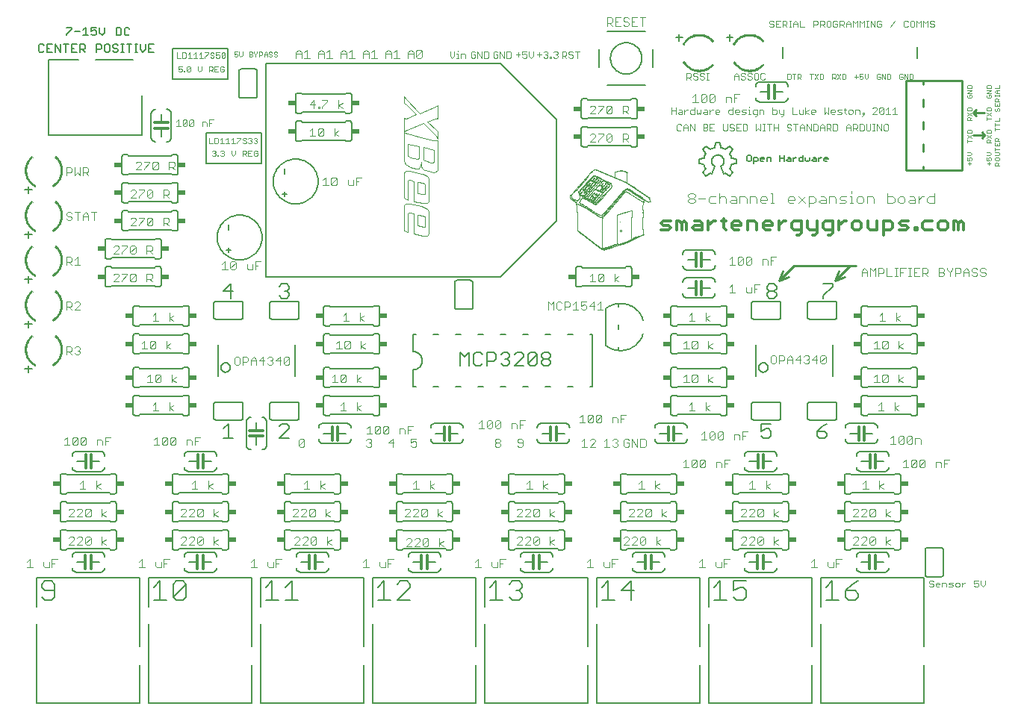
<source format=gto>
G75*
G70*
%OFA0B0*%
%FSLAX24Y24*%
%IPPOS*%
%LPD*%
%AMOC8*
5,1,8,0,0,1.08239X$1,22.5*
%
%ADD10C,0.0030*%
%ADD11C,0.0080*%
%ADD12C,0.0020*%
%ADD13C,0.0040*%
%ADD14C,0.0140*%
%ADD15C,0.0050*%
%ADD16R,0.0040X0.0008*%
%ADD17R,0.0120X0.0008*%
%ADD18R,0.0184X0.0008*%
%ADD19R,0.0072X0.0008*%
%ADD20R,0.0096X0.0008*%
%ADD21R,0.0056X0.0008*%
%ADD22R,0.0096X0.0008*%
%ADD23R,0.0048X0.0008*%
%ADD24R,0.0088X0.0008*%
%ADD25R,0.0048X0.0008*%
%ADD26R,0.0088X0.0008*%
%ADD27R,0.0080X0.0008*%
%ADD28R,0.0040X0.0008*%
%ADD29R,0.0136X0.0008*%
%ADD30R,0.0192X0.0008*%
%ADD31R,0.0080X0.0008*%
%ADD32R,0.0072X0.0008*%
%ADD33R,0.0064X0.0008*%
%ADD34R,0.0072X0.0008*%
%ADD35R,0.0152X0.0008*%
%ADD36R,0.0200X0.0008*%
%ADD37R,0.0016X0.0008*%
%ADD38R,0.0064X0.0008*%
%ADD39R,0.0048X0.0008*%
%ADD40R,0.0016X0.0008*%
%ADD41R,0.0056X0.0008*%
%ADD42R,0.0056X0.0008*%
%ADD43R,0.0064X0.0008*%
%ADD44R,0.0088X0.0008*%
%ADD45R,0.0048X0.0008*%
%ADD46R,0.0096X0.0008*%
%ADD47R,0.0104X0.0008*%
%ADD48R,0.0104X0.0008*%
%ADD49R,0.0072X0.0008*%
%ADD50R,0.0024X0.0008*%
%ADD51R,0.0064X0.0008*%
%ADD52R,0.0016X0.0008*%
%ADD53R,0.0016X0.0008*%
%ADD54R,0.0056X0.0008*%
%ADD55R,0.0008X0.0008*%
%ADD56R,0.0128X0.0008*%
%ADD57R,0.0032X0.0008*%
%ADD58R,0.0032X0.0008*%
%ADD59R,0.0024X0.0008*%
%ADD60R,0.0024X0.0008*%
%ADD61R,0.0032X0.0008*%
%ADD62R,0.0032X0.0008*%
%ADD63R,0.0024X0.0008*%
%ADD64R,0.0112X0.0008*%
%ADD65R,0.0128X0.0008*%
%ADD66R,0.0168X0.0008*%
%ADD67R,0.0192X0.0008*%
%ADD68R,0.0088X0.0008*%
%ADD69R,0.0008X0.0008*%
%ADD70R,0.0008X0.0008*%
%ADD71R,0.0008X0.0008*%
%ADD72R,0.0112X0.0008*%
%ADD73R,0.0104X0.0008*%
%ADD74R,0.0160X0.0008*%
%ADD75R,0.0104X0.0008*%
%ADD76R,0.0112X0.0008*%
%ADD77R,0.0168X0.0008*%
%ADD78R,0.0096X0.0008*%
%ADD79R,0.0128X0.0008*%
%ADD80R,0.0144X0.0008*%
%ADD81R,0.0152X0.0008*%
%ADD82R,0.0240X0.0008*%
%ADD83C,0.0100*%
%ADD84C,0.0060*%
%ADD85C,0.0120*%
%ADD86C,0.0010*%
%ADD87R,0.0340X0.0240*%
%ADD88C,0.0070*%
D10*
X001954Y009206D02*
X002201Y009206D01*
X002077Y009206D02*
X002077Y009576D01*
X001954Y009453D01*
X002691Y009453D02*
X002691Y009267D01*
X002752Y009206D01*
X002938Y009206D01*
X002938Y009453D01*
X003059Y009391D02*
X003182Y009391D01*
X003059Y009576D02*
X003306Y009576D01*
X003059Y009576D02*
X003059Y009206D01*
X006954Y009206D02*
X007201Y009206D01*
X007077Y009206D02*
X007077Y009576D01*
X006954Y009453D01*
X007691Y009453D02*
X007691Y009267D01*
X007752Y009206D01*
X007938Y009206D01*
X007938Y009453D01*
X008059Y009391D02*
X008182Y009391D01*
X008059Y009576D02*
X008306Y009576D01*
X008059Y009576D02*
X008059Y009206D01*
X011954Y009206D02*
X012201Y009206D01*
X012077Y009206D02*
X012077Y009576D01*
X011954Y009453D01*
X012691Y009453D02*
X012691Y009267D01*
X012752Y009206D01*
X012938Y009206D01*
X012938Y009453D01*
X013059Y009391D02*
X013182Y009391D01*
X013059Y009576D02*
X013306Y009576D01*
X013059Y009576D02*
X013059Y009206D01*
X016954Y009206D02*
X017201Y009206D01*
X017077Y009206D02*
X017077Y009576D01*
X016954Y009453D01*
X017691Y009453D02*
X017691Y009267D01*
X017752Y009206D01*
X017938Y009206D01*
X017938Y009453D01*
X018059Y009391D02*
X018182Y009391D01*
X018059Y009576D02*
X018306Y009576D01*
X018059Y009576D02*
X018059Y009206D01*
X021954Y009206D02*
X022201Y009206D01*
X022077Y009206D02*
X022077Y009576D01*
X021954Y009453D01*
X022691Y009453D02*
X022691Y009267D01*
X022752Y009206D01*
X022938Y009206D01*
X022938Y009453D01*
X023059Y009391D02*
X023182Y009391D01*
X023059Y009576D02*
X023306Y009576D01*
X023059Y009576D02*
X023059Y009206D01*
X026954Y009206D02*
X027201Y009206D01*
X027077Y009206D02*
X027077Y009576D01*
X026954Y009453D01*
X027691Y009453D02*
X027691Y009267D01*
X027752Y009206D01*
X027938Y009206D01*
X027938Y009453D01*
X028059Y009391D02*
X028182Y009391D01*
X028059Y009576D02*
X028306Y009576D01*
X028059Y009576D02*
X028059Y009206D01*
X031954Y009206D02*
X032201Y009206D01*
X032077Y009206D02*
X032077Y009576D01*
X031954Y009453D01*
X032691Y009453D02*
X032691Y009267D01*
X032752Y009206D01*
X032938Y009206D01*
X032938Y009453D01*
X033059Y009391D02*
X033182Y009391D01*
X033059Y009576D02*
X033306Y009576D01*
X033059Y009576D02*
X033059Y009206D01*
X036954Y009206D02*
X037201Y009206D01*
X037077Y009206D02*
X037077Y009576D01*
X036954Y009453D01*
X037691Y009453D02*
X037691Y009267D01*
X037752Y009206D01*
X037938Y009206D01*
X037938Y009453D01*
X038059Y009391D02*
X038182Y009391D01*
X038059Y009576D02*
X038306Y009576D01*
X038059Y009576D02*
X038059Y009206D01*
X042204Y008573D02*
X042204Y008524D01*
X042252Y008476D01*
X042349Y008476D01*
X042398Y008428D01*
X042398Y008379D01*
X042349Y008331D01*
X042252Y008331D01*
X042204Y008379D01*
X042204Y008573D02*
X042252Y008621D01*
X042349Y008621D01*
X042398Y008573D01*
X042499Y008476D02*
X042547Y008524D01*
X042644Y008524D01*
X042692Y008476D01*
X042692Y008428D01*
X042499Y008428D01*
X042499Y008476D02*
X042499Y008379D01*
X042547Y008331D01*
X042644Y008331D01*
X042793Y008331D02*
X042793Y008524D01*
X042938Y008524D01*
X042987Y008476D01*
X042987Y008331D01*
X043088Y008331D02*
X043233Y008331D01*
X043281Y008379D01*
X043233Y008428D01*
X043136Y008428D01*
X043088Y008476D01*
X043136Y008524D01*
X043281Y008524D01*
X043383Y008476D02*
X043383Y008379D01*
X043431Y008331D01*
X043528Y008331D01*
X043576Y008379D01*
X043576Y008476D01*
X043528Y008524D01*
X043431Y008524D01*
X043383Y008476D01*
X043677Y008524D02*
X043677Y008331D01*
X043677Y008428D02*
X043774Y008524D01*
X043822Y008524D01*
X044217Y008476D02*
X044314Y008524D01*
X044363Y008524D01*
X044411Y008476D01*
X044411Y008379D01*
X044363Y008331D01*
X044266Y008331D01*
X044217Y008379D01*
X044217Y008476D02*
X044217Y008621D01*
X044411Y008621D01*
X044512Y008621D02*
X044512Y008428D01*
X044609Y008331D01*
X044706Y008428D01*
X044706Y008621D01*
X029563Y014642D02*
X029563Y014889D01*
X029501Y014951D01*
X029316Y014951D01*
X029316Y014581D01*
X029501Y014581D01*
X029563Y014642D01*
X029194Y014581D02*
X029194Y014951D01*
X028947Y014951D02*
X028947Y014581D01*
X028826Y014642D02*
X028826Y014766D01*
X028702Y014766D01*
X028579Y014889D02*
X028641Y014951D01*
X028764Y014951D01*
X028826Y014889D01*
X028947Y014951D02*
X029194Y014581D01*
X028826Y014642D02*
X028764Y014581D01*
X028641Y014581D01*
X028579Y014642D01*
X028579Y014889D01*
X028319Y014889D02*
X028319Y014828D01*
X028258Y014766D01*
X028319Y014704D01*
X028319Y014642D01*
X028258Y014581D01*
X028134Y014581D01*
X028072Y014642D01*
X027951Y014581D02*
X027704Y014581D01*
X027827Y014581D02*
X027827Y014951D01*
X027704Y014828D01*
X028072Y014889D02*
X028134Y014951D01*
X028258Y014951D01*
X028319Y014889D01*
X028258Y014766D02*
X028196Y014766D01*
X027319Y014828D02*
X027319Y014889D01*
X027258Y014951D01*
X027134Y014951D01*
X027072Y014889D01*
X026827Y014951D02*
X026827Y014581D01*
X026704Y014581D02*
X026951Y014581D01*
X027072Y014581D02*
X027319Y014828D01*
X027319Y014581D02*
X027072Y014581D01*
X026704Y014828D02*
X026827Y014951D01*
X024076Y014889D02*
X024014Y014951D01*
X023891Y014951D01*
X023829Y014889D01*
X023829Y014828D01*
X023891Y014766D01*
X024076Y014766D01*
X024076Y014889D02*
X024076Y014642D01*
X024014Y014581D01*
X023891Y014581D01*
X023829Y014642D01*
X023076Y014642D02*
X023014Y014581D01*
X022891Y014581D01*
X022829Y014642D01*
X022829Y014704D01*
X022891Y014766D01*
X023014Y014766D01*
X023076Y014704D01*
X023076Y014642D01*
X023014Y014766D02*
X023076Y014828D01*
X023076Y014889D01*
X023014Y014951D01*
X022891Y014951D01*
X022829Y014889D01*
X022829Y014828D01*
X022891Y014766D01*
X019326Y014766D02*
X019326Y014642D01*
X019264Y014581D01*
X019141Y014581D01*
X019079Y014642D01*
X019079Y014766D02*
X019202Y014828D01*
X019264Y014828D01*
X019326Y014766D01*
X019326Y014951D02*
X019079Y014951D01*
X019079Y014766D01*
X018326Y014766D02*
X018079Y014766D01*
X018264Y014951D01*
X018264Y014581D01*
X017326Y014642D02*
X017264Y014581D01*
X017141Y014581D01*
X017079Y014642D01*
X017202Y014766D02*
X017264Y014766D01*
X017326Y014704D01*
X017326Y014642D01*
X017264Y014766D02*
X017326Y014828D01*
X017326Y014889D01*
X017264Y014951D01*
X017141Y014951D01*
X017079Y014889D01*
X014326Y014889D02*
X014079Y014642D01*
X014141Y014581D01*
X014264Y014581D01*
X014326Y014642D01*
X014326Y014889D01*
X014264Y014951D01*
X014141Y014951D01*
X014079Y014889D01*
X014079Y014642D01*
X004319Y018767D02*
X004258Y018706D01*
X004134Y018706D01*
X004072Y018767D01*
X003951Y018706D02*
X003827Y018829D01*
X003889Y018829D02*
X003704Y018829D01*
X003704Y018706D02*
X003704Y019076D01*
X003889Y019076D01*
X003951Y019014D01*
X003951Y018891D01*
X003889Y018829D01*
X004072Y019014D02*
X004134Y019076D01*
X004258Y019076D01*
X004319Y019014D01*
X004319Y018953D01*
X004258Y018891D01*
X004319Y018829D01*
X004319Y018767D01*
X004258Y018891D02*
X004196Y018891D01*
X004072Y020706D02*
X004319Y020953D01*
X004319Y021014D01*
X004258Y021076D01*
X004134Y021076D01*
X004072Y021014D01*
X003951Y021014D02*
X003951Y020891D01*
X003889Y020829D01*
X003704Y020829D01*
X003704Y020706D02*
X003704Y021076D01*
X003889Y021076D01*
X003951Y021014D01*
X003827Y020829D02*
X003951Y020706D01*
X004072Y020706D02*
X004319Y020706D01*
X004319Y022706D02*
X004072Y022706D01*
X003951Y022706D02*
X003827Y022829D01*
X003889Y022829D02*
X003704Y022829D01*
X003704Y022706D02*
X003704Y023076D01*
X003889Y023076D01*
X003951Y023014D01*
X003951Y022891D01*
X003889Y022829D01*
X004072Y022953D02*
X004196Y023076D01*
X004196Y022706D01*
X004196Y024706D02*
X004196Y025076D01*
X004319Y025076D02*
X004072Y025076D01*
X003951Y025014D02*
X003889Y025076D01*
X003766Y025076D01*
X003704Y025014D01*
X003704Y024953D01*
X003766Y024891D01*
X003889Y024891D01*
X003951Y024829D01*
X003951Y024767D01*
X003889Y024706D01*
X003766Y024706D01*
X003704Y024767D01*
X004441Y024706D02*
X004441Y024953D01*
X004564Y025076D01*
X004688Y024953D01*
X004688Y024706D01*
X004688Y024891D02*
X004441Y024891D01*
X004809Y025076D02*
X005056Y025076D01*
X004932Y025076D02*
X004932Y024706D01*
X004688Y026706D02*
X004564Y026829D01*
X004626Y026829D02*
X004441Y026829D01*
X004441Y026706D02*
X004441Y027076D01*
X004626Y027076D01*
X004688Y027014D01*
X004688Y026891D01*
X004626Y026829D01*
X004319Y026706D02*
X004319Y027076D01*
X004072Y027076D02*
X004072Y026706D01*
X004196Y026829D01*
X004319Y026706D01*
X003951Y026891D02*
X003889Y026829D01*
X003704Y026829D01*
X003704Y026706D02*
X003704Y027076D01*
X003889Y027076D01*
X003951Y027014D01*
X003951Y026891D01*
X008604Y028906D02*
X008798Y028906D01*
X008701Y028906D02*
X008701Y029196D01*
X008604Y029099D01*
X008899Y029148D02*
X008899Y028954D01*
X009092Y029148D01*
X009092Y028954D01*
X009044Y028906D01*
X008947Y028906D01*
X008899Y028954D01*
X008899Y029148D02*
X008947Y029196D01*
X009044Y029196D01*
X009092Y029148D01*
X009193Y029148D02*
X009242Y029196D01*
X009338Y029196D01*
X009387Y029148D01*
X009193Y028954D01*
X009242Y028906D01*
X009338Y028906D01*
X009387Y028954D01*
X009387Y029148D01*
X009193Y029148D02*
X009193Y028954D01*
X009783Y028906D02*
X009783Y029099D01*
X009928Y029099D01*
X009976Y029051D01*
X009976Y028906D01*
X010077Y028906D02*
X010077Y029196D01*
X010271Y029196D01*
X010174Y029051D02*
X010077Y029051D01*
X010079Y028383D02*
X010079Y028143D01*
X010239Y028143D01*
X010328Y028143D02*
X010448Y028143D01*
X010488Y028183D01*
X010488Y028343D01*
X010448Y028383D01*
X010328Y028383D01*
X010328Y028143D01*
X010576Y028143D02*
X010736Y028143D01*
X010656Y028143D02*
X010656Y028383D01*
X010576Y028303D01*
X010825Y028303D02*
X010905Y028383D01*
X010905Y028143D01*
X010825Y028143D02*
X010985Y028143D01*
X011073Y028143D02*
X011234Y028143D01*
X011153Y028143D02*
X011153Y028383D01*
X011073Y028303D01*
X011322Y028383D02*
X011482Y028383D01*
X011482Y028343D01*
X011322Y028183D01*
X011322Y028143D01*
X011571Y028183D02*
X011611Y028143D01*
X011691Y028143D01*
X011731Y028183D01*
X011731Y028223D01*
X011691Y028263D01*
X011611Y028263D01*
X011571Y028303D01*
X011571Y028343D01*
X011611Y028383D01*
X011691Y028383D01*
X011731Y028343D01*
X011819Y028343D02*
X011859Y028383D01*
X011939Y028383D01*
X011979Y028343D01*
X011979Y028303D01*
X011939Y028263D01*
X011979Y028223D01*
X011979Y028183D01*
X011939Y028143D01*
X011859Y028143D01*
X011819Y028183D01*
X011899Y028263D02*
X011939Y028263D01*
X012068Y028183D02*
X012108Y028143D01*
X012188Y028143D01*
X012228Y028183D01*
X012228Y028223D01*
X012188Y028263D01*
X012148Y028263D01*
X012188Y028263D02*
X012228Y028303D01*
X012228Y028343D01*
X012188Y028383D01*
X012108Y028383D01*
X012068Y028343D01*
X012108Y027821D02*
X012068Y027781D01*
X012068Y027621D01*
X012108Y027581D01*
X012189Y027581D01*
X012229Y027621D01*
X012229Y027701D01*
X012148Y027701D01*
X012229Y027781D02*
X012189Y027821D01*
X012108Y027821D01*
X011980Y027821D02*
X011820Y027821D01*
X011820Y027581D01*
X011980Y027581D01*
X011900Y027701D02*
X011820Y027701D01*
X011731Y027701D02*
X011691Y027661D01*
X011571Y027661D01*
X011571Y027581D02*
X011571Y027821D01*
X011691Y027821D01*
X011731Y027781D01*
X011731Y027701D01*
X011651Y027661D02*
X011731Y027581D01*
X011234Y027661D02*
X011234Y027821D01*
X011074Y027821D02*
X011074Y027661D01*
X011154Y027581D01*
X011234Y027661D01*
X010737Y027661D02*
X010737Y027621D01*
X010697Y027581D01*
X010617Y027581D01*
X010577Y027621D01*
X010493Y027621D02*
X010493Y027581D01*
X010453Y027581D01*
X010453Y027621D01*
X010493Y027621D01*
X010364Y027621D02*
X010324Y027581D01*
X010244Y027581D01*
X010204Y027621D01*
X010284Y027701D02*
X010324Y027701D01*
X010364Y027661D01*
X010364Y027621D01*
X010324Y027701D02*
X010364Y027741D01*
X010364Y027781D01*
X010324Y027821D01*
X010244Y027821D01*
X010204Y027781D01*
X010577Y027781D02*
X010617Y027821D01*
X010697Y027821D01*
X010737Y027781D01*
X010737Y027741D01*
X010697Y027701D01*
X010737Y027661D01*
X010697Y027701D02*
X010657Y027701D01*
X010689Y031331D02*
X010729Y031371D01*
X010729Y031451D01*
X010648Y031451D01*
X010568Y031531D02*
X010568Y031371D01*
X010608Y031331D01*
X010689Y031331D01*
X010729Y031531D02*
X010689Y031571D01*
X010608Y031571D01*
X010568Y031531D01*
X010480Y031571D02*
X010320Y031571D01*
X010320Y031331D01*
X010480Y031331D01*
X010400Y031451D02*
X010320Y031451D01*
X010231Y031451D02*
X010191Y031411D01*
X010071Y031411D01*
X010071Y031331D02*
X010071Y031571D01*
X010191Y031571D01*
X010231Y031531D01*
X010231Y031451D01*
X010151Y031411D02*
X010231Y031331D01*
X009734Y031411D02*
X009734Y031571D01*
X009574Y031571D02*
X009574Y031411D01*
X009654Y031331D01*
X009734Y031411D01*
X009237Y031371D02*
X009197Y031331D01*
X009117Y031331D01*
X009077Y031371D01*
X009237Y031531D01*
X009237Y031371D01*
X009237Y031531D02*
X009197Y031571D01*
X009117Y031571D01*
X009077Y031531D01*
X009077Y031371D01*
X008993Y031371D02*
X008993Y031331D01*
X008953Y031331D01*
X008953Y031371D01*
X008993Y031371D01*
X008864Y031371D02*
X008824Y031331D01*
X008744Y031331D01*
X008704Y031371D01*
X008704Y031451D02*
X008784Y031491D01*
X008824Y031491D01*
X008864Y031451D01*
X008864Y031371D01*
X008704Y031451D02*
X008704Y031571D01*
X008864Y031571D01*
X008890Y031956D02*
X009010Y031956D01*
X009050Y031996D01*
X009050Y032156D01*
X009010Y032196D01*
X008890Y032196D01*
X008890Y031956D01*
X008802Y031956D02*
X008642Y031956D01*
X008642Y032196D01*
X009139Y032116D02*
X009219Y032196D01*
X009219Y031956D01*
X009139Y031956D02*
X009299Y031956D01*
X009387Y031956D02*
X009547Y031956D01*
X009467Y031956D02*
X009467Y032196D01*
X009387Y032116D01*
X009636Y032116D02*
X009716Y032196D01*
X009716Y031956D01*
X009636Y031956D02*
X009796Y031956D01*
X009884Y031956D02*
X009884Y031996D01*
X010045Y032156D01*
X010045Y032196D01*
X009884Y032196D01*
X010133Y032156D02*
X010133Y032116D01*
X010173Y032076D01*
X010253Y032076D01*
X010293Y032036D01*
X010293Y031996D01*
X010253Y031956D01*
X010173Y031956D01*
X010133Y031996D01*
X010133Y032156D02*
X010173Y032196D01*
X010253Y032196D01*
X010293Y032156D01*
X010382Y032196D02*
X010382Y032076D01*
X010462Y032116D01*
X010502Y032116D01*
X010542Y032076D01*
X010542Y031996D01*
X010502Y031956D01*
X010422Y031956D01*
X010382Y031996D01*
X010382Y032196D02*
X010542Y032196D01*
X010630Y032156D02*
X010670Y032196D01*
X010750Y032196D01*
X010790Y032156D01*
X010630Y031996D01*
X010670Y031956D01*
X010750Y031956D01*
X010790Y031996D01*
X010790Y032156D01*
X010630Y032156D02*
X010630Y031996D01*
X011204Y032053D02*
X011239Y032018D01*
X011309Y032018D01*
X011344Y032053D01*
X011344Y032123D01*
X011309Y032158D01*
X011274Y032158D01*
X011204Y032123D01*
X011204Y032228D01*
X011344Y032228D01*
X011425Y032228D02*
X011425Y032088D01*
X011495Y032018D01*
X011565Y032088D01*
X011565Y032228D01*
X011867Y032228D02*
X011867Y032018D01*
X011972Y032018D01*
X012007Y032053D01*
X012007Y032088D01*
X011972Y032123D01*
X011867Y032123D01*
X011972Y032123D02*
X012007Y032158D01*
X012007Y032193D01*
X011972Y032228D01*
X011867Y032228D01*
X012088Y032228D02*
X012088Y032193D01*
X012158Y032123D01*
X012158Y032018D01*
X012158Y032123D02*
X012228Y032193D01*
X012228Y032228D01*
X012309Y032228D02*
X012414Y032228D01*
X012449Y032193D01*
X012449Y032123D01*
X012414Y032088D01*
X012309Y032088D01*
X012309Y032018D02*
X012309Y032228D01*
X012530Y032158D02*
X012600Y032228D01*
X012670Y032158D01*
X012670Y032018D01*
X012751Y032053D02*
X012786Y032018D01*
X012856Y032018D01*
X012891Y032053D01*
X012891Y032088D01*
X012856Y032123D01*
X012786Y032123D01*
X012751Y032158D01*
X012751Y032193D01*
X012786Y032228D01*
X012856Y032228D01*
X012891Y032193D01*
X012972Y032193D02*
X012972Y032158D01*
X013007Y032123D01*
X013077Y032123D01*
X013112Y032088D01*
X013112Y032053D01*
X013077Y032018D01*
X013007Y032018D01*
X012972Y032053D01*
X012972Y032193D02*
X013007Y032228D01*
X013077Y032228D01*
X013112Y032193D01*
X012670Y032123D02*
X012530Y032123D01*
X012530Y032158D02*
X012530Y032018D01*
X013954Y031956D02*
X013954Y032203D01*
X014077Y032326D01*
X014201Y032203D01*
X014201Y031956D01*
X014322Y031956D02*
X014569Y031956D01*
X014446Y031956D02*
X014446Y032326D01*
X014322Y032203D01*
X014201Y032141D02*
X013954Y032141D01*
X014954Y032141D02*
X015201Y032141D01*
X015201Y032203D02*
X015201Y031956D01*
X015322Y031956D02*
X015569Y031956D01*
X015446Y031956D02*
X015446Y032326D01*
X015322Y032203D01*
X015201Y032203D02*
X015077Y032326D01*
X014954Y032203D01*
X014954Y031956D01*
X015954Y031956D02*
X015954Y032203D01*
X016077Y032326D01*
X016201Y032203D01*
X016201Y031956D01*
X016322Y031956D02*
X016569Y031956D01*
X016446Y031956D02*
X016446Y032326D01*
X016322Y032203D01*
X016201Y032141D02*
X015954Y032141D01*
X016954Y032141D02*
X017201Y032141D01*
X017201Y032203D02*
X017201Y031956D01*
X017322Y031956D02*
X017569Y031956D01*
X017446Y031956D02*
X017446Y032326D01*
X017322Y032203D01*
X017201Y032203D02*
X017077Y032326D01*
X016954Y032203D01*
X016954Y031956D01*
X017954Y031956D02*
X017954Y032203D01*
X018077Y032326D01*
X018201Y032203D01*
X018201Y031956D01*
X018322Y031956D02*
X018569Y031956D01*
X018446Y031956D02*
X018446Y032326D01*
X018322Y032203D01*
X018201Y032141D02*
X017954Y032141D01*
X018954Y032141D02*
X019201Y032141D01*
X019201Y032203D02*
X019201Y031956D01*
X019322Y032017D02*
X019569Y032264D01*
X019569Y032017D01*
X019508Y031956D01*
X019384Y031956D01*
X019322Y032017D01*
X019322Y032264D01*
X019384Y032326D01*
X019508Y032326D01*
X019569Y032264D01*
X019201Y032203D02*
X019077Y032326D01*
X018954Y032203D01*
X018954Y031956D01*
X020829Y032053D02*
X020926Y031956D01*
X021023Y032053D01*
X021023Y032246D01*
X021124Y032149D02*
X021172Y032149D01*
X021172Y031956D01*
X021124Y031956D02*
X021220Y031956D01*
X021320Y031956D02*
X021320Y032149D01*
X021465Y032149D01*
X021514Y032101D01*
X021514Y031956D01*
X021767Y032004D02*
X021815Y031956D01*
X021912Y031956D01*
X021960Y032004D01*
X021960Y032101D01*
X021863Y032101D01*
X021767Y032198D02*
X021767Y032004D01*
X021767Y032198D02*
X021815Y032246D01*
X021912Y032246D01*
X021960Y032198D01*
X022061Y032246D02*
X022255Y031956D01*
X022255Y032246D01*
X022356Y032246D02*
X022501Y032246D01*
X022549Y032198D01*
X022549Y032004D01*
X022501Y031956D01*
X022356Y031956D01*
X022356Y032246D01*
X022061Y032246D02*
X022061Y031956D01*
X022767Y032004D02*
X022815Y031956D01*
X022912Y031956D01*
X022960Y032004D01*
X022960Y032101D01*
X022863Y032101D01*
X022767Y032198D02*
X022815Y032246D01*
X022912Y032246D01*
X022960Y032198D01*
X023061Y032246D02*
X023255Y031956D01*
X023255Y032246D01*
X023356Y032246D02*
X023356Y031956D01*
X023501Y031956D01*
X023549Y032004D01*
X023549Y032198D01*
X023501Y032246D01*
X023356Y032246D01*
X023061Y032246D02*
X023061Y031956D01*
X022767Y032004D02*
X022767Y032198D01*
X023767Y032101D02*
X023960Y032101D01*
X024061Y032101D02*
X024158Y032149D01*
X024206Y032149D01*
X024255Y032101D01*
X024255Y032004D01*
X024206Y031956D01*
X024110Y031956D01*
X024061Y032004D01*
X024061Y032101D02*
X024061Y032246D01*
X024255Y032246D01*
X024356Y032246D02*
X024356Y032053D01*
X024453Y031956D01*
X024549Y032053D01*
X024549Y032246D01*
X024704Y032101D02*
X024898Y032101D01*
X024801Y032198D02*
X024801Y032004D01*
X024999Y032004D02*
X025047Y031956D01*
X025144Y031956D01*
X025192Y032004D01*
X025192Y032053D01*
X025144Y032101D01*
X025095Y032101D01*
X025144Y032101D02*
X025192Y032149D01*
X025192Y032198D01*
X025144Y032246D01*
X025047Y032246D01*
X024999Y032198D01*
X025293Y032004D02*
X025342Y032004D01*
X025342Y031956D01*
X025293Y031956D01*
X025293Y032004D01*
X025441Y032004D02*
X025489Y031956D01*
X025586Y031956D01*
X025634Y032004D01*
X025634Y032053D01*
X025586Y032101D01*
X025537Y032101D01*
X025586Y032101D02*
X025634Y032149D01*
X025634Y032198D01*
X025586Y032246D01*
X025489Y032246D01*
X025441Y032198D01*
X025829Y032246D02*
X025974Y032246D01*
X026023Y032198D01*
X026023Y032101D01*
X025974Y032053D01*
X025829Y032053D01*
X025926Y032053D02*
X026023Y031956D01*
X026124Y032004D02*
X026172Y031956D01*
X026269Y031956D01*
X026317Y032004D01*
X026317Y032053D01*
X026269Y032101D01*
X026172Y032101D01*
X026124Y032149D01*
X026124Y032198D01*
X026172Y032246D01*
X026269Y032246D01*
X026317Y032198D01*
X026418Y032246D02*
X026612Y032246D01*
X026515Y032246D02*
X026515Y031956D01*
X025829Y031956D02*
X025829Y032246D01*
X023863Y032198D02*
X023863Y032004D01*
X021172Y032246D02*
X021172Y032294D01*
X020829Y032246D02*
X020829Y032053D01*
X027829Y033393D02*
X027829Y033764D01*
X028014Y033764D01*
X028076Y033702D01*
X028076Y033578D01*
X028014Y033517D01*
X027829Y033517D01*
X027952Y033517D02*
X028076Y033393D01*
X028197Y033393D02*
X028444Y033393D01*
X028566Y033455D02*
X028627Y033393D01*
X028751Y033393D01*
X028813Y033455D01*
X028813Y033517D01*
X028751Y033578D01*
X028627Y033578D01*
X028566Y033640D01*
X028566Y033702D01*
X028627Y033764D01*
X028751Y033764D01*
X028813Y033702D01*
X028934Y033764D02*
X028934Y033393D01*
X029181Y033393D01*
X029057Y033578D02*
X028934Y033578D01*
X028934Y033764D02*
X029181Y033764D01*
X029302Y033764D02*
X029549Y033764D01*
X029426Y033764D02*
X029426Y033393D01*
X028444Y033764D02*
X028197Y033764D01*
X028197Y033393D01*
X028197Y033578D02*
X028321Y033578D01*
X031392Y031284D02*
X031537Y031284D01*
X031585Y031235D01*
X031585Y031138D01*
X031537Y031090D01*
X031392Y031090D01*
X031488Y031090D02*
X031585Y030993D01*
X031686Y031042D02*
X031735Y030993D01*
X031831Y030993D01*
X031880Y031042D01*
X031880Y031090D01*
X031831Y031138D01*
X031735Y031138D01*
X031686Y031187D01*
X031686Y031235D01*
X031735Y031284D01*
X031831Y031284D01*
X031880Y031235D01*
X031981Y031235D02*
X031981Y031187D01*
X032029Y031138D01*
X032126Y031138D01*
X032174Y031090D01*
X032174Y031042D01*
X032126Y030993D01*
X032029Y030993D01*
X031981Y031042D01*
X031981Y031235D02*
X032029Y031284D01*
X032126Y031284D01*
X032174Y031235D01*
X032276Y031284D02*
X032372Y031284D01*
X032324Y031284D02*
X032324Y030993D01*
X032276Y030993D02*
X032372Y030993D01*
X031392Y030993D02*
X031392Y031284D01*
X033517Y031187D02*
X033517Y030993D01*
X033517Y031138D02*
X033710Y031138D01*
X033710Y031187D02*
X033710Y030993D01*
X033811Y031042D02*
X033860Y030993D01*
X033956Y030993D01*
X034005Y031042D01*
X034005Y031090D01*
X033956Y031138D01*
X033860Y031138D01*
X033811Y031187D01*
X033811Y031235D01*
X033860Y031284D01*
X033956Y031284D01*
X034005Y031235D01*
X034106Y031235D02*
X034106Y031187D01*
X034154Y031138D01*
X034251Y031138D01*
X034299Y031090D01*
X034299Y031042D01*
X034251Y030993D01*
X034154Y030993D01*
X034106Y031042D01*
X034106Y031235D02*
X034154Y031284D01*
X034251Y031284D01*
X034299Y031235D01*
X034400Y031235D02*
X034400Y031042D01*
X034449Y030993D01*
X034546Y030993D01*
X034594Y031042D01*
X034594Y031235D01*
X034546Y031284D01*
X034449Y031284D01*
X034400Y031235D01*
X034695Y031235D02*
X034695Y031042D01*
X034743Y030993D01*
X034840Y030993D01*
X034889Y031042D01*
X034889Y031235D02*
X034840Y031284D01*
X034743Y031284D01*
X034695Y031235D01*
X033710Y031187D02*
X033613Y031284D01*
X033517Y031187D01*
X034190Y029794D02*
X034190Y029746D01*
X034190Y029649D02*
X034190Y029456D01*
X034142Y029456D02*
X034238Y029456D01*
X034338Y029504D02*
X034386Y029456D01*
X034531Y029456D01*
X034531Y029407D02*
X034531Y029649D01*
X034386Y029649D01*
X034338Y029601D01*
X034338Y029504D01*
X034435Y029359D02*
X034483Y029359D01*
X034531Y029407D01*
X034633Y029456D02*
X034633Y029649D01*
X034778Y029649D01*
X034826Y029601D01*
X034826Y029456D01*
X035222Y029456D02*
X035367Y029456D01*
X035415Y029504D01*
X035415Y029601D01*
X035367Y029649D01*
X035222Y029649D01*
X035222Y029746D02*
X035222Y029456D01*
X035517Y029504D02*
X035565Y029456D01*
X035710Y029456D01*
X035710Y029407D02*
X035710Y029649D01*
X035517Y029649D02*
X035517Y029504D01*
X035613Y029359D02*
X035662Y029359D01*
X035710Y029407D01*
X036106Y029456D02*
X036299Y029456D01*
X036400Y029504D02*
X036449Y029456D01*
X036594Y029456D01*
X036594Y029649D01*
X036695Y029553D02*
X036840Y029649D01*
X036941Y029601D02*
X036989Y029649D01*
X037086Y029649D01*
X037134Y029601D01*
X037134Y029553D01*
X036941Y029553D01*
X036941Y029601D02*
X036941Y029504D01*
X036989Y029456D01*
X037086Y029456D01*
X036840Y029456D02*
X036695Y029553D01*
X036695Y029456D02*
X036695Y029746D01*
X036400Y029649D02*
X036400Y029504D01*
X036106Y029456D02*
X036106Y029746D01*
X036159Y028996D02*
X036353Y028996D01*
X036256Y028996D02*
X036256Y028706D01*
X036454Y028706D02*
X036454Y028899D01*
X036551Y028996D01*
X036648Y028899D01*
X036648Y028706D01*
X036749Y028706D02*
X036749Y028996D01*
X036942Y028706D01*
X036942Y028996D01*
X037043Y028996D02*
X037043Y028706D01*
X037189Y028706D01*
X037237Y028754D01*
X037237Y028948D01*
X037189Y028996D01*
X037043Y028996D01*
X037338Y028899D02*
X037435Y028996D01*
X037531Y028899D01*
X037531Y028706D01*
X037633Y028706D02*
X037633Y028996D01*
X037778Y028996D01*
X037826Y028948D01*
X037826Y028851D01*
X037778Y028803D01*
X037633Y028803D01*
X037729Y028803D02*
X037826Y028706D01*
X037927Y028706D02*
X037927Y028996D01*
X038072Y028996D01*
X038121Y028948D01*
X038121Y028754D01*
X038072Y028706D01*
X037927Y028706D01*
X037531Y028851D02*
X037338Y028851D01*
X037338Y028899D02*
X037338Y028706D01*
X036648Y028851D02*
X036454Y028851D01*
X036058Y028803D02*
X036058Y028754D01*
X036010Y028706D01*
X035913Y028706D01*
X035865Y028754D01*
X035913Y028851D02*
X036010Y028851D01*
X036058Y028803D01*
X036058Y028948D02*
X036010Y028996D01*
X035913Y028996D01*
X035865Y028948D01*
X035865Y028899D01*
X035913Y028851D01*
X035469Y028851D02*
X035276Y028851D01*
X035276Y028706D02*
X035276Y028996D01*
X035174Y028996D02*
X034981Y028996D01*
X035078Y028996D02*
X035078Y028706D01*
X034881Y028706D02*
X034784Y028706D01*
X034833Y028706D02*
X034833Y028996D01*
X034881Y028996D02*
X034784Y028996D01*
X034683Y028996D02*
X034683Y028706D01*
X034587Y028803D01*
X034490Y028706D01*
X034490Y028996D01*
X034094Y028948D02*
X034046Y028996D01*
X033901Y028996D01*
X033901Y028706D01*
X034046Y028706D01*
X034094Y028754D01*
X034094Y028948D01*
X033799Y028996D02*
X033606Y028996D01*
X033606Y028706D01*
X033799Y028706D01*
X033703Y028851D02*
X033606Y028851D01*
X033505Y028803D02*
X033505Y028754D01*
X033456Y028706D01*
X033360Y028706D01*
X033311Y028754D01*
X033210Y028754D02*
X033210Y028996D01*
X033311Y028948D02*
X033311Y028899D01*
X033360Y028851D01*
X033456Y028851D01*
X033505Y028803D01*
X033505Y028948D02*
X033456Y028996D01*
X033360Y028996D01*
X033311Y028948D01*
X033210Y028754D02*
X033162Y028706D01*
X033065Y028706D01*
X033017Y028754D01*
X033017Y028996D01*
X032621Y028996D02*
X032427Y028996D01*
X032427Y028706D01*
X032621Y028706D01*
X032524Y028851D02*
X032427Y028851D01*
X032326Y028899D02*
X032278Y028851D01*
X032133Y028851D01*
X032278Y028851D02*
X032326Y028803D01*
X032326Y028754D01*
X032278Y028706D01*
X032133Y028706D01*
X032133Y028996D01*
X032278Y028996D01*
X032326Y028948D01*
X032326Y028899D01*
X031737Y028996D02*
X031737Y028706D01*
X031543Y028996D01*
X031543Y028706D01*
X031442Y028706D02*
X031442Y028899D01*
X031345Y028996D01*
X031249Y028899D01*
X031249Y028706D01*
X031148Y028754D02*
X031099Y028706D01*
X031002Y028706D01*
X030954Y028754D01*
X030954Y028948D01*
X031002Y028996D01*
X031099Y028996D01*
X031148Y028948D01*
X031249Y028851D02*
X031442Y028851D01*
X031587Y029456D02*
X031539Y029504D01*
X031539Y029601D01*
X031587Y029649D01*
X031732Y029649D01*
X031732Y029746D02*
X031732Y029456D01*
X031587Y029456D01*
X031438Y029649D02*
X031390Y029649D01*
X031293Y029553D01*
X031293Y029649D02*
X031293Y029456D01*
X031192Y029456D02*
X031047Y029456D01*
X030999Y029504D01*
X031047Y029553D01*
X031192Y029553D01*
X031192Y029601D02*
X031192Y029456D01*
X031192Y029601D02*
X031144Y029649D01*
X031047Y029649D01*
X030898Y029601D02*
X030704Y029601D01*
X030704Y029456D02*
X030704Y029746D01*
X030898Y029746D02*
X030898Y029456D01*
X031834Y029504D02*
X031882Y029456D01*
X031930Y029504D01*
X031979Y029456D01*
X032027Y029504D01*
X032027Y029649D01*
X032176Y029649D02*
X032273Y029649D01*
X032322Y029601D01*
X032322Y029456D01*
X032176Y029456D01*
X032128Y029504D01*
X032176Y029553D01*
X032322Y029553D01*
X032423Y029553D02*
X032520Y029649D01*
X032568Y029649D01*
X032668Y029601D02*
X032717Y029649D01*
X032813Y029649D01*
X032862Y029601D01*
X032862Y029553D01*
X032668Y029553D01*
X032668Y029601D02*
X032668Y029504D01*
X032717Y029456D01*
X032813Y029456D01*
X032423Y029456D02*
X032423Y029649D01*
X031834Y029649D02*
X031834Y029504D01*
X033258Y029504D02*
X033258Y029601D01*
X033306Y029649D01*
X033451Y029649D01*
X033451Y029746D02*
X033451Y029456D01*
X033306Y029456D01*
X033258Y029504D01*
X033552Y029504D02*
X033552Y029601D01*
X033601Y029649D01*
X033697Y029649D01*
X033746Y029601D01*
X033746Y029553D01*
X033552Y029553D01*
X033552Y029504D02*
X033601Y029456D01*
X033697Y029456D01*
X033847Y029456D02*
X033992Y029456D01*
X034040Y029504D01*
X033992Y029553D01*
X033895Y029553D01*
X033847Y029601D01*
X033895Y029649D01*
X034040Y029649D01*
X034142Y029649D02*
X034190Y029649D01*
X035469Y028996D02*
X035469Y028706D01*
X037530Y029456D02*
X037627Y029553D01*
X037723Y029456D01*
X037723Y029746D01*
X037825Y029601D02*
X037873Y029649D01*
X037970Y029649D01*
X038018Y029601D01*
X038018Y029553D01*
X037825Y029553D01*
X037825Y029601D02*
X037825Y029504D01*
X037873Y029456D01*
X037970Y029456D01*
X038119Y029456D02*
X038264Y029456D01*
X038313Y029504D01*
X038264Y029553D01*
X038168Y029553D01*
X038119Y029601D01*
X038168Y029649D01*
X038313Y029649D01*
X038414Y029649D02*
X038511Y029649D01*
X038462Y029698D02*
X038462Y029504D01*
X038511Y029456D01*
X038610Y029504D02*
X038659Y029456D01*
X038755Y029456D01*
X038804Y029504D01*
X038804Y029601D01*
X038755Y029649D01*
X038659Y029649D01*
X038610Y029601D01*
X038610Y029504D01*
X038905Y029456D02*
X038905Y029649D01*
X039050Y029649D01*
X039098Y029601D01*
X039098Y029456D01*
X039200Y029359D02*
X039296Y029456D01*
X039248Y029456D01*
X039248Y029504D01*
X039296Y029504D01*
X039296Y029456D01*
X039691Y029456D02*
X039884Y029649D01*
X039884Y029698D01*
X039836Y029746D01*
X039739Y029746D01*
X039691Y029698D01*
X039691Y029456D02*
X039884Y029456D01*
X039985Y029504D02*
X040179Y029698D01*
X040179Y029504D01*
X040130Y029456D01*
X040034Y029456D01*
X039985Y029504D01*
X039985Y029698D01*
X040034Y029746D01*
X040130Y029746D01*
X040179Y029698D01*
X040280Y029649D02*
X040377Y029746D01*
X040377Y029456D01*
X040473Y029456D02*
X040280Y029456D01*
X040575Y029456D02*
X040768Y029456D01*
X040671Y029456D02*
X040671Y029746D01*
X040575Y029649D01*
X040331Y028996D02*
X040380Y028948D01*
X040380Y028754D01*
X040331Y028706D01*
X040235Y028706D01*
X040186Y028754D01*
X040186Y028948D01*
X040235Y028996D01*
X040331Y028996D01*
X040085Y028996D02*
X040085Y028706D01*
X039892Y028996D01*
X039892Y028706D01*
X039792Y028706D02*
X039695Y028706D01*
X039744Y028706D02*
X039744Y028996D01*
X039792Y028996D02*
X039695Y028996D01*
X039594Y028996D02*
X039594Y028754D01*
X039546Y028706D01*
X039449Y028706D01*
X039401Y028754D01*
X039401Y028996D01*
X039299Y028948D02*
X039251Y028996D01*
X039106Y028996D01*
X039106Y028706D01*
X039251Y028706D01*
X039299Y028754D01*
X039299Y028948D01*
X039005Y028948D02*
X039005Y028851D01*
X038956Y028803D01*
X038811Y028803D01*
X038908Y028803D02*
X039005Y028706D01*
X038811Y028706D02*
X038811Y028996D01*
X038956Y028996D01*
X039005Y028948D01*
X038710Y028899D02*
X038710Y028706D01*
X038710Y028851D02*
X038517Y028851D01*
X038517Y028899D02*
X038613Y028996D01*
X038710Y028899D01*
X038517Y028899D02*
X038517Y028706D01*
X037530Y029456D02*
X037530Y029746D01*
X037531Y033331D02*
X037435Y033428D01*
X037483Y033428D02*
X037338Y033428D01*
X037338Y033331D02*
X037338Y033621D01*
X037483Y033621D01*
X037531Y033573D01*
X037531Y033476D01*
X037483Y033428D01*
X037633Y033379D02*
X037681Y033331D01*
X037778Y033331D01*
X037826Y033379D01*
X037826Y033573D01*
X037778Y033621D01*
X037681Y033621D01*
X037633Y033573D01*
X037633Y033379D01*
X037927Y033379D02*
X037976Y033331D01*
X038072Y033331D01*
X038121Y033379D01*
X038121Y033476D01*
X038024Y033476D01*
X037927Y033573D02*
X037927Y033379D01*
X037927Y033573D02*
X037976Y033621D01*
X038072Y033621D01*
X038121Y033573D01*
X038222Y033621D02*
X038222Y033331D01*
X038222Y033428D02*
X038367Y033428D01*
X038415Y033476D01*
X038415Y033573D01*
X038367Y033621D01*
X038222Y033621D01*
X038319Y033428D02*
X038415Y033331D01*
X038517Y033331D02*
X038517Y033524D01*
X038613Y033621D01*
X038710Y033524D01*
X038710Y033331D01*
X038811Y033331D02*
X038811Y033621D01*
X038908Y033524D01*
X039005Y033621D01*
X039005Y033331D01*
X039106Y033331D02*
X039106Y033621D01*
X039203Y033524D01*
X039299Y033621D01*
X039299Y033331D01*
X039401Y033331D02*
X039497Y033331D01*
X039449Y033331D02*
X039449Y033621D01*
X039401Y033621D02*
X039497Y033621D01*
X039597Y033621D02*
X039790Y033331D01*
X039790Y033621D01*
X039892Y033573D02*
X039892Y033379D01*
X039940Y033331D01*
X040037Y033331D01*
X040085Y033379D01*
X040085Y033476D01*
X039988Y033476D01*
X039892Y033573D02*
X039940Y033621D01*
X040037Y033621D01*
X040085Y033573D01*
X040481Y033331D02*
X040674Y033621D01*
X041070Y033573D02*
X041070Y033379D01*
X041119Y033331D01*
X041215Y033331D01*
X041264Y033379D01*
X041365Y033379D02*
X041413Y033331D01*
X041510Y033331D01*
X041558Y033379D01*
X041558Y033573D01*
X041510Y033621D01*
X041413Y033621D01*
X041365Y033573D01*
X041365Y033379D01*
X041264Y033573D02*
X041215Y033621D01*
X041119Y033621D01*
X041070Y033573D01*
X041659Y033621D02*
X041756Y033524D01*
X041853Y033621D01*
X041853Y033331D01*
X041954Y033331D02*
X041954Y033621D01*
X042051Y033524D01*
X042148Y033621D01*
X042148Y033331D01*
X042249Y033379D02*
X042297Y033331D01*
X042394Y033331D01*
X042442Y033379D01*
X042442Y033428D01*
X042394Y033476D01*
X042297Y033476D01*
X042249Y033524D01*
X042249Y033573D01*
X042297Y033621D01*
X042394Y033621D01*
X042442Y033573D01*
X041659Y033621D02*
X041659Y033331D01*
X039597Y033331D02*
X039597Y033621D01*
X038710Y033476D02*
X038517Y033476D01*
X037237Y033476D02*
X037188Y033428D01*
X037043Y033428D01*
X037043Y033331D02*
X037043Y033621D01*
X037188Y033621D01*
X037237Y033573D01*
X037237Y033476D01*
X036648Y033331D02*
X036454Y033331D01*
X036454Y033621D01*
X036353Y033524D02*
X036256Y033621D01*
X036159Y033524D01*
X036159Y033331D01*
X036060Y033331D02*
X035963Y033331D01*
X036011Y033331D02*
X036011Y033621D01*
X035963Y033621D02*
X036060Y033621D01*
X036159Y033476D02*
X036353Y033476D01*
X036353Y033524D02*
X036353Y033331D01*
X035862Y033331D02*
X035765Y033428D01*
X035813Y033428D02*
X035668Y033428D01*
X035668Y033331D02*
X035668Y033621D01*
X035813Y033621D01*
X035862Y033573D01*
X035862Y033476D01*
X035813Y033428D01*
X035567Y033331D02*
X035374Y033331D01*
X035374Y033621D01*
X035567Y033621D01*
X035470Y033476D02*
X035374Y033476D01*
X035273Y033428D02*
X035273Y033379D01*
X035224Y033331D01*
X035127Y033331D01*
X035079Y033379D01*
X035127Y033476D02*
X035224Y033476D01*
X035273Y033428D01*
X035273Y033573D02*
X035224Y033621D01*
X035127Y033621D01*
X035079Y033573D01*
X035079Y033524D01*
X035127Y033476D01*
X039327Y022576D02*
X039451Y022453D01*
X039451Y022206D01*
X039572Y022206D02*
X039572Y022576D01*
X039696Y022453D01*
X039819Y022576D01*
X039819Y022206D01*
X039941Y022206D02*
X039941Y022576D01*
X040126Y022576D01*
X040188Y022514D01*
X040188Y022391D01*
X040126Y022329D01*
X039941Y022329D01*
X040309Y022206D02*
X040556Y022206D01*
X040677Y022206D02*
X040801Y022206D01*
X040739Y022206D02*
X040739Y022576D01*
X040677Y022576D02*
X040801Y022576D01*
X040923Y022576D02*
X040923Y022206D01*
X040923Y022391D02*
X041046Y022391D01*
X040923Y022576D02*
X041170Y022576D01*
X041291Y022576D02*
X041415Y022576D01*
X041353Y022576D02*
X041353Y022206D01*
X041291Y022206D02*
X041415Y022206D01*
X041537Y022206D02*
X041783Y022206D01*
X041905Y022206D02*
X041905Y022576D01*
X042090Y022576D01*
X042152Y022514D01*
X042152Y022391D01*
X042090Y022329D01*
X041905Y022329D01*
X042028Y022329D02*
X042152Y022206D01*
X042642Y022206D02*
X042642Y022576D01*
X042827Y022576D01*
X042888Y022514D01*
X042888Y022453D01*
X042827Y022391D01*
X042642Y022391D01*
X042827Y022391D02*
X042888Y022329D01*
X042888Y022267D01*
X042827Y022206D01*
X042642Y022206D01*
X043010Y022514D02*
X043133Y022391D01*
X043133Y022206D01*
X043133Y022391D02*
X043257Y022514D01*
X043257Y022576D01*
X043378Y022576D02*
X043378Y022206D01*
X043378Y022329D02*
X043563Y022329D01*
X043625Y022391D01*
X043625Y022514D01*
X043563Y022576D01*
X043378Y022576D01*
X043010Y022576D02*
X043010Y022514D01*
X043746Y022453D02*
X043870Y022576D01*
X043993Y022453D01*
X043993Y022206D01*
X044115Y022267D02*
X044176Y022206D01*
X044300Y022206D01*
X044362Y022267D01*
X044362Y022329D01*
X044300Y022391D01*
X044176Y022391D01*
X044115Y022453D01*
X044115Y022514D01*
X044176Y022576D01*
X044300Y022576D01*
X044362Y022514D01*
X044483Y022514D02*
X044483Y022453D01*
X044545Y022391D01*
X044668Y022391D01*
X044730Y022329D01*
X044730Y022267D01*
X044668Y022206D01*
X044545Y022206D01*
X044483Y022267D01*
X044483Y022514D02*
X044545Y022576D01*
X044668Y022576D01*
X044730Y022514D01*
X043993Y022391D02*
X043746Y022391D01*
X043746Y022453D02*
X043746Y022206D01*
X041783Y022576D02*
X041537Y022576D01*
X041537Y022206D01*
X041537Y022391D02*
X041660Y022391D01*
X040309Y022576D02*
X040309Y022206D01*
X039451Y022391D02*
X039204Y022391D01*
X039204Y022453D02*
X039327Y022576D01*
X039204Y022453D02*
X039204Y022206D01*
D11*
X033439Y026831D02*
X033299Y026691D01*
X033119Y026811D01*
X033039Y026771D01*
X032899Y027111D01*
X032659Y027111D02*
X032509Y026771D01*
X032439Y026811D01*
X032259Y026691D01*
X032119Y026831D01*
X032239Y027011D01*
X032159Y027211D02*
X031939Y027251D01*
X031939Y027451D01*
X032169Y027491D01*
X032249Y027681D02*
X032119Y027871D01*
X032259Y028011D01*
X032449Y027881D01*
X032629Y027951D02*
X032679Y028191D01*
X032869Y028191D01*
X032919Y027951D01*
X033099Y027881D02*
X033299Y028011D01*
X033439Y027871D01*
X033299Y027681D01*
X033389Y027491D02*
X033609Y027451D01*
X033609Y027251D01*
X033389Y027211D01*
X033309Y027011D02*
X033439Y026831D01*
X033391Y027491D02*
X033379Y027531D01*
X033364Y027570D01*
X033346Y027608D01*
X033326Y027644D01*
X033304Y027679D01*
X032899Y027111D02*
X032927Y027127D01*
X032954Y027146D01*
X032977Y027168D01*
X032998Y027193D01*
X033016Y027221D01*
X033031Y027250D01*
X033041Y027281D01*
X033049Y027312D01*
X033052Y027345D01*
X033051Y027377D01*
X033047Y027410D01*
X033038Y027441D01*
X033026Y027471D01*
X033011Y027500D01*
X032992Y027527D01*
X032970Y027551D01*
X032946Y027572D01*
X032919Y027591D01*
X032890Y027606D01*
X032859Y027617D01*
X032828Y027625D01*
X032795Y027629D01*
X032763Y027629D01*
X032730Y027625D01*
X032699Y027617D01*
X032668Y027606D01*
X032639Y027591D01*
X032612Y027572D01*
X032588Y027551D01*
X032566Y027527D01*
X032547Y027500D01*
X032532Y027471D01*
X032520Y027441D01*
X032511Y027410D01*
X032507Y027377D01*
X032506Y027345D01*
X032509Y027312D01*
X032517Y027281D01*
X032527Y027250D01*
X032542Y027221D01*
X032560Y027193D01*
X032581Y027168D01*
X032604Y027146D01*
X032631Y027127D01*
X032659Y027111D01*
X032451Y027877D02*
X032493Y027900D01*
X032536Y027919D01*
X032581Y027936D01*
X032627Y027948D01*
X032161Y027195D02*
X032176Y027148D01*
X032194Y027102D01*
X032216Y027058D01*
X032241Y027016D01*
X032167Y027493D02*
X032178Y027533D01*
X032192Y027572D01*
X032208Y027609D01*
X032227Y027646D01*
X032248Y027681D01*
X033388Y027212D02*
X033378Y027170D01*
X033365Y027129D01*
X033349Y027089D01*
X033330Y027050D01*
X033308Y027013D01*
X033098Y027881D02*
X033055Y027904D01*
X033011Y027924D01*
X032965Y027940D01*
X032919Y027952D01*
X029539Y030741D02*
X027839Y030741D01*
X027489Y031541D02*
X027489Y032346D01*
X027839Y033141D02*
X029539Y033141D01*
X029889Y032334D02*
X029889Y031541D01*
X027989Y031941D02*
X027991Y031993D01*
X027997Y032045D01*
X028007Y032097D01*
X028020Y032147D01*
X028037Y032197D01*
X028058Y032245D01*
X028083Y032291D01*
X028111Y032335D01*
X028142Y032377D01*
X028176Y032417D01*
X028213Y032454D01*
X028253Y032488D01*
X028295Y032519D01*
X028339Y032547D01*
X028385Y032572D01*
X028433Y032593D01*
X028483Y032610D01*
X028533Y032623D01*
X028585Y032633D01*
X028637Y032639D01*
X028689Y032641D01*
X028741Y032639D01*
X028793Y032633D01*
X028845Y032623D01*
X028895Y032610D01*
X028945Y032593D01*
X028993Y032572D01*
X029039Y032547D01*
X029083Y032519D01*
X029125Y032488D01*
X029165Y032454D01*
X029202Y032417D01*
X029236Y032377D01*
X029267Y032335D01*
X029295Y032291D01*
X029320Y032245D01*
X029341Y032197D01*
X029358Y032147D01*
X029371Y032097D01*
X029381Y032045D01*
X029387Y031993D01*
X029389Y031941D01*
X029387Y031889D01*
X029381Y031837D01*
X029371Y031785D01*
X029358Y031735D01*
X029341Y031685D01*
X029320Y031637D01*
X029295Y031591D01*
X029267Y031547D01*
X029236Y031505D01*
X029202Y031465D01*
X029165Y031428D01*
X029125Y031394D01*
X029083Y031363D01*
X029039Y031335D01*
X028993Y031310D01*
X028945Y031289D01*
X028895Y031272D01*
X028845Y031259D01*
X028793Y031249D01*
X028741Y031243D01*
X028689Y031241D01*
X028637Y031243D01*
X028585Y031249D01*
X028533Y031259D01*
X028483Y031272D01*
X028433Y031289D01*
X028385Y031310D01*
X028339Y031335D01*
X028295Y031363D01*
X028253Y031394D01*
X028213Y031428D01*
X028176Y031465D01*
X028142Y031505D01*
X028111Y031547D01*
X028083Y031591D01*
X028058Y031637D01*
X028037Y031685D01*
X028020Y031735D01*
X028007Y031785D01*
X027997Y031837D01*
X027991Y031889D01*
X027989Y031941D01*
X025574Y029214D02*
X025574Y024667D01*
X023084Y022177D01*
X012626Y022177D01*
X012626Y031705D01*
X023084Y031705D01*
X025574Y029214D01*
X035689Y031941D02*
X035689Y032441D01*
X041689Y032441D02*
X041689Y031941D01*
X039059Y008601D02*
X038769Y008456D01*
X038479Y008166D01*
X038914Y008166D01*
X039059Y008021D01*
X039059Y007876D01*
X038914Y007731D01*
X038624Y007731D01*
X038479Y007876D01*
X038479Y008166D01*
X038185Y007731D02*
X037604Y007731D01*
X037894Y007731D02*
X037894Y008601D01*
X037604Y008311D01*
X034059Y008166D02*
X034059Y007876D01*
X033914Y007731D01*
X033624Y007731D01*
X033479Y007876D01*
X033479Y008166D02*
X033769Y008311D01*
X033914Y008311D01*
X034059Y008166D01*
X034059Y008601D02*
X033479Y008601D01*
X033479Y008166D01*
X033185Y007731D02*
X032604Y007731D01*
X032894Y007731D02*
X032894Y008601D01*
X032604Y008311D01*
X029059Y008166D02*
X028479Y008166D01*
X028914Y008601D01*
X028914Y007731D01*
X028185Y007731D02*
X027604Y007731D01*
X027894Y007731D02*
X027894Y008601D01*
X027604Y008311D01*
X024059Y008311D02*
X023914Y008166D01*
X024059Y008021D01*
X024059Y007876D01*
X023914Y007731D01*
X023624Y007731D01*
X023479Y007876D01*
X023185Y007731D02*
X022604Y007731D01*
X022894Y007731D02*
X022894Y008601D01*
X022604Y008311D01*
X023479Y008456D02*
X023624Y008601D01*
X023914Y008601D01*
X024059Y008456D01*
X024059Y008311D01*
X023914Y008166D02*
X023769Y008166D01*
X019059Y008311D02*
X019059Y008456D01*
X018914Y008601D01*
X018624Y008601D01*
X018479Y008456D01*
X019059Y008311D02*
X018479Y007731D01*
X019059Y007731D01*
X018185Y007731D02*
X017604Y007731D01*
X017894Y007731D02*
X017894Y008601D01*
X017604Y008311D01*
X014059Y007731D02*
X013479Y007731D01*
X013769Y007731D02*
X013769Y008601D01*
X013479Y008311D01*
X013185Y007731D02*
X012604Y007731D01*
X012894Y007731D02*
X012894Y008601D01*
X012604Y008311D01*
X009059Y008456D02*
X009059Y007876D01*
X008914Y007731D01*
X008624Y007731D01*
X008479Y007876D01*
X009059Y008456D01*
X008914Y008601D01*
X008624Y008601D01*
X008479Y008456D01*
X008479Y007876D01*
X008185Y007731D02*
X007604Y007731D01*
X007894Y007731D02*
X007894Y008601D01*
X007604Y008311D01*
X003185Y008456D02*
X003185Y007876D01*
X003039Y007731D01*
X002749Y007731D01*
X002604Y007876D01*
X002749Y008166D02*
X003185Y008166D01*
X003185Y008456D02*
X003039Y008601D01*
X002749Y008601D01*
X002604Y008456D01*
X002604Y008311D01*
X002749Y008166D01*
X002910Y028518D02*
X002910Y028537D01*
X002910Y031864D01*
X004252Y031864D01*
X005027Y031864D02*
X006689Y031864D01*
X007083Y030289D02*
X007083Y028518D01*
X002910Y028518D01*
D12*
X035887Y031013D02*
X035997Y031013D01*
X036033Y031050D01*
X036033Y031197D01*
X035997Y031233D01*
X035887Y031233D01*
X035887Y031013D01*
X036181Y031013D02*
X036181Y031233D01*
X036108Y031233D02*
X036254Y031233D01*
X036329Y031233D02*
X036439Y031233D01*
X036475Y031197D01*
X036475Y031123D01*
X036439Y031087D01*
X036329Y031087D01*
X036402Y031087D02*
X036475Y031013D01*
X036329Y031013D02*
X036329Y031233D01*
X036887Y031233D02*
X037033Y031233D01*
X036960Y031233D02*
X036960Y031013D01*
X037108Y031013D02*
X037254Y031233D01*
X037329Y031233D02*
X037439Y031233D01*
X037475Y031197D01*
X037475Y031050D01*
X037439Y031013D01*
X037329Y031013D01*
X037329Y031233D01*
X037108Y031233D02*
X037254Y031013D01*
X037887Y031013D02*
X037887Y031233D01*
X037997Y031233D01*
X038033Y031197D01*
X038033Y031123D01*
X037997Y031087D01*
X037887Y031087D01*
X037960Y031087D02*
X038033Y031013D01*
X038108Y031013D02*
X038254Y031233D01*
X038329Y031233D02*
X038439Y031233D01*
X038475Y031197D01*
X038475Y031050D01*
X038439Y031013D01*
X038329Y031013D01*
X038329Y031233D01*
X038108Y031233D02*
X038254Y031013D01*
X038887Y031123D02*
X039033Y031123D01*
X039108Y031123D02*
X039181Y031160D01*
X039218Y031160D01*
X039254Y031123D01*
X039254Y031050D01*
X039218Y031013D01*
X039144Y031013D01*
X039108Y031050D01*
X039108Y031123D02*
X039108Y031233D01*
X039254Y031233D01*
X039329Y031233D02*
X039329Y031087D01*
X039402Y031013D01*
X039475Y031087D01*
X039475Y031233D01*
X039887Y031197D02*
X039887Y031050D01*
X039923Y031013D01*
X039997Y031013D01*
X040033Y031050D01*
X040033Y031123D01*
X039960Y031123D01*
X040033Y031197D02*
X039997Y031233D01*
X039923Y031233D01*
X039887Y031197D01*
X040108Y031233D02*
X040254Y031013D01*
X040254Y031233D01*
X040329Y031233D02*
X040439Y031233D01*
X040475Y031197D01*
X040475Y031050D01*
X040439Y031013D01*
X040329Y031013D01*
X040329Y031233D01*
X040108Y031233D02*
X040108Y031013D01*
X040887Y031050D02*
X040923Y031013D01*
X040997Y031013D01*
X041033Y031050D01*
X041033Y031123D01*
X040960Y031123D01*
X040887Y031197D02*
X040887Y031050D01*
X040887Y031197D02*
X040923Y031233D01*
X040997Y031233D01*
X041033Y031197D01*
X041108Y031233D02*
X041254Y031013D01*
X041254Y031233D01*
X041329Y031233D02*
X041329Y031013D01*
X041439Y031013D01*
X041475Y031050D01*
X041475Y031197D01*
X041439Y031233D01*
X041329Y031233D01*
X041108Y031233D02*
X041108Y031013D01*
X038960Y031050D02*
X038960Y031197D01*
D13*
X043896Y030715D02*
X043896Y030615D01*
X044097Y030615D01*
X044097Y030715D01*
X044063Y030748D01*
X043930Y030748D01*
X043896Y030715D01*
X043896Y030527D02*
X044097Y030527D01*
X043896Y030394D01*
X044097Y030394D01*
X044063Y030306D02*
X043996Y030306D01*
X043996Y030240D01*
X043930Y030306D02*
X043896Y030273D01*
X043896Y030206D01*
X043930Y030173D01*
X044063Y030173D01*
X044097Y030206D01*
X044097Y030273D01*
X044063Y030306D01*
X044063Y029748D02*
X043930Y029748D01*
X043896Y029715D01*
X043896Y029615D01*
X044097Y029615D01*
X044097Y029715D01*
X044063Y029748D01*
X044097Y029527D02*
X043896Y029394D01*
X043930Y029306D02*
X043996Y029306D01*
X044030Y029273D01*
X044030Y029173D01*
X044030Y029240D02*
X044097Y029306D01*
X044097Y029394D02*
X043896Y029527D01*
X043930Y029306D02*
X043896Y029273D01*
X043896Y029173D01*
X044097Y029173D01*
X044063Y028748D02*
X043930Y028748D01*
X043896Y028715D01*
X043896Y028615D01*
X044097Y028615D01*
X044097Y028715D01*
X044063Y028748D01*
X044097Y028527D02*
X043896Y028394D01*
X043896Y028306D02*
X043896Y028173D01*
X043896Y028240D02*
X044097Y028240D01*
X044097Y028394D02*
X043896Y028527D01*
X043896Y027748D02*
X044030Y027748D01*
X044097Y027681D01*
X044030Y027615D01*
X043896Y027615D01*
X043896Y027527D02*
X043896Y027394D01*
X043996Y027394D01*
X043963Y027461D01*
X043963Y027494D01*
X043996Y027527D01*
X044063Y027527D01*
X044097Y027494D01*
X044097Y027427D01*
X044063Y027394D01*
X043996Y027306D02*
X043996Y027173D01*
X043930Y027240D02*
X044063Y027240D01*
X044771Y027394D02*
X044871Y027394D01*
X044838Y027461D01*
X044838Y027494D01*
X044871Y027527D01*
X044938Y027527D01*
X044972Y027494D01*
X044972Y027427D01*
X044938Y027394D01*
X044871Y027306D02*
X044871Y027173D01*
X044805Y027240D02*
X044938Y027240D01*
X045146Y027253D02*
X045180Y027286D01*
X045246Y027286D01*
X045280Y027253D01*
X045280Y027153D01*
X045280Y027219D02*
X045347Y027286D01*
X045313Y027374D02*
X045180Y027374D01*
X045146Y027407D01*
X045146Y027474D01*
X045180Y027507D01*
X045313Y027507D01*
X045347Y027474D01*
X045347Y027407D01*
X045313Y027374D01*
X045146Y027253D02*
X045146Y027153D01*
X045347Y027153D01*
X045313Y027595D02*
X045146Y027595D01*
X045146Y027728D02*
X045313Y027728D01*
X045347Y027695D01*
X045347Y027628D01*
X045313Y027595D01*
X045146Y027816D02*
X045146Y027949D01*
X045146Y027882D02*
X045347Y027882D01*
X045347Y028037D02*
X045347Y028170D01*
X045347Y028258D02*
X045146Y028258D01*
X045146Y028358D01*
X045180Y028391D01*
X045246Y028391D01*
X045280Y028358D01*
X045280Y028258D01*
X045280Y028324D02*
X045347Y028391D01*
X045146Y028170D02*
X045146Y028037D01*
X045347Y028037D01*
X045246Y028037D02*
X045246Y028103D01*
X044972Y028173D02*
X044771Y028173D01*
X044771Y028273D01*
X044805Y028306D01*
X044871Y028306D01*
X044905Y028273D01*
X044905Y028173D01*
X044905Y028240D02*
X044972Y028306D01*
X044972Y028394D02*
X044771Y028527D01*
X044771Y028615D02*
X044771Y028715D01*
X044805Y028748D01*
X044938Y028748D01*
X044972Y028715D01*
X044972Y028615D01*
X044771Y028615D01*
X044972Y028527D02*
X044771Y028394D01*
X045146Y028700D02*
X045146Y028833D01*
X045146Y028766D02*
X045347Y028766D01*
X045347Y028987D02*
X045146Y028987D01*
X045146Y028921D02*
X045146Y029054D01*
X045146Y029142D02*
X045347Y029142D01*
X045347Y029275D01*
X045313Y029584D02*
X045347Y029617D01*
X045347Y029684D01*
X045313Y029717D01*
X045280Y029717D01*
X045246Y029684D01*
X045246Y029617D01*
X045213Y029584D01*
X045180Y029584D01*
X045146Y029617D01*
X045146Y029684D01*
X045180Y029717D01*
X045146Y029804D02*
X045347Y029804D01*
X045347Y029938D01*
X045347Y030025D02*
X045146Y030025D01*
X045146Y030126D01*
X045180Y030159D01*
X045246Y030159D01*
X045280Y030126D01*
X045280Y030025D01*
X045280Y030092D02*
X045347Y030159D01*
X045347Y030246D02*
X045347Y030313D01*
X045347Y030280D02*
X045146Y030280D01*
X045146Y030313D02*
X045146Y030246D01*
X045213Y030394D02*
X045146Y030460D01*
X045213Y030527D01*
X045347Y030527D01*
X045347Y030615D02*
X045347Y030748D01*
X045347Y030615D02*
X045146Y030615D01*
X045246Y030527D02*
X045246Y030394D01*
X045213Y030394D02*
X045347Y030394D01*
X044972Y030394D02*
X044771Y030394D01*
X044972Y030527D01*
X044771Y030527D01*
X044771Y030615D02*
X044771Y030715D01*
X044805Y030748D01*
X044938Y030748D01*
X044972Y030715D01*
X044972Y030615D01*
X044771Y030615D01*
X044805Y030306D02*
X044771Y030273D01*
X044771Y030206D01*
X044805Y030173D01*
X044938Y030173D01*
X044972Y030206D01*
X044972Y030273D01*
X044938Y030306D01*
X044871Y030306D01*
X044871Y030240D01*
X045146Y029938D02*
X045146Y029804D01*
X045246Y029804D02*
X045246Y029871D01*
X044972Y029715D02*
X044938Y029748D01*
X044805Y029748D01*
X044771Y029715D01*
X044771Y029615D01*
X044972Y029615D01*
X044972Y029715D01*
X044972Y029527D02*
X044771Y029394D01*
X044771Y029306D02*
X044771Y029173D01*
X044771Y029240D02*
X044972Y029240D01*
X044972Y029394D02*
X044771Y029527D01*
X044771Y027748D02*
X044905Y027748D01*
X044972Y027681D01*
X044905Y027615D01*
X044771Y027615D01*
X044771Y027527D02*
X044771Y027394D01*
X042431Y025921D02*
X042431Y025461D01*
X042201Y025461D01*
X042124Y025537D01*
X042124Y025691D01*
X042201Y025768D01*
X042431Y025768D01*
X041970Y025768D02*
X041894Y025768D01*
X041740Y025614D01*
X041587Y025614D02*
X041357Y025614D01*
X041280Y025537D01*
X041357Y025461D01*
X041587Y025461D01*
X041587Y025691D01*
X041510Y025768D01*
X041357Y025768D01*
X041126Y025691D02*
X041126Y025537D01*
X041050Y025461D01*
X040896Y025461D01*
X040820Y025537D01*
X040820Y025691D01*
X040896Y025768D01*
X041050Y025768D01*
X041126Y025691D01*
X040666Y025691D02*
X040666Y025537D01*
X040589Y025461D01*
X040359Y025461D01*
X040359Y025921D01*
X040359Y025768D02*
X040589Y025768D01*
X040666Y025691D01*
X039745Y025691D02*
X039745Y025461D01*
X039745Y025691D02*
X039669Y025768D01*
X039439Y025768D01*
X039439Y025461D01*
X039285Y025537D02*
X039285Y025691D01*
X039208Y025768D01*
X039055Y025768D01*
X038978Y025691D01*
X038978Y025537D01*
X039055Y025461D01*
X039208Y025461D01*
X039285Y025537D01*
X038825Y025461D02*
X038671Y025461D01*
X038748Y025461D02*
X038748Y025768D01*
X038671Y025768D01*
X038518Y025768D02*
X038288Y025768D01*
X038211Y025691D01*
X038288Y025614D01*
X038441Y025614D01*
X038518Y025537D01*
X038441Y025461D01*
X038211Y025461D01*
X038057Y025461D02*
X038057Y025691D01*
X037981Y025768D01*
X037751Y025768D01*
X037751Y025461D01*
X037597Y025461D02*
X037367Y025461D01*
X037290Y025537D01*
X037367Y025614D01*
X037597Y025614D01*
X037597Y025691D02*
X037597Y025461D01*
X037597Y025691D02*
X037520Y025768D01*
X037367Y025768D01*
X037137Y025691D02*
X037137Y025537D01*
X037060Y025461D01*
X036830Y025461D01*
X036830Y025307D02*
X036830Y025768D01*
X037060Y025768D01*
X037137Y025691D01*
X036676Y025768D02*
X036369Y025461D01*
X036216Y025614D02*
X035909Y025614D01*
X035909Y025537D02*
X035909Y025691D01*
X035986Y025768D01*
X036139Y025768D01*
X036216Y025691D01*
X036216Y025614D01*
X036139Y025461D02*
X035986Y025461D01*
X035909Y025537D01*
X036369Y025768D02*
X036676Y025461D01*
X035295Y025461D02*
X035142Y025461D01*
X035219Y025461D02*
X035219Y025921D01*
X035142Y025921D01*
X034988Y025691D02*
X034988Y025614D01*
X034682Y025614D01*
X034682Y025537D02*
X034682Y025691D01*
X034758Y025768D01*
X034912Y025768D01*
X034988Y025691D01*
X034912Y025461D02*
X034758Y025461D01*
X034682Y025537D01*
X034528Y025461D02*
X034528Y025691D01*
X034451Y025768D01*
X034221Y025768D01*
X034221Y025461D01*
X034068Y025461D02*
X034068Y025691D01*
X033991Y025768D01*
X033761Y025768D01*
X033761Y025461D01*
X033607Y025461D02*
X033377Y025461D01*
X033300Y025537D01*
X033377Y025614D01*
X033607Y025614D01*
X033607Y025691D02*
X033607Y025461D01*
X033607Y025691D02*
X033531Y025768D01*
X033377Y025768D01*
X033147Y025691D02*
X033147Y025461D01*
X033147Y025691D02*
X033070Y025768D01*
X032917Y025768D01*
X032840Y025691D01*
X032687Y025768D02*
X032456Y025768D01*
X032380Y025691D01*
X032380Y025537D01*
X032456Y025461D01*
X032687Y025461D01*
X032840Y025461D02*
X032840Y025921D01*
X032226Y025691D02*
X031919Y025691D01*
X031766Y025768D02*
X031689Y025691D01*
X031536Y025691D01*
X031459Y025768D01*
X031459Y025844D01*
X031536Y025921D01*
X031689Y025921D01*
X031766Y025844D01*
X031766Y025768D01*
X031689Y025691D02*
X031766Y025614D01*
X031766Y025537D01*
X031689Y025461D01*
X031536Y025461D01*
X031459Y025537D01*
X031459Y025614D01*
X031536Y025691D01*
X028782Y028211D02*
X028662Y028331D01*
X028722Y028331D02*
X028542Y028331D01*
X028542Y028211D02*
X028542Y028571D01*
X028722Y028571D01*
X028782Y028511D01*
X028782Y028391D01*
X028722Y028331D01*
X028046Y028271D02*
X027986Y028211D01*
X027866Y028211D01*
X027806Y028271D01*
X028046Y028511D01*
X028046Y028271D01*
X028046Y028511D02*
X027986Y028571D01*
X027866Y028571D01*
X027806Y028511D01*
X027806Y028271D01*
X027678Y028511D02*
X027437Y028271D01*
X027437Y028211D01*
X027309Y028211D02*
X027069Y028211D01*
X027309Y028451D01*
X027309Y028511D01*
X027249Y028571D01*
X027129Y028571D01*
X027069Y028511D01*
X027437Y028571D02*
X027678Y028571D01*
X027678Y028511D01*
X027866Y029461D02*
X027806Y029521D01*
X028046Y029761D01*
X028046Y029521D01*
X027986Y029461D01*
X027866Y029461D01*
X027806Y029521D02*
X027806Y029761D01*
X027866Y029821D01*
X027986Y029821D01*
X028046Y029761D01*
X027678Y029761D02*
X027678Y029821D01*
X027437Y029821D01*
X027309Y029761D02*
X027249Y029821D01*
X027129Y029821D01*
X027069Y029761D01*
X027309Y029761D02*
X027309Y029701D01*
X027069Y029461D01*
X027309Y029461D01*
X027437Y029461D02*
X027437Y029521D01*
X027678Y029761D01*
X028542Y029821D02*
X028542Y029461D01*
X028542Y029581D02*
X028722Y029581D01*
X028782Y029641D01*
X028782Y029761D01*
X028722Y029821D01*
X028542Y029821D01*
X028662Y029581D02*
X028782Y029461D01*
X031662Y029986D02*
X031902Y029986D01*
X031782Y029986D02*
X031782Y030346D01*
X031662Y030226D01*
X032030Y030286D02*
X032090Y030346D01*
X032210Y030346D01*
X032270Y030286D01*
X032030Y030046D01*
X032090Y029986D01*
X032210Y029986D01*
X032270Y030046D01*
X032270Y030286D01*
X032398Y030286D02*
X032458Y030346D01*
X032578Y030346D01*
X032638Y030286D01*
X032398Y030046D01*
X032458Y029986D01*
X032578Y029986D01*
X032638Y030046D01*
X032638Y030286D01*
X032398Y030286D02*
X032398Y030046D01*
X032030Y030046D02*
X032030Y030286D01*
X033135Y030226D02*
X033135Y029986D01*
X033135Y030226D02*
X033315Y030226D01*
X033375Y030166D01*
X033375Y029986D01*
X033503Y029986D02*
X033503Y030346D01*
X033743Y030346D01*
X033623Y030166D02*
X033503Y030166D01*
X038748Y025998D02*
X038748Y025921D01*
X041740Y025768D02*
X041740Y025461D01*
X035378Y023084D02*
X035138Y023084D01*
X035138Y022723D01*
X035010Y022723D02*
X035010Y022903D01*
X034950Y022964D01*
X034770Y022964D01*
X034770Y022723D01*
X035138Y022903D02*
X035258Y022903D01*
X034273Y022783D02*
X034213Y022723D01*
X034093Y022723D01*
X034033Y022783D01*
X034273Y023024D01*
X034273Y022783D01*
X034033Y022783D02*
X034033Y023024D01*
X034093Y023084D01*
X034213Y023084D01*
X034273Y023024D01*
X033905Y023024D02*
X033665Y022783D01*
X033725Y022723D01*
X033845Y022723D01*
X033905Y022783D01*
X033905Y023024D01*
X033845Y023084D01*
X033725Y023084D01*
X033665Y023024D01*
X033665Y022783D01*
X033537Y022723D02*
X033297Y022723D01*
X033417Y022723D02*
X033417Y023084D01*
X033297Y022964D01*
X033417Y021834D02*
X033417Y021473D01*
X033297Y021473D02*
X033537Y021473D01*
X033297Y021713D02*
X033417Y021834D01*
X034033Y021713D02*
X034033Y021533D01*
X034093Y021473D01*
X034273Y021473D01*
X034273Y021713D01*
X034401Y021653D02*
X034522Y021653D01*
X034401Y021473D02*
X034401Y021834D01*
X034642Y021834D01*
X032423Y020451D02*
X032243Y020331D01*
X032423Y020211D01*
X032243Y020211D02*
X032243Y020571D01*
X031747Y020211D02*
X031507Y020211D01*
X031627Y020211D02*
X031627Y020571D01*
X031507Y020451D01*
X031377Y019321D02*
X031377Y018961D01*
X031257Y018961D02*
X031497Y018961D01*
X031625Y019021D02*
X031865Y019261D01*
X031865Y019021D01*
X031805Y018961D01*
X031685Y018961D01*
X031625Y019021D01*
X031625Y019261D01*
X031685Y019321D01*
X031805Y019321D01*
X031865Y019261D01*
X031377Y019321D02*
X031257Y019201D01*
X032361Y019081D02*
X032542Y018961D01*
X032361Y018961D02*
X032361Y019321D01*
X032542Y019201D02*
X032361Y019081D01*
X032361Y017821D02*
X032361Y017461D01*
X032361Y017581D02*
X032542Y017701D01*
X032361Y017581D02*
X032542Y017461D01*
X031865Y017521D02*
X031865Y017761D01*
X031625Y017521D01*
X031685Y017461D01*
X031805Y017461D01*
X031865Y017521D01*
X031865Y017761D02*
X031805Y017821D01*
X031685Y017821D01*
X031625Y017761D01*
X031625Y017521D01*
X031497Y017461D02*
X031257Y017461D01*
X031377Y017461D02*
X031377Y017821D01*
X031257Y017701D01*
X031627Y016571D02*
X031507Y016451D01*
X031627Y016571D02*
X031627Y016211D01*
X031507Y016211D02*
X031747Y016211D01*
X032243Y016211D02*
X032243Y016571D01*
X032423Y016451D02*
X032243Y016331D01*
X032423Y016211D01*
X032475Y015271D02*
X032595Y015271D01*
X032655Y015211D01*
X032415Y014971D01*
X032475Y014911D01*
X032595Y014911D01*
X032655Y014971D01*
X032655Y015211D01*
X032783Y015211D02*
X032843Y015271D01*
X032963Y015271D01*
X033023Y015211D01*
X032783Y014971D01*
X032843Y014911D01*
X032963Y014911D01*
X033023Y014971D01*
X033023Y015211D01*
X032783Y015211D02*
X032783Y014971D01*
X032415Y014971D02*
X032415Y015211D01*
X032475Y015271D01*
X032167Y015271D02*
X032167Y014911D01*
X032047Y014911D02*
X032287Y014911D01*
X032047Y015151D02*
X032167Y015271D01*
X033520Y015151D02*
X033700Y015151D01*
X033760Y015091D01*
X033760Y014911D01*
X033888Y014911D02*
X033888Y015271D01*
X034128Y015271D01*
X034008Y015091D02*
X033888Y015091D01*
X033520Y015151D02*
X033520Y014911D01*
X033316Y014021D02*
X033076Y014021D01*
X033076Y013661D01*
X032948Y013661D02*
X032948Y013841D01*
X032887Y013901D01*
X032707Y013901D01*
X032707Y013661D01*
X033076Y013841D02*
X033196Y013841D01*
X032211Y013961D02*
X032211Y013721D01*
X032151Y013661D01*
X032031Y013661D01*
X031971Y013721D01*
X032211Y013961D01*
X032151Y014021D01*
X032031Y014021D01*
X031971Y013961D01*
X031971Y013721D01*
X031843Y013721D02*
X031783Y013661D01*
X031662Y013661D01*
X031602Y013721D01*
X031843Y013961D01*
X031843Y013721D01*
X031843Y013961D02*
X031783Y014021D01*
X031662Y014021D01*
X031602Y013961D01*
X031602Y013721D01*
X031474Y013661D02*
X031234Y013661D01*
X031354Y013661D02*
X031354Y014021D01*
X031234Y013901D01*
X030173Y012951D02*
X029993Y012831D01*
X030173Y012711D01*
X029993Y012711D02*
X029993Y013071D01*
X029497Y012711D02*
X029257Y012711D01*
X029377Y012711D02*
X029377Y013071D01*
X029257Y012951D01*
X029247Y011821D02*
X029187Y011761D01*
X029247Y011821D02*
X029367Y011821D01*
X029428Y011761D01*
X029428Y011701D01*
X029187Y011461D01*
X029428Y011461D01*
X029556Y011521D02*
X029796Y011761D01*
X029796Y011521D01*
X029736Y011461D01*
X029616Y011461D01*
X029556Y011521D01*
X029556Y011761D01*
X029616Y011821D01*
X029736Y011821D01*
X029796Y011761D01*
X030292Y011821D02*
X030292Y011461D01*
X030292Y011581D02*
X030472Y011701D01*
X030292Y011581D02*
X030472Y011461D01*
X030042Y010571D02*
X030042Y010211D01*
X030042Y010331D02*
X030222Y010451D01*
X030042Y010331D02*
X030222Y010211D01*
X029546Y010271D02*
X029486Y010211D01*
X029366Y010211D01*
X029306Y010271D01*
X029546Y010511D01*
X029546Y010271D01*
X029546Y010511D02*
X029486Y010571D01*
X029366Y010571D01*
X029306Y010511D01*
X029306Y010271D01*
X029178Y010211D02*
X028937Y010211D01*
X029178Y010451D01*
X029178Y010511D01*
X029117Y010571D01*
X028997Y010571D01*
X028937Y010511D01*
X028809Y010511D02*
X028749Y010571D01*
X028629Y010571D01*
X028569Y010511D01*
X028809Y010511D02*
X028809Y010451D01*
X028569Y010211D01*
X028809Y010211D01*
X028819Y011461D02*
X029059Y011701D01*
X029059Y011761D01*
X028999Y011821D01*
X028879Y011821D01*
X028819Y011761D01*
X028819Y011461D02*
X029059Y011461D01*
X025472Y011461D02*
X025292Y011581D01*
X025472Y011701D01*
X025292Y011821D02*
X025292Y011461D01*
X024796Y011521D02*
X024736Y011461D01*
X024616Y011461D01*
X024556Y011521D01*
X024796Y011761D01*
X024796Y011521D01*
X024796Y011761D02*
X024736Y011821D01*
X024616Y011821D01*
X024556Y011761D01*
X024556Y011521D01*
X024428Y011461D02*
X024187Y011461D01*
X024428Y011701D01*
X024428Y011761D01*
X024367Y011821D01*
X024247Y011821D01*
X024187Y011761D01*
X024059Y011761D02*
X023999Y011821D01*
X023879Y011821D01*
X023819Y011761D01*
X024059Y011761D02*
X024059Y011701D01*
X023819Y011461D01*
X024059Y011461D01*
X023999Y010571D02*
X023879Y010571D01*
X023819Y010511D01*
X023999Y010571D02*
X024059Y010511D01*
X024059Y010451D01*
X023819Y010211D01*
X024059Y010211D01*
X024187Y010211D02*
X024428Y010451D01*
X024428Y010511D01*
X024367Y010571D01*
X024247Y010571D01*
X024187Y010511D01*
X024187Y010211D02*
X024428Y010211D01*
X024556Y010271D02*
X024796Y010511D01*
X024796Y010271D01*
X024736Y010211D01*
X024616Y010211D01*
X024556Y010271D01*
X024556Y010511D01*
X024616Y010571D01*
X024736Y010571D01*
X024796Y010511D01*
X025292Y010571D02*
X025292Y010211D01*
X025292Y010331D02*
X025472Y010451D01*
X025292Y010331D02*
X025472Y010211D01*
X025173Y012711D02*
X024993Y012831D01*
X025173Y012951D01*
X024993Y013071D02*
X024993Y012711D01*
X024497Y012711D02*
X024257Y012711D01*
X024377Y012711D02*
X024377Y013071D01*
X024257Y012951D01*
X023951Y015411D02*
X023951Y015771D01*
X024191Y015771D01*
X024071Y015591D02*
X023951Y015591D01*
X023822Y015591D02*
X023822Y015411D01*
X023822Y015591D02*
X023762Y015651D01*
X023582Y015651D01*
X023582Y015411D01*
X023086Y015471D02*
X023086Y015711D01*
X022846Y015471D01*
X022906Y015411D01*
X023026Y015411D01*
X023086Y015471D01*
X023086Y015711D02*
X023026Y015771D01*
X022906Y015771D01*
X022846Y015711D01*
X022846Y015471D01*
X022718Y015471D02*
X022657Y015411D01*
X022537Y015411D01*
X022477Y015471D01*
X022718Y015711D01*
X022718Y015471D01*
X022718Y015711D02*
X022657Y015771D01*
X022537Y015771D01*
X022477Y015711D01*
X022477Y015471D01*
X022349Y015411D02*
X022109Y015411D01*
X022229Y015411D02*
X022229Y015771D01*
X022109Y015651D01*
X019191Y015521D02*
X018951Y015521D01*
X018951Y015161D01*
X018822Y015161D02*
X018822Y015341D01*
X018762Y015401D01*
X018582Y015401D01*
X018582Y015161D01*
X018951Y015341D02*
X019071Y015341D01*
X018086Y015221D02*
X018026Y015161D01*
X017906Y015161D01*
X017846Y015221D01*
X018086Y015461D01*
X018086Y015221D01*
X018086Y015461D02*
X018026Y015521D01*
X017906Y015521D01*
X017846Y015461D01*
X017846Y015221D01*
X017718Y015221D02*
X017657Y015161D01*
X017537Y015161D01*
X017477Y015221D01*
X017718Y015461D01*
X017718Y015221D01*
X017718Y015461D02*
X017657Y015521D01*
X017537Y015521D01*
X017477Y015461D01*
X017477Y015221D01*
X017349Y015161D02*
X017109Y015161D01*
X017229Y015161D02*
X017229Y015521D01*
X017109Y015401D01*
X016861Y016211D02*
X016681Y016331D01*
X016861Y016451D01*
X016681Y016571D02*
X016681Y016211D01*
X016184Y016211D02*
X015944Y016211D01*
X016064Y016211D02*
X016064Y016571D01*
X015944Y016451D01*
X015997Y017461D02*
X015937Y017521D01*
X016178Y017761D01*
X016178Y017521D01*
X016117Y017461D01*
X015997Y017461D01*
X015937Y017521D02*
X015937Y017761D01*
X015997Y017821D01*
X016117Y017821D01*
X016178Y017761D01*
X015809Y017461D02*
X015569Y017461D01*
X015689Y017461D02*
X015689Y017821D01*
X015569Y017701D01*
X016674Y017581D02*
X016854Y017701D01*
X016674Y017821D02*
X016674Y017461D01*
X016674Y017581D02*
X016854Y017461D01*
X016861Y018961D02*
X016861Y019321D01*
X017042Y019201D02*
X016861Y019081D01*
X017042Y018961D01*
X016365Y019021D02*
X016305Y018961D01*
X016185Y018961D01*
X016125Y019021D01*
X016365Y019261D01*
X016365Y019021D01*
X016365Y019261D02*
X016305Y019321D01*
X016185Y019321D01*
X016125Y019261D01*
X016125Y019021D01*
X015997Y018961D02*
X015757Y018961D01*
X015877Y018961D02*
X015877Y019321D01*
X015757Y019201D01*
X016069Y020211D02*
X016309Y020211D01*
X016189Y020211D02*
X016189Y020571D01*
X016069Y020451D01*
X016806Y020571D02*
X016806Y020211D01*
X016806Y020331D02*
X016986Y020451D01*
X016806Y020331D02*
X016986Y020211D01*
X013659Y018549D02*
X013659Y018308D01*
X013599Y018248D01*
X013479Y018248D01*
X013419Y018308D01*
X013659Y018549D01*
X013599Y018609D01*
X013479Y018609D01*
X013419Y018549D01*
X013419Y018308D01*
X013291Y018428D02*
X013051Y018428D01*
X013231Y018609D01*
X013231Y018248D01*
X012922Y018308D02*
X012922Y018368D01*
X012862Y018428D01*
X012802Y018428D01*
X012862Y018428D02*
X012922Y018489D01*
X012922Y018549D01*
X012862Y018609D01*
X012742Y018609D01*
X012682Y018549D01*
X012554Y018428D02*
X012314Y018428D01*
X012494Y018609D01*
X012494Y018248D01*
X012682Y018308D02*
X012742Y018248D01*
X012862Y018248D01*
X012922Y018308D01*
X012186Y018248D02*
X012186Y018489D01*
X012066Y018609D01*
X011946Y018489D01*
X011946Y018248D01*
X011946Y018428D02*
X012186Y018428D01*
X011818Y018428D02*
X011757Y018368D01*
X011577Y018368D01*
X011577Y018248D02*
X011577Y018609D01*
X011757Y018609D01*
X011818Y018549D01*
X011818Y018428D01*
X011449Y018308D02*
X011449Y018549D01*
X011389Y018609D01*
X011269Y018609D01*
X011209Y018549D01*
X011209Y018308D01*
X011269Y018248D01*
X011389Y018248D01*
X011449Y018308D01*
X008604Y017701D02*
X008424Y017581D01*
X008604Y017461D01*
X008424Y017461D02*
X008424Y017821D01*
X007928Y017761D02*
X007928Y017521D01*
X007867Y017461D01*
X007747Y017461D01*
X007687Y017521D01*
X007928Y017761D01*
X007867Y017821D01*
X007747Y017821D01*
X007687Y017761D01*
X007687Y017521D01*
X007559Y017461D02*
X007319Y017461D01*
X007439Y017461D02*
X007439Y017821D01*
X007319Y017701D01*
X007309Y018961D02*
X007069Y018961D01*
X007189Y018961D02*
X007189Y019321D01*
X007069Y019201D01*
X007437Y019261D02*
X007437Y019021D01*
X007678Y019261D01*
X007678Y019021D01*
X007617Y018961D01*
X007497Y018961D01*
X007437Y019021D01*
X007437Y019261D02*
X007497Y019321D01*
X007617Y019321D01*
X007678Y019261D01*
X008174Y019321D02*
X008174Y018961D01*
X008174Y019081D02*
X008354Y019201D01*
X008174Y019081D02*
X008354Y018961D01*
X008306Y020211D02*
X008306Y020571D01*
X008486Y020451D02*
X008306Y020331D01*
X008486Y020211D01*
X007809Y020211D02*
X007569Y020211D01*
X007689Y020211D02*
X007689Y020571D01*
X007569Y020451D01*
X007532Y021961D02*
X007412Y022081D01*
X007472Y022081D02*
X007292Y022081D01*
X007292Y021961D02*
X007292Y022321D01*
X007472Y022321D01*
X007532Y022261D01*
X007532Y022141D01*
X007472Y022081D01*
X006796Y022021D02*
X006736Y021961D01*
X006616Y021961D01*
X006556Y022021D01*
X006796Y022261D01*
X006796Y022021D01*
X006796Y022261D02*
X006736Y022321D01*
X006616Y022321D01*
X006556Y022261D01*
X006556Y022021D01*
X006428Y022261D02*
X006187Y022021D01*
X006187Y021961D01*
X006059Y021961D02*
X005819Y021961D01*
X006059Y022201D01*
X006059Y022261D01*
X005999Y022321D01*
X005879Y022321D01*
X005819Y022261D01*
X006187Y022321D02*
X006428Y022321D01*
X006428Y022261D01*
X006616Y023211D02*
X006556Y023271D01*
X006796Y023511D01*
X006796Y023271D01*
X006736Y023211D01*
X006616Y023211D01*
X006556Y023271D02*
X006556Y023511D01*
X006616Y023571D01*
X006736Y023571D01*
X006796Y023511D01*
X006428Y023511D02*
X006187Y023271D01*
X006187Y023211D01*
X006059Y023211D02*
X005819Y023211D01*
X006059Y023451D01*
X006059Y023511D01*
X005999Y023571D01*
X005879Y023571D01*
X005819Y023511D01*
X006187Y023571D02*
X006428Y023571D01*
X006428Y023511D01*
X007292Y023571D02*
X007472Y023571D01*
X007532Y023511D01*
X007532Y023391D01*
X007472Y023331D01*
X007292Y023331D01*
X007292Y023211D02*
X007292Y023571D01*
X007412Y023331D02*
X007532Y023211D01*
X007486Y024461D02*
X007366Y024461D01*
X007306Y024521D01*
X007546Y024761D01*
X007546Y024521D01*
X007486Y024461D01*
X007306Y024521D02*
X007306Y024761D01*
X007366Y024821D01*
X007486Y024821D01*
X007546Y024761D01*
X007178Y024761D02*
X006937Y024521D01*
X006937Y024461D01*
X006809Y024461D02*
X006569Y024461D01*
X006809Y024701D01*
X006809Y024761D01*
X006749Y024821D01*
X006629Y024821D01*
X006569Y024761D01*
X006937Y024821D02*
X007178Y024821D01*
X007178Y024761D01*
X008042Y024821D02*
X008042Y024461D01*
X008042Y024581D02*
X008222Y024581D01*
X008282Y024641D01*
X008282Y024761D01*
X008222Y024821D01*
X008042Y024821D01*
X008162Y024581D02*
X008282Y024461D01*
X008282Y025711D02*
X008162Y025831D01*
X008222Y025831D02*
X008042Y025831D01*
X008042Y025711D02*
X008042Y026071D01*
X008222Y026071D01*
X008282Y026011D01*
X008282Y025891D01*
X008222Y025831D01*
X007546Y025771D02*
X007546Y026011D01*
X007306Y025771D01*
X007366Y025711D01*
X007486Y025711D01*
X007546Y025771D01*
X007546Y026011D02*
X007486Y026071D01*
X007366Y026071D01*
X007306Y026011D01*
X007306Y025771D01*
X007178Y026011D02*
X006937Y025771D01*
X006937Y025711D01*
X006809Y025711D02*
X006569Y025711D01*
X006809Y025951D01*
X006809Y026011D01*
X006749Y026071D01*
X006629Y026071D01*
X006569Y026011D01*
X006937Y026071D02*
X007178Y026071D01*
X007178Y026011D01*
X007187Y026961D02*
X007187Y027021D01*
X007428Y027261D01*
X007428Y027321D01*
X007187Y027321D01*
X007059Y027261D02*
X006999Y027321D01*
X006879Y027321D01*
X006819Y027261D01*
X007059Y027261D02*
X007059Y027201D01*
X006819Y026961D01*
X007059Y026961D01*
X007556Y027021D02*
X007796Y027261D01*
X007796Y027021D01*
X007736Y026961D01*
X007616Y026961D01*
X007556Y027021D01*
X007556Y027261D01*
X007616Y027321D01*
X007736Y027321D01*
X007796Y027261D01*
X008292Y027321D02*
X008292Y026961D01*
X008292Y027081D02*
X008472Y027081D01*
X008532Y027141D01*
X008532Y027261D01*
X008472Y027321D01*
X008292Y027321D01*
X008412Y027081D02*
X008532Y026961D01*
X010779Y022871D02*
X010779Y022511D01*
X010659Y022511D02*
X010899Y022511D01*
X011027Y022571D02*
X011268Y022811D01*
X011268Y022571D01*
X011207Y022511D01*
X011087Y022511D01*
X011027Y022571D01*
X011027Y022811D01*
X011087Y022871D01*
X011207Y022871D01*
X011268Y022811D01*
X010779Y022871D02*
X010659Y022751D01*
X011764Y022751D02*
X011764Y022571D01*
X011824Y022511D01*
X012004Y022511D01*
X012004Y022751D01*
X012132Y022691D02*
X012252Y022691D01*
X012132Y022871D02*
X012372Y022871D01*
X012132Y022871D02*
X012132Y022511D01*
X015159Y026261D02*
X015399Y026261D01*
X015279Y026261D02*
X015279Y026621D01*
X015159Y026501D01*
X015527Y026561D02*
X015587Y026621D01*
X015707Y026621D01*
X015768Y026561D01*
X015527Y026321D01*
X015587Y026261D01*
X015707Y026261D01*
X015768Y026321D01*
X015768Y026561D01*
X015527Y026561D02*
X015527Y026321D01*
X016264Y026321D02*
X016324Y026261D01*
X016504Y026261D01*
X016504Y026501D01*
X016632Y026441D02*
X016752Y026441D01*
X016632Y026621D02*
X016872Y026621D01*
X016632Y026621D02*
X016632Y026261D01*
X016264Y026321D02*
X016264Y026501D01*
X018776Y026782D02*
X018776Y025696D01*
X018962Y025620D01*
X018951Y025691D01*
X018951Y026480D01*
X018968Y026502D01*
X019006Y026508D01*
X019039Y026497D01*
X019225Y026453D01*
X019225Y025554D01*
X019604Y025461D01*
X019795Y025461D01*
X019817Y025483D01*
X019872Y025554D01*
X019894Y025614D01*
X019894Y026475D01*
X019889Y026508D01*
X019867Y026574D01*
X019812Y026661D01*
X019741Y026711D01*
X019609Y026776D01*
X019549Y026793D01*
X019061Y026902D01*
X018973Y026913D01*
X018918Y026913D01*
X018858Y026897D01*
X018820Y026870D01*
X018787Y026826D01*
X018776Y026782D01*
X018935Y027133D02*
X018841Y027215D01*
X018809Y027281D01*
X018776Y027385D01*
X018776Y029287D01*
X018836Y029254D01*
X018874Y029254D01*
X019307Y029430D01*
X018863Y029885D01*
X018776Y029934D01*
X018776Y030258D01*
X018874Y030121D01*
X019472Y029485D01*
X020234Y029797D01*
X020294Y029857D01*
X020294Y029254D01*
X020261Y029254D01*
X020229Y029271D01*
X020201Y029254D01*
X020174Y029254D01*
X019828Y029117D01*
X020212Y028728D01*
X020239Y028706D01*
X020272Y028690D01*
X020294Y028684D01*
X020294Y028339D01*
X020245Y028410D01*
X020207Y028465D01*
X020141Y028542D01*
X019658Y029057D01*
X018902Y028750D01*
X018781Y028662D01*
X018781Y028646D01*
X018814Y028613D01*
X018946Y028569D01*
X019192Y028503D01*
X019505Y028427D01*
X020086Y028284D01*
X020185Y028262D01*
X020294Y028262D01*
X020294Y027018D01*
X020278Y026952D01*
X020250Y026908D01*
X020190Y026875D01*
X020135Y026853D01*
X020042Y026853D01*
X019998Y026870D01*
X019724Y026935D01*
X019669Y026957D01*
X019587Y027039D01*
X019560Y027105D01*
X019538Y027193D01*
X019538Y027303D01*
X019516Y027144D01*
X019461Y027029D01*
X019450Y027023D01*
X019302Y027023D01*
X019061Y027083D01*
X019000Y027122D01*
X018935Y027133D01*
X019050Y027511D02*
X019017Y027533D01*
X018973Y027571D01*
X018962Y027593D01*
X018962Y028125D01*
X019445Y027999D01*
X019445Y027500D01*
X019428Y027456D01*
X019390Y027429D01*
X019373Y027429D01*
X019050Y027511D01*
X019642Y027412D02*
X019642Y027961D01*
X020108Y027845D01*
X020108Y027341D01*
X020080Y027292D01*
X019993Y027286D01*
X019702Y027363D01*
X019664Y027379D01*
X019642Y027412D01*
X019401Y026404D02*
X019395Y026398D01*
X019395Y025927D01*
X019631Y025866D01*
X019702Y025866D01*
X019719Y025883D01*
X019724Y025905D01*
X019724Y026294D01*
X019708Y026327D01*
X019669Y026349D01*
X019625Y026365D01*
X019401Y026404D01*
X019061Y025444D02*
X019549Y025335D01*
X019609Y025318D01*
X019741Y025252D01*
X019812Y025203D01*
X019867Y025115D01*
X019889Y025049D01*
X019894Y025017D01*
X019894Y024156D01*
X019872Y024096D01*
X019817Y024024D01*
X019795Y024002D01*
X019604Y024002D01*
X019225Y024096D01*
X019225Y024995D01*
X019039Y025039D01*
X019006Y025049D01*
X018968Y025044D01*
X018951Y025022D01*
X018951Y024233D01*
X018962Y024161D01*
X018776Y024238D01*
X018776Y025324D01*
X018787Y025367D01*
X018820Y025411D01*
X018858Y025439D01*
X018918Y025455D01*
X018973Y025455D01*
X019061Y025444D01*
X019401Y024945D02*
X019395Y024940D01*
X019395Y024468D01*
X019631Y024408D01*
X019702Y024408D01*
X019719Y024424D01*
X019724Y024446D01*
X019724Y024836D01*
X019708Y024869D01*
X019669Y024890D01*
X019625Y024907D01*
X019401Y024945D01*
X015854Y028461D02*
X015674Y028581D01*
X015854Y028701D01*
X015674Y028821D02*
X015674Y028461D01*
X015178Y028521D02*
X015178Y028761D01*
X014937Y028521D01*
X014997Y028461D01*
X015117Y028461D01*
X015178Y028521D01*
X015178Y028761D02*
X015117Y028821D01*
X014997Y028821D01*
X014937Y028761D01*
X014937Y028521D01*
X014809Y028461D02*
X014569Y028461D01*
X014689Y028461D02*
X014689Y028821D01*
X014569Y028701D01*
X014749Y029711D02*
X014749Y030071D01*
X014569Y029891D01*
X014809Y029891D01*
X014937Y029771D02*
X014997Y029771D01*
X014997Y029711D01*
X014937Y029711D01*
X014937Y029771D01*
X015121Y029771D02*
X015362Y030011D01*
X015362Y030071D01*
X015121Y030071D01*
X015121Y029771D02*
X015121Y029711D01*
X015858Y029711D02*
X015858Y030071D01*
X016038Y029951D02*
X015858Y029831D01*
X016038Y029711D01*
X027069Y022201D02*
X027189Y022321D01*
X027189Y021961D01*
X027069Y021961D02*
X027309Y021961D01*
X027437Y022021D02*
X027678Y022261D01*
X027678Y022021D01*
X027617Y021961D01*
X027497Y021961D01*
X027437Y022021D01*
X027437Y022261D01*
X027497Y022321D01*
X027617Y022321D01*
X027678Y022261D01*
X028174Y022321D02*
X028174Y021961D01*
X028174Y022081D02*
X028354Y022201D01*
X028174Y022081D02*
X028354Y021961D01*
X027539Y021071D02*
X027539Y020711D01*
X027419Y020711D02*
X027659Y020711D01*
X027419Y020951D02*
X027539Y021071D01*
X027291Y020891D02*
X027051Y020891D01*
X027231Y021071D01*
X027231Y020711D01*
X026922Y020771D02*
X026922Y020891D01*
X026862Y020951D01*
X026802Y020951D01*
X026682Y020891D01*
X026682Y021071D01*
X026922Y021071D01*
X026922Y020771D02*
X026862Y020711D01*
X026742Y020711D01*
X026682Y020771D01*
X026554Y020711D02*
X026314Y020711D01*
X026434Y020711D02*
X026434Y021071D01*
X026314Y020951D01*
X026186Y020891D02*
X026126Y020831D01*
X025946Y020831D01*
X025946Y020711D02*
X025946Y021071D01*
X026126Y021071D01*
X026186Y021011D01*
X026186Y020891D01*
X025818Y021011D02*
X025757Y021071D01*
X025637Y021071D01*
X025577Y021011D01*
X025577Y020771D01*
X025637Y020711D01*
X025757Y020711D01*
X025818Y020771D01*
X025449Y020711D02*
X025449Y021071D01*
X025329Y020951D01*
X025209Y021071D01*
X025209Y020711D01*
X026729Y016021D02*
X026729Y015661D01*
X026609Y015661D02*
X026849Y015661D01*
X026977Y015721D02*
X027218Y015961D01*
X027218Y015721D01*
X027157Y015661D01*
X027037Y015661D01*
X026977Y015721D01*
X026977Y015961D01*
X027037Y016021D01*
X027157Y016021D01*
X027218Y015961D01*
X027346Y015961D02*
X027346Y015721D01*
X027586Y015961D01*
X027586Y015721D01*
X027526Y015661D01*
X027406Y015661D01*
X027346Y015721D01*
X027346Y015961D02*
X027406Y016021D01*
X027526Y016021D01*
X027586Y015961D01*
X028082Y015901D02*
X028262Y015901D01*
X028322Y015841D01*
X028322Y015661D01*
X028451Y015661D02*
X028451Y016021D01*
X028691Y016021D01*
X028571Y015841D02*
X028451Y015841D01*
X028082Y015901D02*
X028082Y015661D01*
X026729Y016021D02*
X026609Y015901D01*
X020472Y011701D02*
X020292Y011581D01*
X020472Y011461D01*
X020292Y011461D02*
X020292Y011821D01*
X019796Y011761D02*
X019556Y011521D01*
X019616Y011461D01*
X019736Y011461D01*
X019796Y011521D01*
X019796Y011761D01*
X019736Y011821D01*
X019616Y011821D01*
X019556Y011761D01*
X019556Y011521D01*
X019428Y011461D02*
X019187Y011461D01*
X019428Y011701D01*
X019428Y011761D01*
X019367Y011821D01*
X019247Y011821D01*
X019187Y011761D01*
X019059Y011761D02*
X018999Y011821D01*
X018879Y011821D01*
X018819Y011761D01*
X019059Y011761D02*
X019059Y011701D01*
X018819Y011461D01*
X019059Y011461D01*
X019062Y010509D02*
X018942Y010509D01*
X018882Y010449D01*
X019062Y010509D02*
X019122Y010449D01*
X019122Y010389D01*
X018882Y010148D01*
X019122Y010148D01*
X019250Y010148D02*
X019490Y010389D01*
X019490Y010449D01*
X019430Y010509D01*
X019310Y010509D01*
X019250Y010449D01*
X019250Y010148D02*
X019490Y010148D01*
X019618Y010208D02*
X019858Y010449D01*
X019858Y010208D01*
X019798Y010148D01*
X019678Y010148D01*
X019618Y010208D01*
X019618Y010449D01*
X019678Y010509D01*
X019798Y010509D01*
X019858Y010449D01*
X020355Y010509D02*
X020355Y010148D01*
X020355Y010268D02*
X020535Y010389D01*
X020355Y010268D02*
X020535Y010148D01*
X020111Y012711D02*
X019931Y012831D01*
X020111Y012951D01*
X019931Y013071D02*
X019931Y012711D01*
X019434Y012711D02*
X019194Y012711D01*
X019314Y012711D02*
X019314Y013071D01*
X019194Y012951D01*
X015472Y011701D02*
X015292Y011581D01*
X015472Y011461D01*
X015292Y011461D02*
X015292Y011821D01*
X014796Y011761D02*
X014556Y011521D01*
X014616Y011461D01*
X014736Y011461D01*
X014796Y011521D01*
X014796Y011761D01*
X014736Y011821D01*
X014616Y011821D01*
X014556Y011761D01*
X014556Y011521D01*
X014428Y011461D02*
X014187Y011461D01*
X014428Y011701D01*
X014428Y011761D01*
X014367Y011821D01*
X014247Y011821D01*
X014187Y011761D01*
X014059Y011761D02*
X013999Y011821D01*
X013879Y011821D01*
X013819Y011761D01*
X014059Y011761D02*
X014059Y011701D01*
X013819Y011461D01*
X014059Y011461D01*
X014062Y010571D02*
X013942Y010571D01*
X013882Y010511D01*
X014062Y010571D02*
X014122Y010511D01*
X014122Y010451D01*
X013882Y010211D01*
X014122Y010211D01*
X014250Y010211D02*
X014490Y010451D01*
X014490Y010511D01*
X014430Y010571D01*
X014310Y010571D01*
X014250Y010511D01*
X014250Y010211D02*
X014490Y010211D01*
X014618Y010271D02*
X014858Y010511D01*
X014858Y010271D01*
X014798Y010211D01*
X014678Y010211D01*
X014618Y010271D01*
X014618Y010511D01*
X014678Y010571D01*
X014798Y010571D01*
X014858Y010511D01*
X015355Y010571D02*
X015355Y010211D01*
X015355Y010331D02*
X015535Y010451D01*
X015355Y010331D02*
X015535Y010211D01*
X015236Y012711D02*
X015056Y012831D01*
X015236Y012951D01*
X015056Y013071D02*
X015056Y012711D01*
X014559Y012711D02*
X014319Y012711D01*
X014439Y012711D02*
X014439Y013071D01*
X014319Y012951D01*
X010472Y011701D02*
X010292Y011581D01*
X010472Y011461D01*
X010292Y011461D02*
X010292Y011821D01*
X009796Y011761D02*
X009556Y011521D01*
X009616Y011461D01*
X009736Y011461D01*
X009796Y011521D01*
X009796Y011761D01*
X009736Y011821D01*
X009616Y011821D01*
X009556Y011761D01*
X009556Y011521D01*
X009428Y011461D02*
X009187Y011461D01*
X009428Y011701D01*
X009428Y011761D01*
X009367Y011821D01*
X009247Y011821D01*
X009187Y011761D01*
X009059Y011761D02*
X008999Y011821D01*
X008879Y011821D01*
X008819Y011761D01*
X009059Y011761D02*
X009059Y011701D01*
X008819Y011461D01*
X009059Y011461D01*
X008999Y010571D02*
X008879Y010571D01*
X008819Y010511D01*
X008999Y010571D02*
X009059Y010511D01*
X009059Y010451D01*
X008819Y010211D01*
X009059Y010211D01*
X009187Y010211D02*
X009428Y010451D01*
X009428Y010511D01*
X009367Y010571D01*
X009247Y010571D01*
X009187Y010511D01*
X009187Y010211D02*
X009428Y010211D01*
X009556Y010271D02*
X009796Y010511D01*
X009796Y010271D01*
X009736Y010211D01*
X009616Y010211D01*
X009556Y010271D01*
X009556Y010511D01*
X009616Y010571D01*
X009736Y010571D01*
X009796Y010511D01*
X010292Y010571D02*
X010292Y010211D01*
X010292Y010331D02*
X010472Y010451D01*
X010292Y010331D02*
X010472Y010211D01*
X010236Y012711D02*
X010056Y012831D01*
X010236Y012951D01*
X010056Y013071D02*
X010056Y012711D01*
X009559Y012711D02*
X009319Y012711D01*
X009439Y012711D02*
X009439Y013071D01*
X009319Y012951D01*
X009322Y014661D02*
X009322Y014841D01*
X009262Y014901D01*
X009082Y014901D01*
X009082Y014661D01*
X009451Y014661D02*
X009451Y015021D01*
X009691Y015021D01*
X009571Y014841D02*
X009451Y014841D01*
X008586Y014961D02*
X008346Y014721D01*
X008406Y014661D01*
X008526Y014661D01*
X008586Y014721D01*
X008586Y014961D01*
X008526Y015021D01*
X008406Y015021D01*
X008346Y014961D01*
X008346Y014721D01*
X008218Y014721D02*
X008218Y014961D01*
X007977Y014721D01*
X008037Y014661D01*
X008157Y014661D01*
X008218Y014721D01*
X008218Y014961D02*
X008157Y015021D01*
X008037Y015021D01*
X007977Y014961D01*
X007977Y014721D01*
X007849Y014661D02*
X007609Y014661D01*
X007729Y014661D02*
X007729Y015021D01*
X007609Y014901D01*
X007569Y016211D02*
X007809Y016211D01*
X007689Y016211D02*
X007689Y016571D01*
X007569Y016451D01*
X008306Y016571D02*
X008306Y016211D01*
X008306Y016331D02*
X008486Y016211D01*
X008306Y016331D02*
X008486Y016451D01*
X005691Y015021D02*
X005451Y015021D01*
X005451Y014661D01*
X005322Y014661D02*
X005322Y014841D01*
X005262Y014901D01*
X005082Y014901D01*
X005082Y014661D01*
X005451Y014841D02*
X005571Y014841D01*
X004586Y014721D02*
X004526Y014661D01*
X004406Y014661D01*
X004346Y014721D01*
X004586Y014961D01*
X004586Y014721D01*
X004586Y014961D02*
X004526Y015021D01*
X004406Y015021D01*
X004346Y014961D01*
X004346Y014721D01*
X004218Y014721D02*
X004157Y014661D01*
X004037Y014661D01*
X003977Y014721D01*
X004218Y014961D01*
X004218Y014721D01*
X004218Y014961D02*
X004157Y015021D01*
X004037Y015021D01*
X003977Y014961D01*
X003977Y014721D01*
X003849Y014661D02*
X003609Y014661D01*
X003729Y014661D02*
X003729Y015021D01*
X003609Y014901D01*
X004439Y013071D02*
X004319Y012951D01*
X004439Y013071D02*
X004439Y012711D01*
X004319Y012711D02*
X004559Y012711D01*
X005056Y012711D02*
X005056Y013071D01*
X005236Y012951D02*
X005056Y012831D01*
X005236Y012711D01*
X005292Y011821D02*
X005292Y011461D01*
X005292Y011581D02*
X005472Y011701D01*
X005292Y011581D02*
X005472Y011461D01*
X004796Y011521D02*
X004736Y011461D01*
X004616Y011461D01*
X004556Y011521D01*
X004796Y011761D01*
X004796Y011521D01*
X004796Y011761D02*
X004736Y011821D01*
X004616Y011821D01*
X004556Y011761D01*
X004556Y011521D01*
X004428Y011461D02*
X004187Y011461D01*
X004428Y011701D01*
X004428Y011761D01*
X004367Y011821D01*
X004247Y011821D01*
X004187Y011761D01*
X004059Y011761D02*
X003999Y011821D01*
X003879Y011821D01*
X003819Y011761D01*
X004059Y011761D02*
X004059Y011701D01*
X003819Y011461D01*
X004059Y011461D01*
X003999Y010571D02*
X003879Y010571D01*
X003819Y010511D01*
X003999Y010571D02*
X004059Y010511D01*
X004059Y010451D01*
X003819Y010211D01*
X004059Y010211D01*
X004187Y010211D02*
X004428Y010451D01*
X004428Y010511D01*
X004367Y010571D01*
X004247Y010571D01*
X004187Y010511D01*
X004187Y010211D02*
X004428Y010211D01*
X004556Y010271D02*
X004796Y010511D01*
X004796Y010271D01*
X004736Y010211D01*
X004616Y010211D01*
X004556Y010271D01*
X004556Y010511D01*
X004616Y010571D01*
X004736Y010571D01*
X004796Y010511D01*
X005292Y010571D02*
X005292Y010211D01*
X005292Y010331D02*
X005472Y010451D01*
X005292Y010331D02*
X005472Y010211D01*
X033819Y010211D02*
X034059Y010451D01*
X034059Y010511D01*
X033999Y010571D01*
X033879Y010571D01*
X033819Y010511D01*
X033819Y010211D02*
X034059Y010211D01*
X034187Y010211D02*
X034428Y010451D01*
X034428Y010511D01*
X034367Y010571D01*
X034247Y010571D01*
X034187Y010511D01*
X034187Y010211D02*
X034428Y010211D01*
X034556Y010271D02*
X034796Y010511D01*
X034796Y010271D01*
X034736Y010211D01*
X034616Y010211D01*
X034556Y010271D01*
X034556Y010511D01*
X034616Y010571D01*
X034736Y010571D01*
X034796Y010511D01*
X035292Y010571D02*
X035292Y010211D01*
X035292Y010331D02*
X035472Y010451D01*
X035292Y010331D02*
X035472Y010211D01*
X035472Y011461D02*
X035292Y011581D01*
X035472Y011701D01*
X035292Y011821D02*
X035292Y011461D01*
X034796Y011521D02*
X034736Y011461D01*
X034616Y011461D01*
X034556Y011521D01*
X034796Y011761D01*
X034796Y011521D01*
X034796Y011761D02*
X034736Y011821D01*
X034616Y011821D01*
X034556Y011761D01*
X034556Y011521D01*
X034428Y011461D02*
X034187Y011461D01*
X034428Y011701D01*
X034428Y011761D01*
X034367Y011821D01*
X034247Y011821D01*
X034187Y011761D01*
X034059Y011761D02*
X033999Y011821D01*
X033879Y011821D01*
X033819Y011761D01*
X034059Y011761D02*
X034059Y011701D01*
X033819Y011461D01*
X034059Y011461D01*
X034194Y012711D02*
X034434Y012711D01*
X034314Y012711D02*
X034314Y013071D01*
X034194Y012951D01*
X034931Y013071D02*
X034931Y012711D01*
X034931Y012831D02*
X035111Y012951D01*
X034931Y012831D02*
X035111Y012711D01*
X038819Y011761D02*
X038879Y011821D01*
X038999Y011821D01*
X039059Y011761D01*
X039059Y011701D01*
X038819Y011461D01*
X039059Y011461D01*
X039187Y011461D02*
X039428Y011701D01*
X039428Y011761D01*
X039367Y011821D01*
X039247Y011821D01*
X039187Y011761D01*
X039187Y011461D02*
X039428Y011461D01*
X039556Y011521D02*
X039796Y011761D01*
X039796Y011521D01*
X039736Y011461D01*
X039616Y011461D01*
X039556Y011521D01*
X039556Y011761D01*
X039616Y011821D01*
X039736Y011821D01*
X039796Y011761D01*
X040292Y011821D02*
X040292Y011461D01*
X040292Y011581D02*
X040472Y011701D01*
X040292Y011581D02*
X040472Y011461D01*
X040292Y010571D02*
X040292Y010211D01*
X040292Y010331D02*
X040472Y010451D01*
X040292Y010331D02*
X040472Y010211D01*
X039796Y010271D02*
X039736Y010211D01*
X039616Y010211D01*
X039556Y010271D01*
X039796Y010511D01*
X039796Y010271D01*
X039796Y010511D02*
X039736Y010571D01*
X039616Y010571D01*
X039556Y010511D01*
X039556Y010271D01*
X039428Y010211D02*
X039187Y010211D01*
X039428Y010451D01*
X039428Y010511D01*
X039367Y010571D01*
X039247Y010571D01*
X039187Y010511D01*
X039059Y010511D02*
X038999Y010571D01*
X038879Y010571D01*
X038819Y010511D01*
X039059Y010511D02*
X039059Y010451D01*
X038819Y010211D01*
X039059Y010211D01*
X039257Y012711D02*
X039497Y012711D01*
X039377Y012711D02*
X039377Y013071D01*
X039257Y012951D01*
X039993Y012831D02*
X040173Y012711D01*
X039993Y012711D02*
X039993Y013071D01*
X040173Y012951D02*
X039993Y012831D01*
X041047Y013661D02*
X041287Y013661D01*
X041167Y013661D02*
X041167Y014021D01*
X041047Y013901D01*
X041415Y013961D02*
X041415Y013721D01*
X041655Y013961D01*
X041655Y013721D01*
X041595Y013661D01*
X041475Y013661D01*
X041415Y013721D01*
X041415Y013961D02*
X041475Y014021D01*
X041595Y014021D01*
X041655Y013961D01*
X041783Y013961D02*
X041843Y014021D01*
X041963Y014021D01*
X042023Y013961D01*
X041783Y013721D01*
X041843Y013661D01*
X041963Y013661D01*
X042023Y013721D01*
X042023Y013961D01*
X041783Y013961D02*
X041783Y013721D01*
X042520Y013661D02*
X042520Y013901D01*
X042700Y013901D01*
X042760Y013841D01*
X042760Y013661D01*
X042888Y013661D02*
X042888Y014021D01*
X043128Y014021D01*
X043008Y013841D02*
X042888Y013841D01*
X041829Y014723D02*
X041829Y014903D01*
X041769Y014963D01*
X041589Y014963D01*
X041589Y014723D01*
X041461Y014783D02*
X041401Y014723D01*
X041281Y014723D01*
X041221Y014783D01*
X041461Y015024D01*
X041461Y014783D01*
X041221Y014783D02*
X041221Y015024D01*
X041281Y015084D01*
X041401Y015084D01*
X041461Y015024D01*
X041093Y015024D02*
X040852Y014783D01*
X040912Y014723D01*
X041032Y014723D01*
X041093Y014783D01*
X041093Y015024D01*
X041032Y015084D01*
X040912Y015084D01*
X040852Y015024D01*
X040852Y014783D01*
X040724Y014723D02*
X040484Y014723D01*
X040604Y014723D02*
X040604Y015084D01*
X040484Y014963D01*
X040681Y016211D02*
X040681Y016571D01*
X040861Y016451D02*
X040681Y016331D01*
X040861Y016211D01*
X040184Y016211D02*
X039944Y016211D01*
X040064Y016211D02*
X040064Y016571D01*
X039944Y016451D01*
X039997Y017461D02*
X039757Y017461D01*
X039877Y017461D02*
X039877Y017821D01*
X039757Y017701D01*
X040125Y017761D02*
X040125Y017521D01*
X040365Y017761D01*
X040365Y017521D01*
X040305Y017461D01*
X040185Y017461D01*
X040125Y017521D01*
X040125Y017761D02*
X040185Y017821D01*
X040305Y017821D01*
X040365Y017761D01*
X040861Y017821D02*
X040861Y017461D01*
X040861Y017581D02*
X041042Y017701D01*
X040861Y017581D02*
X041042Y017461D01*
X041042Y018961D02*
X040861Y019081D01*
X041042Y019201D01*
X040861Y019321D02*
X040861Y018961D01*
X040365Y019021D02*
X040365Y019261D01*
X040125Y019021D01*
X040185Y018961D01*
X040305Y018961D01*
X040365Y019021D01*
X040365Y019261D02*
X040305Y019321D01*
X040185Y019321D01*
X040125Y019261D01*
X040125Y019021D01*
X039997Y018961D02*
X039757Y018961D01*
X039877Y018961D02*
X039877Y019321D01*
X039757Y019201D01*
X040007Y020211D02*
X040247Y020211D01*
X040127Y020211D02*
X040127Y020571D01*
X040007Y020451D01*
X040743Y020331D02*
X040923Y020451D01*
X040743Y020571D02*
X040743Y020211D01*
X040743Y020331D02*
X040923Y020211D01*
X037597Y018611D02*
X037356Y018371D01*
X037416Y018311D01*
X037537Y018311D01*
X037597Y018371D01*
X037597Y018611D01*
X037537Y018671D01*
X037416Y018671D01*
X037356Y018611D01*
X037356Y018371D01*
X037228Y018491D02*
X036988Y018491D01*
X037168Y018671D01*
X037168Y018311D01*
X036860Y018371D02*
X036800Y018311D01*
X036680Y018311D01*
X036620Y018371D01*
X036740Y018491D02*
X036800Y018491D01*
X036860Y018431D01*
X036860Y018371D01*
X036800Y018491D02*
X036860Y018551D01*
X036860Y018611D01*
X036800Y018671D01*
X036680Y018671D01*
X036620Y018611D01*
X036492Y018491D02*
X036251Y018491D01*
X036432Y018671D01*
X036432Y018311D01*
X036123Y018311D02*
X036123Y018551D01*
X036003Y018671D01*
X035883Y018551D01*
X035883Y018311D01*
X035883Y018491D02*
X036123Y018491D01*
X035755Y018491D02*
X035695Y018431D01*
X035515Y018431D01*
X035515Y018311D02*
X035515Y018671D01*
X035695Y018671D01*
X035755Y018611D01*
X035755Y018491D01*
X035387Y018611D02*
X035327Y018671D01*
X035207Y018671D01*
X035147Y018611D01*
X035147Y018371D01*
X035207Y018311D01*
X035327Y018311D01*
X035387Y018371D01*
X035387Y018611D01*
D14*
X036297Y024054D02*
X036401Y024054D01*
X036504Y024157D01*
X036504Y024674D01*
X036194Y024674D01*
X036090Y024571D01*
X036090Y024364D01*
X036194Y024261D01*
X036504Y024261D01*
X036790Y024364D02*
X036894Y024261D01*
X037204Y024261D01*
X037204Y024157D02*
X037100Y024054D01*
X036997Y024054D01*
X037204Y024157D02*
X037204Y024674D01*
X037490Y024571D02*
X037490Y024364D01*
X037593Y024261D01*
X037904Y024261D01*
X037904Y024157D02*
X037904Y024674D01*
X037593Y024674D01*
X037490Y024571D01*
X037697Y024054D02*
X037800Y024054D01*
X037904Y024157D01*
X038190Y024261D02*
X038190Y024674D01*
X038190Y024468D02*
X038397Y024674D01*
X038500Y024674D01*
X038773Y024571D02*
X038876Y024674D01*
X039083Y024674D01*
X039187Y024571D01*
X039187Y024364D01*
X039083Y024261D01*
X038876Y024261D01*
X038773Y024364D01*
X038773Y024571D01*
X039473Y024674D02*
X039473Y024364D01*
X039576Y024261D01*
X039886Y024261D01*
X039886Y024674D01*
X040172Y024674D02*
X040483Y024674D01*
X040586Y024571D01*
X040586Y024364D01*
X040483Y024261D01*
X040172Y024261D01*
X040172Y024054D02*
X040172Y024674D01*
X040872Y024571D02*
X040976Y024674D01*
X041286Y024674D01*
X041182Y024468D02*
X040976Y024468D01*
X040872Y024571D01*
X040872Y024261D02*
X041182Y024261D01*
X041286Y024364D01*
X041182Y024468D01*
X041572Y024364D02*
X041675Y024364D01*
X041675Y024261D01*
X041572Y024261D01*
X041572Y024364D01*
X041922Y024364D02*
X042025Y024261D01*
X042335Y024261D01*
X042622Y024364D02*
X042725Y024261D01*
X042932Y024261D01*
X043035Y024364D01*
X043035Y024571D01*
X042932Y024674D01*
X042725Y024674D01*
X042622Y024571D01*
X042622Y024364D01*
X042335Y024674D02*
X042025Y024674D01*
X041922Y024571D01*
X041922Y024364D01*
X043321Y024261D02*
X043321Y024674D01*
X043425Y024674D01*
X043528Y024571D01*
X043632Y024674D01*
X043735Y024571D01*
X043735Y024261D01*
X043528Y024261D02*
X043528Y024571D01*
X036790Y024674D02*
X036790Y024364D01*
X035818Y024674D02*
X035714Y024674D01*
X035507Y024468D01*
X035507Y024674D02*
X035507Y024261D01*
X035221Y024468D02*
X034808Y024468D01*
X034808Y024571D02*
X034911Y024674D01*
X035118Y024674D01*
X035221Y024571D01*
X035221Y024468D01*
X035118Y024261D02*
X034911Y024261D01*
X034808Y024364D01*
X034808Y024571D01*
X034521Y024571D02*
X034521Y024261D01*
X034521Y024571D02*
X034418Y024674D01*
X034108Y024674D01*
X034108Y024261D01*
X033822Y024468D02*
X033408Y024468D01*
X033408Y024571D02*
X033511Y024674D01*
X033718Y024674D01*
X033822Y024571D01*
X033822Y024468D01*
X033718Y024261D02*
X033511Y024261D01*
X033408Y024364D01*
X033408Y024571D01*
X033148Y024674D02*
X032941Y024674D01*
X033045Y024778D02*
X033045Y024364D01*
X033148Y024261D01*
X032669Y024674D02*
X032565Y024674D01*
X032358Y024468D01*
X032358Y024674D02*
X032358Y024261D01*
X032072Y024261D02*
X031762Y024261D01*
X031659Y024364D01*
X031762Y024468D01*
X032072Y024468D01*
X032072Y024571D02*
X032072Y024261D01*
X032072Y024571D02*
X031969Y024674D01*
X031762Y024674D01*
X031372Y024571D02*
X031372Y024261D01*
X031166Y024261D02*
X031166Y024571D01*
X031269Y024674D01*
X031372Y024571D01*
X031166Y024571D02*
X031062Y024674D01*
X030959Y024674D01*
X030959Y024261D01*
X030673Y024364D02*
X030569Y024468D01*
X030362Y024468D01*
X030259Y024571D01*
X030362Y024674D01*
X030673Y024674D01*
X030673Y024364D02*
X030569Y024261D01*
X030259Y024261D01*
D15*
X034089Y027386D02*
X034134Y027341D01*
X034224Y027341D01*
X034269Y027386D01*
X034269Y027566D01*
X034224Y027611D01*
X034134Y027611D01*
X034089Y027566D01*
X034089Y027386D01*
X034384Y027341D02*
X034519Y027341D01*
X034564Y027386D01*
X034564Y027476D01*
X034519Y027521D01*
X034384Y027521D01*
X034384Y027251D01*
X034678Y027386D02*
X034678Y027476D01*
X034723Y027521D01*
X034813Y027521D01*
X034858Y027476D01*
X034858Y027431D01*
X034678Y027431D01*
X034678Y027386D02*
X034723Y027341D01*
X034813Y027341D01*
X034973Y027341D02*
X034973Y027521D01*
X035108Y027521D01*
X035153Y027476D01*
X035153Y027341D01*
X035562Y027341D02*
X035562Y027611D01*
X035562Y027476D02*
X035742Y027476D01*
X035742Y027611D02*
X035742Y027341D01*
X035857Y027386D02*
X035902Y027341D01*
X036037Y027341D01*
X036037Y027476D01*
X035992Y027521D01*
X035902Y027521D01*
X035902Y027431D02*
X036037Y027431D01*
X036152Y027431D02*
X036242Y027521D01*
X036287Y027521D01*
X036397Y027476D02*
X036442Y027521D01*
X036577Y027521D01*
X036577Y027611D02*
X036577Y027341D01*
X036442Y027341D01*
X036397Y027386D01*
X036397Y027476D01*
X036152Y027521D02*
X036152Y027341D01*
X035902Y027431D02*
X035857Y027386D01*
X036692Y027386D02*
X036737Y027341D01*
X036782Y027386D01*
X036827Y027341D01*
X036872Y027386D01*
X036872Y027521D01*
X037031Y027521D02*
X037121Y027521D01*
X037166Y027476D01*
X037166Y027341D01*
X037031Y027341D01*
X036986Y027386D01*
X037031Y027431D01*
X037166Y027431D01*
X037281Y027431D02*
X037371Y027521D01*
X037416Y027521D01*
X037527Y027476D02*
X037572Y027521D01*
X037662Y027521D01*
X037707Y027476D01*
X037707Y027431D01*
X037527Y027431D01*
X037527Y027386D02*
X037527Y027476D01*
X037527Y027386D02*
X037572Y027341D01*
X037662Y027341D01*
X037281Y027341D02*
X037281Y027521D01*
X036692Y027521D02*
X036692Y027386D01*
X033309Y032711D02*
X033309Y033021D01*
X033169Y032871D02*
X033459Y032871D01*
X031209Y032871D02*
X030919Y032871D01*
X031059Y033021D02*
X031059Y032711D01*
X028339Y020986D02*
X028339Y020828D01*
X027789Y020765D02*
X027789Y019116D01*
X028339Y019054D02*
X028339Y018896D01*
X028339Y019828D02*
X028339Y020054D01*
X027789Y019116D02*
X027840Y019079D01*
X027893Y019044D01*
X027949Y019012D01*
X028006Y018984D01*
X028065Y018960D01*
X028125Y018939D01*
X028186Y018922D01*
X028248Y018908D01*
X028311Y018899D01*
X028374Y018893D01*
X028438Y018891D01*
X028502Y018893D01*
X028565Y018899D01*
X028628Y018908D01*
X028690Y018921D01*
X028751Y018939D01*
X028811Y018959D01*
X028870Y018984D01*
X028927Y019011D01*
X028983Y019043D01*
X029036Y019077D01*
X029087Y019115D01*
X029136Y019156D01*
X029182Y019200D01*
X029226Y019246D01*
X029267Y019295D01*
X029304Y019346D01*
X029339Y019400D01*
X029370Y019455D01*
X029398Y019512D01*
X029422Y019571D01*
X029442Y019631D01*
X029442Y020251D02*
X029422Y020310D01*
X029399Y020367D01*
X029372Y020424D01*
X029341Y020478D01*
X029308Y020531D01*
X029271Y020581D01*
X029232Y020630D01*
X029189Y020675D01*
X029144Y020719D01*
X029097Y020759D01*
X029047Y020797D01*
X028995Y020832D01*
X028941Y020863D01*
X028886Y020891D01*
X028829Y020916D01*
X028770Y020937D01*
X028710Y020955D01*
X028649Y020970D01*
X028588Y020980D01*
X028526Y020987D01*
X028464Y020991D01*
X028401Y020990D01*
X028339Y020986D01*
X028279Y020979D01*
X028220Y020968D01*
X028162Y020954D01*
X028105Y020936D01*
X028048Y020916D01*
X027993Y020892D01*
X027939Y020865D01*
X027887Y020834D01*
X027837Y020801D01*
X027789Y020766D01*
X002169Y020061D02*
X001859Y020061D01*
X002009Y019921D02*
X002009Y020211D01*
X002009Y021921D02*
X002009Y022211D01*
X001859Y022061D02*
X002169Y022061D01*
X002009Y023921D02*
X002009Y024211D01*
X001859Y024061D02*
X002169Y024061D01*
X002009Y025921D02*
X002009Y026211D01*
X001859Y026061D02*
X002169Y026061D01*
X002009Y018211D02*
X002009Y017921D01*
X001859Y018061D02*
X002169Y018061D01*
D16*
X026225Y025795D03*
X026265Y025835D03*
X026345Y025915D03*
X026401Y025595D03*
X026473Y025475D03*
X026745Y025395D03*
X026889Y025235D03*
X026953Y025195D03*
X027025Y025155D03*
X027089Y025115D03*
X027137Y025155D03*
X027209Y025035D03*
X027329Y024955D03*
X027385Y024915D03*
X027449Y024875D03*
X027609Y024915D03*
X027617Y024835D03*
X027241Y025435D03*
X027169Y025475D03*
X027201Y025515D03*
X027281Y025515D03*
X027129Y025555D03*
X027097Y025515D03*
X027025Y025555D03*
X027065Y025595D03*
X026953Y025595D03*
X026921Y025675D03*
X026873Y025635D03*
X026793Y025675D03*
X026793Y025995D03*
X027033Y026115D03*
X027057Y026235D03*
X027073Y026315D03*
X027025Y026395D03*
X027065Y026435D03*
X027105Y026475D03*
X026985Y026355D03*
X026841Y026475D03*
X026697Y026315D03*
X027185Y026315D03*
X027249Y026235D03*
X027321Y026315D03*
X027369Y026235D03*
X027481Y026235D03*
X027433Y026035D03*
X027385Y026035D03*
X027193Y026035D03*
X027609Y025915D03*
X027737Y025835D03*
X027793Y026035D03*
X027849Y026115D03*
X027897Y026155D03*
X027721Y026235D03*
X027769Y026315D03*
X027617Y026395D03*
X027705Y026475D03*
X027633Y026515D03*
X027457Y026475D03*
X027161Y026835D03*
X027249Y026915D03*
X027305Y026955D03*
X028641Y026395D03*
X028785Y026315D03*
X028841Y026275D03*
X028905Y026235D03*
X029025Y026155D03*
X029145Y026075D03*
X028953Y025995D03*
X028889Y026035D03*
X028793Y025915D03*
X028993Y025915D03*
X029049Y025875D03*
X029169Y025795D03*
X029257Y025795D03*
X029297Y025715D03*
X029361Y025675D03*
X029425Y025515D03*
X029561Y025795D03*
X029441Y025875D03*
X029321Y025955D03*
X029081Y023915D03*
X028297Y023635D03*
X027713Y023355D03*
X027553Y023435D03*
X027449Y023515D03*
X027393Y023555D03*
X027345Y023595D03*
X027289Y023635D03*
X027241Y023675D03*
X027185Y023715D03*
X027137Y023755D03*
X027081Y023795D03*
X026977Y023875D03*
X026873Y023955D03*
X026769Y024035D03*
X026713Y024075D03*
X026665Y024115D03*
X026609Y024155D03*
D17*
X027713Y023363D03*
X029713Y025499D03*
X028745Y026043D03*
X027481Y026003D03*
X027281Y026403D03*
X027233Y026419D03*
X027217Y026427D03*
X027361Y026643D03*
X027449Y026571D03*
X027321Y026939D03*
X026945Y026251D03*
X026857Y025723D03*
D18*
X027721Y023371D03*
D19*
X027721Y023411D03*
X027649Y023379D03*
X027985Y023443D03*
X028009Y023451D03*
X028057Y023467D03*
X028097Y023483D03*
X028121Y023491D03*
X028017Y023507D03*
X028505Y023651D03*
X028617Y023643D03*
X028777Y023707D03*
X028977Y023859D03*
X029145Y023939D03*
X029209Y023923D03*
X028897Y025099D03*
X029529Y025571D03*
X029009Y026179D03*
X028297Y026867D03*
X027945Y026307D03*
X027785Y026291D03*
X027441Y026347D03*
X027385Y026531D03*
X027401Y026547D03*
X027441Y026587D03*
X027201Y026611D03*
X026937Y026323D03*
X027017Y026203D03*
X027065Y026147D03*
X027441Y026011D03*
X027129Y025611D03*
X027105Y025619D03*
X027305Y025507D03*
D20*
X027397Y026043D03*
X027349Y026059D03*
X027269Y026379D03*
X027669Y026203D03*
X028389Y023619D03*
X028397Y023571D03*
X028357Y023563D03*
X027789Y023379D03*
D21*
X027625Y023387D03*
X027913Y023499D03*
X028081Y023531D03*
X028225Y023611D03*
X028273Y023627D03*
X028673Y023707D03*
X028713Y023723D03*
X028753Y023739D03*
X028841Y023779D03*
X028985Y023811D03*
X029041Y023843D03*
X029033Y023891D03*
X029121Y023883D03*
X029121Y023931D03*
X029265Y023947D03*
X029321Y023971D03*
X029353Y023987D03*
X029385Y024003D03*
X029401Y024011D03*
X028473Y024243D03*
X028553Y025003D03*
X028633Y025027D03*
X028745Y025059D03*
X029465Y025499D03*
X029521Y025587D03*
X029553Y025563D03*
X028793Y026083D03*
X028321Y026531D03*
X028041Y026651D03*
X027961Y026683D03*
X027825Y026739D03*
X027753Y026771D03*
X027713Y026787D03*
X027585Y026843D03*
X027545Y026859D03*
X027473Y026891D03*
X027313Y026651D03*
X027361Y026507D03*
X027353Y026499D03*
X027401Y026411D03*
X027441Y026339D03*
X027241Y026371D03*
X027233Y026363D03*
X027193Y026459D03*
X027153Y026443D03*
X027105Y026467D03*
X027225Y026491D03*
X027233Y026499D03*
X027241Y026507D03*
X027241Y026227D03*
X027233Y026219D03*
X027225Y026211D03*
X027161Y026139D03*
X027121Y026091D03*
X027121Y025971D03*
X026881Y026107D03*
X026921Y026259D03*
X026945Y026571D03*
X026945Y026579D03*
X026953Y026587D03*
X027681Y026451D03*
X027881Y026387D03*
X027905Y026379D03*
X027873Y026347D03*
X027801Y026179D03*
X027833Y026107D03*
X027721Y026099D03*
X027761Y025843D03*
X027145Y025603D03*
X026745Y025803D03*
X026721Y025811D03*
X026705Y025819D03*
X026673Y025787D03*
X026625Y025851D03*
X026681Y025883D03*
X026385Y025947D03*
X026601Y025379D03*
X026721Y025323D03*
X028233Y026843D03*
D22*
X027445Y026579D03*
X026821Y025779D03*
X027565Y024907D03*
X027781Y023467D03*
X027821Y023387D03*
X028293Y023547D03*
X028741Y026051D03*
D23*
X028813Y026075D03*
X028533Y024995D03*
X029373Y023995D03*
X027613Y023395D03*
X026813Y025275D03*
X026653Y025355D03*
X026293Y025595D03*
X027093Y025955D03*
X026853Y026035D03*
X027653Y026155D03*
X027493Y026595D03*
X027413Y026635D03*
D24*
X028329Y026875D03*
X026849Y025715D03*
X028449Y023635D03*
X028481Y023595D03*
X027849Y023395D03*
D25*
X027941Y023507D03*
X027989Y023523D03*
X028117Y023571D03*
X028157Y023587D03*
X028205Y023603D03*
X028805Y023763D03*
X028821Y023771D03*
X028885Y023803D03*
X028901Y023811D03*
X028917Y023819D03*
X028941Y023787D03*
X028917Y023771D03*
X028901Y023763D03*
X028997Y023819D03*
X029021Y023883D03*
X029069Y023907D03*
X029429Y024027D03*
X028605Y025019D03*
X028509Y024987D03*
X028485Y024979D03*
X028461Y024971D03*
X028397Y024947D03*
X027501Y024923D03*
X027501Y024843D03*
X026941Y025203D03*
X026845Y025259D03*
X026829Y025267D03*
X026797Y025283D03*
X026701Y025331D03*
X026685Y025339D03*
X026669Y025347D03*
X026637Y025363D03*
X026501Y025419D03*
X026461Y025483D03*
X026437Y025499D03*
X026429Y025507D03*
X026405Y025523D03*
X026389Y025531D03*
X026365Y025547D03*
X026341Y025563D03*
X026325Y025571D03*
X026317Y025579D03*
X026365Y025931D03*
X026645Y025867D03*
X026637Y025803D03*
X026709Y025771D03*
X026765Y025747D03*
X026869Y025699D03*
X026885Y025691D03*
X026901Y025683D03*
X026949Y025659D03*
X026965Y025651D03*
X026925Y025739D03*
X026861Y025939D03*
X026837Y026067D03*
X026877Y026099D03*
X026997Y026083D03*
X027037Y026123D03*
X027101Y026067D03*
X027085Y026051D03*
X027077Y026043D03*
X027045Y026003D03*
X027029Y025987D03*
X027085Y026211D03*
X027125Y026227D03*
X027141Y026251D03*
X027181Y026307D03*
X027061Y026299D03*
X027045Y026283D03*
X027141Y026451D03*
X027197Y026451D03*
X027269Y026539D03*
X027277Y026547D03*
X027341Y026483D03*
X027349Y026491D03*
X027421Y026427D03*
X027381Y026371D03*
X027325Y026323D03*
X027597Y026243D03*
X027605Y026251D03*
X027621Y026267D03*
X027709Y026219D03*
X027717Y026227D03*
X027821Y026211D03*
X027885Y026339D03*
X027829Y026371D03*
X027845Y026403D03*
X027829Y026411D03*
X027797Y026427D03*
X027765Y026443D03*
X027749Y026451D03*
X027677Y026491D03*
X027661Y026499D03*
X027509Y026587D03*
X027477Y026603D03*
X027461Y026611D03*
X027445Y026619D03*
X027429Y026627D03*
X027269Y026691D03*
X026965Y026603D03*
X027397Y026027D03*
X027501Y025987D03*
X027549Y026043D03*
X027557Y026051D03*
X027565Y026059D03*
X027589Y026083D03*
X027597Y026091D03*
X027605Y026099D03*
X027629Y026123D03*
X027685Y026059D03*
X027677Y026051D03*
X027709Y026083D03*
X027717Y026091D03*
X027645Y026011D03*
X027637Y026003D03*
X027621Y025987D03*
X027565Y025939D03*
X027781Y025859D03*
X027309Y025499D03*
X027357Y025371D03*
X027165Y025539D03*
X028189Y026587D03*
X028205Y026579D03*
X028245Y026563D03*
X028285Y026547D03*
X028301Y026539D03*
X028341Y026523D03*
X028381Y026507D03*
X028397Y026499D03*
X028421Y026491D03*
X028437Y026483D03*
X028477Y026467D03*
X028589Y026419D03*
X028605Y026411D03*
X028749Y026339D03*
X028797Y026307D03*
X028821Y026291D03*
X028869Y026259D03*
X028917Y026227D03*
X028941Y026211D03*
X028957Y026203D03*
X029077Y026123D03*
X029101Y026107D03*
X029109Y026099D03*
X029157Y026067D03*
X029181Y026051D03*
X029229Y026019D03*
X029285Y025979D03*
X029309Y025963D03*
X029357Y025931D03*
X029389Y025907D03*
X029405Y025899D03*
X029429Y025883D03*
X029477Y025851D03*
X029525Y025819D03*
X029549Y025803D03*
X029597Y025771D03*
X029645Y025739D03*
X029581Y025547D03*
X029597Y025539D03*
X029469Y025491D03*
X028829Y026019D03*
X028741Y026059D03*
X028701Y026083D03*
X028717Y026827D03*
X026685Y024099D03*
X026621Y024147D03*
X026589Y024171D03*
X026749Y024051D03*
X026781Y024027D03*
X026789Y024019D03*
X026885Y023947D03*
X026957Y023891D03*
X027061Y023811D03*
X027157Y023739D03*
X027165Y023731D03*
X027197Y023707D03*
X027301Y023627D03*
X027429Y023531D03*
X027437Y023523D03*
X027461Y023507D03*
X027469Y023499D03*
X027565Y023427D03*
X027589Y023411D03*
X027597Y023403D03*
D26*
X027873Y023403D03*
X028233Y023531D03*
X027393Y026051D03*
X027313Y026947D03*
D27*
X027365Y026931D03*
X027277Y026683D03*
X027109Y026459D03*
X027261Y026387D03*
X027685Y026443D03*
X027789Y026307D03*
X027789Y026299D03*
X027813Y026099D03*
X027645Y025907D03*
X027517Y025971D03*
X026837Y026027D03*
X026797Y025739D03*
X028709Y025947D03*
X029021Y026171D03*
X028933Y025107D03*
X029173Y023947D03*
X028573Y023627D03*
X028549Y023619D03*
X028525Y023611D03*
X028477Y023643D03*
X028221Y023579D03*
X028165Y023507D03*
X028141Y023499D03*
X027941Y023427D03*
X027917Y023419D03*
X027893Y023411D03*
D28*
X028033Y023539D03*
X028057Y023547D03*
X028097Y023563D03*
X028137Y023579D03*
X027577Y023419D03*
X027545Y023443D03*
X027537Y023451D03*
X027521Y023459D03*
X027513Y023467D03*
X027489Y023483D03*
X027481Y023491D03*
X027417Y023539D03*
X027409Y023547D03*
X027385Y023563D03*
X027377Y023571D03*
X027361Y023579D03*
X027353Y023587D03*
X027321Y023611D03*
X027313Y023619D03*
X027281Y023643D03*
X027273Y023651D03*
X027257Y023659D03*
X027249Y023667D03*
X027225Y023683D03*
X027217Y023691D03*
X027209Y023699D03*
X027177Y023723D03*
X027145Y023747D03*
X027121Y023763D03*
X027113Y023771D03*
X027105Y023779D03*
X027089Y023787D03*
X027073Y023803D03*
X027041Y023827D03*
X027017Y023843D03*
X027009Y023851D03*
X027001Y023859D03*
X026985Y023867D03*
X026969Y023883D03*
X026945Y023899D03*
X026937Y023907D03*
X026913Y023923D03*
X026905Y023931D03*
X026897Y023939D03*
X026865Y023963D03*
X026849Y023971D03*
X026841Y023979D03*
X026833Y023987D03*
X026809Y024003D03*
X026801Y024011D03*
X026761Y024043D03*
X026737Y024059D03*
X026729Y024067D03*
X026705Y024083D03*
X026673Y024107D03*
X026641Y024131D03*
X026633Y024139D03*
X026601Y024163D03*
X026577Y024179D03*
X026569Y024187D03*
X026545Y024203D03*
X027361Y024931D03*
X027353Y024939D03*
X027377Y024923D03*
X027409Y024899D03*
X027433Y024883D03*
X027457Y024867D03*
X027473Y024859D03*
X027489Y024851D03*
X027489Y024931D03*
X027473Y024939D03*
X027457Y024947D03*
X027393Y024987D03*
X027305Y024971D03*
X027281Y024987D03*
X027257Y025003D03*
X027233Y025019D03*
X027185Y025051D03*
X027161Y025067D03*
X027137Y025083D03*
X027113Y025099D03*
X027097Y025107D03*
X027073Y025123D03*
X027065Y025131D03*
X027049Y025139D03*
X027009Y025163D03*
X027001Y025171D03*
X026985Y025179D03*
X026969Y025187D03*
X026929Y025211D03*
X026913Y025219D03*
X026897Y025227D03*
X026873Y025243D03*
X026857Y025251D03*
X026889Y025307D03*
X026905Y025299D03*
X026929Y025283D03*
X026969Y025259D03*
X027033Y025219D03*
X027057Y025203D03*
X027097Y025179D03*
X027161Y025139D03*
X027321Y025387D03*
X027337Y025379D03*
X027297Y025403D03*
X027281Y025411D03*
X027265Y025419D03*
X027225Y025443D03*
X027185Y025467D03*
X027153Y025483D03*
X027129Y025499D03*
X027113Y025507D03*
X027121Y025563D03*
X027105Y025571D03*
X027089Y025579D03*
X027081Y025587D03*
X027049Y025603D03*
X027041Y025611D03*
X027025Y025619D03*
X026993Y025571D03*
X027009Y025563D03*
X027041Y025547D03*
X027057Y025539D03*
X027169Y025531D03*
X027185Y025523D03*
X027225Y025499D03*
X027241Y025491D03*
X027257Y025483D03*
X027409Y025491D03*
X027481Y025691D03*
X027617Y025939D03*
X027609Y025971D03*
X027617Y025979D03*
X027649Y026019D03*
X027761Y026003D03*
X027769Y026011D03*
X027777Y026019D03*
X027785Y026027D03*
X027801Y026043D03*
X027809Y026051D03*
X027857Y026123D03*
X027881Y026139D03*
X027889Y026147D03*
X027905Y026163D03*
X027953Y026211D03*
X027889Y026283D03*
X027833Y026227D03*
X027825Y026219D03*
X027777Y026323D03*
X027721Y026467D03*
X027689Y026483D03*
X027649Y026507D03*
X027649Y026427D03*
X027641Y026419D03*
X027633Y026411D03*
X027625Y026403D03*
X027569Y026339D03*
X027529Y026411D03*
X027489Y026371D03*
X027481Y026363D03*
X027433Y026443D03*
X027457Y026467D03*
X027465Y026483D03*
X027393Y026563D03*
X027289Y026563D03*
X027153Y026491D03*
X027081Y026451D03*
X027073Y026443D03*
X027057Y026427D03*
X027049Y026419D03*
X027041Y026411D03*
X027033Y026403D03*
X027017Y026387D03*
X027009Y026379D03*
X027001Y026371D03*
X026993Y026363D03*
X026977Y026347D03*
X026969Y026339D03*
X026961Y026331D03*
X026977Y026243D03*
X026969Y026227D03*
X026961Y026219D03*
X027017Y026219D03*
X027049Y026243D03*
X027065Y026227D03*
X027065Y026307D03*
X027145Y026259D03*
X027153Y026267D03*
X027161Y026283D03*
X027177Y026299D03*
X027209Y026339D03*
X027305Y026371D03*
X027369Y026363D03*
X027313Y026307D03*
X027305Y026299D03*
X027305Y026291D03*
X027265Y026251D03*
X027257Y026243D03*
X027377Y026243D03*
X027385Y026251D03*
X027457Y026211D03*
X027465Y026219D03*
X027473Y026227D03*
X027489Y026243D03*
X027497Y026251D03*
X027585Y026203D03*
X027609Y026187D03*
X027617Y026179D03*
X027633Y026171D03*
X027409Y026019D03*
X027249Y026107D03*
X027145Y025987D03*
X026993Y025971D03*
X026937Y025987D03*
X026953Y026059D03*
X027009Y026091D03*
X027025Y026107D03*
X026865Y026091D03*
X026857Y026083D03*
X026817Y026019D03*
X026809Y026011D03*
X026801Y026003D03*
X026777Y026067D03*
X026753Y026083D03*
X026857Y025931D03*
X026849Y025923D03*
X026689Y025891D03*
X026761Y025691D03*
X026809Y025667D03*
X026825Y025659D03*
X026841Y025651D03*
X026857Y025643D03*
X026889Y025627D03*
X026905Y025619D03*
X026921Y025611D03*
X026937Y025603D03*
X026937Y025667D03*
X026937Y025747D03*
X026729Y025403D03*
X026689Y025427D03*
X026649Y025451D03*
X026785Y025371D03*
X026825Y025347D03*
X026865Y025323D03*
X026785Y025291D03*
X026769Y025299D03*
X026753Y025307D03*
X026521Y025547D03*
X026433Y025579D03*
X026417Y025587D03*
X026385Y025603D03*
X026305Y025587D03*
X026281Y025603D03*
X026273Y025611D03*
X026265Y025619D03*
X026257Y025627D03*
X026225Y025787D03*
X026233Y025803D03*
X026257Y025819D03*
X026257Y025827D03*
X026273Y025843D03*
X026281Y025851D03*
X026337Y025907D03*
X026353Y025923D03*
X026441Y026027D03*
X026561Y026163D03*
X026633Y026243D03*
X026681Y026299D03*
X026689Y026307D03*
X026753Y026379D03*
X026761Y026387D03*
X026777Y026411D03*
X026785Y026419D03*
X026969Y026611D03*
X026977Y026619D03*
X027153Y026827D03*
X027169Y026843D03*
X027177Y026851D03*
X027185Y026859D03*
X027193Y026867D03*
X027257Y026923D03*
X027265Y026931D03*
X027521Y026579D03*
X027537Y026571D03*
X027993Y026347D03*
X028009Y026339D03*
X028017Y026331D03*
X028225Y026571D03*
X028497Y026459D03*
X028513Y026451D03*
X028569Y026427D03*
X028625Y026403D03*
X028657Y026387D03*
X028673Y026379D03*
X028689Y026371D03*
X028737Y026347D03*
X028761Y026331D03*
X028809Y026299D03*
X028833Y026283D03*
X028857Y026267D03*
X028881Y026251D03*
X028929Y026219D03*
X029041Y026147D03*
X029065Y026131D03*
X029121Y026091D03*
X029169Y026059D03*
X029193Y026043D03*
X029217Y026027D03*
X029241Y026011D03*
X029273Y025987D03*
X029297Y025971D03*
X029345Y025939D03*
X029369Y025923D03*
X029417Y025891D03*
X029465Y025859D03*
X029489Y025843D03*
X029513Y025827D03*
X029537Y025811D03*
X029585Y025779D03*
X029609Y025763D03*
X029633Y025747D03*
X029657Y025731D03*
X029665Y025723D03*
X029689Y025707D03*
X029697Y025699D03*
X029705Y025691D03*
X029713Y025683D03*
X029729Y025667D03*
X029785Y025523D03*
X029473Y025611D03*
X029457Y025619D03*
X029441Y025627D03*
X029417Y025643D03*
X029401Y025651D03*
X029385Y025659D03*
X029345Y025683D03*
X029329Y025691D03*
X029321Y025699D03*
X029305Y025707D03*
X029281Y025723D03*
X029257Y025739D03*
X029217Y025763D03*
X029193Y025779D03*
X029161Y025803D03*
X029145Y025811D03*
X029121Y025827D03*
X029097Y025843D03*
X029073Y025859D03*
X029025Y025891D03*
X029017Y025899D03*
X029001Y025907D03*
X028977Y025923D03*
X028969Y025931D03*
X028953Y025939D03*
X028945Y025947D03*
X028905Y025971D03*
X028881Y025987D03*
X028857Y026003D03*
X028841Y026011D03*
X028865Y026051D03*
X028849Y026059D03*
X028833Y026067D03*
X028929Y026011D03*
X028809Y025907D03*
X028777Y025923D03*
X028761Y025931D03*
X028745Y025939D03*
X029097Y025723D03*
X029209Y025827D03*
X029233Y025811D03*
X029297Y025771D03*
X029337Y025747D03*
X029361Y025731D03*
X029401Y025707D03*
X029425Y025691D03*
X029289Y025603D03*
X028441Y024963D03*
X028377Y024939D03*
X027625Y024923D03*
X027793Y025867D03*
X028729Y026819D03*
X029465Y024051D03*
X029457Y024043D03*
X029097Y023923D03*
X028961Y023843D03*
D29*
X027721Y023419D03*
X027161Y026187D03*
X028545Y026883D03*
D30*
X027725Y023427D03*
D31*
X027645Y023435D03*
X027805Y023435D03*
X028189Y023515D03*
X027405Y026555D03*
X028597Y026875D03*
D32*
X028177Y026595D03*
X027681Y026195D03*
X026929Y026315D03*
X026649Y025795D03*
X029209Y023955D03*
X028081Y023475D03*
X027961Y023435D03*
X027825Y023475D03*
D33*
X027861Y023483D03*
X027861Y023451D03*
X027885Y023459D03*
X027973Y023491D03*
X028061Y023523D03*
X028101Y023539D03*
X028125Y023547D03*
X028173Y023563D03*
X028533Y023659D03*
X028605Y023683D03*
X028653Y023699D03*
X028661Y023659D03*
X028741Y023691D03*
X028733Y023731D03*
X028813Y023723D03*
X028853Y023739D03*
X029053Y023851D03*
X029173Y023907D03*
X029245Y023939D03*
X028861Y025091D03*
X028773Y025067D03*
X028685Y025043D03*
X029501Y025603D03*
X028741Y026099D03*
X028653Y026859D03*
X028253Y026851D03*
X028133Y026611D03*
X028101Y026627D03*
X028061Y026643D03*
X028021Y026659D03*
X027901Y026707D03*
X027861Y026723D03*
X027845Y026731D03*
X027621Y026827D03*
X027565Y026851D03*
X027381Y026619D03*
X027365Y026627D03*
X027213Y026627D03*
X027205Y026619D03*
X027181Y026587D03*
X027173Y026579D03*
X027165Y026571D03*
X027141Y026547D03*
X027133Y026539D03*
X027125Y026531D03*
X027061Y026139D03*
X026653Y026003D03*
X026765Y025683D03*
X027493Y025979D03*
X027653Y026163D03*
X027621Y026219D03*
X027733Y026427D03*
X027765Y026411D03*
X027781Y026403D03*
X027621Y023443D03*
D34*
X027833Y023443D03*
X028033Y023459D03*
X028833Y023731D03*
X026513Y025411D03*
X027593Y026227D03*
X027393Y026403D03*
X027393Y026539D03*
X027193Y026603D03*
X027193Y026467D03*
X027393Y026923D03*
X027833Y026363D03*
X027953Y026363D03*
X028273Y026859D03*
X029033Y026163D03*
D35*
X028465Y026899D03*
X026977Y026267D03*
X027657Y023451D03*
D36*
X027689Y023459D03*
D37*
X027637Y023467D03*
X027637Y023483D03*
X027637Y023491D03*
X027637Y023499D03*
X027637Y023507D03*
X027637Y023523D03*
X027637Y023531D03*
X027637Y023539D03*
X027637Y023547D03*
X027637Y023563D03*
X027637Y023571D03*
X027637Y023579D03*
X027637Y023587D03*
X027637Y023603D03*
X027637Y023611D03*
X027637Y023619D03*
X027637Y023627D03*
X027637Y023643D03*
X027637Y023651D03*
X027637Y023659D03*
X027637Y023667D03*
X027637Y023683D03*
X027637Y023691D03*
X027637Y023699D03*
X027637Y023707D03*
X027637Y023723D03*
X027637Y023731D03*
X027637Y023739D03*
X027637Y023747D03*
X027637Y023763D03*
X027637Y023771D03*
X027637Y023779D03*
X027637Y023787D03*
X027637Y023803D03*
X027637Y023811D03*
X027637Y023819D03*
X027637Y023827D03*
X027637Y023843D03*
X027637Y023851D03*
X027637Y023859D03*
X027637Y023867D03*
X027637Y023883D03*
X027637Y023891D03*
X027637Y023899D03*
X027629Y023923D03*
X027629Y023931D03*
X027629Y023939D03*
X027629Y023947D03*
X027629Y023963D03*
X027629Y023971D03*
X027629Y023979D03*
X027629Y023987D03*
X027629Y024003D03*
X027629Y024011D03*
X027629Y024019D03*
X027629Y024027D03*
X027629Y024043D03*
X027629Y024051D03*
X027629Y024059D03*
X027629Y024067D03*
X027629Y024083D03*
X027629Y024091D03*
X027629Y024099D03*
X027629Y024107D03*
X027629Y024123D03*
X027629Y024131D03*
X027629Y024139D03*
X027629Y024147D03*
X027629Y024163D03*
X027629Y024171D03*
X027629Y024179D03*
X027629Y024187D03*
X027629Y024203D03*
X027629Y024211D03*
X027629Y024219D03*
X027629Y024227D03*
X027629Y024243D03*
X027629Y024251D03*
X027629Y024259D03*
X027629Y024267D03*
X027629Y024283D03*
X027629Y024291D03*
X027629Y024299D03*
X027629Y024307D03*
X027629Y024323D03*
X027629Y024331D03*
X027629Y024339D03*
X027629Y024347D03*
X027629Y024363D03*
X027629Y024371D03*
X027629Y024379D03*
X027629Y024387D03*
X027629Y024403D03*
X027629Y024411D03*
X027629Y024419D03*
X027629Y024427D03*
X027629Y024443D03*
X027629Y024451D03*
X027629Y024459D03*
X027629Y024467D03*
X027629Y024483D03*
X027629Y024491D03*
X027629Y024499D03*
X027629Y024507D03*
X027629Y024523D03*
X027629Y024531D03*
X027629Y024539D03*
X027629Y024547D03*
X027629Y024563D03*
X027629Y024571D03*
X027629Y024579D03*
X027629Y024587D03*
X027629Y024603D03*
X027629Y024611D03*
X027629Y024619D03*
X027629Y024627D03*
X027629Y024643D03*
X027637Y024659D03*
X027637Y024667D03*
X027637Y024683D03*
X027637Y024691D03*
X027637Y024699D03*
X027637Y024707D03*
X027717Y024859D03*
X027909Y025067D03*
X027837Y025131D03*
X028069Y025243D03*
X028109Y025291D03*
X028149Y025339D03*
X028189Y025387D03*
X028237Y025443D03*
X028317Y025539D03*
X028109Y025443D03*
X027749Y025803D03*
X027517Y025851D03*
X027509Y025867D03*
X027397Y025787D03*
X027437Y025747D03*
X027429Y025739D03*
X027317Y025723D03*
X027277Y025699D03*
X027229Y025667D03*
X027197Y025747D03*
X027237Y025779D03*
X027229Y025851D03*
X027237Y025859D03*
X027349Y025843D03*
X027357Y025851D03*
X027357Y025651D03*
X027237Y025579D03*
X027229Y025571D03*
X026957Y025947D03*
X026949Y025971D03*
X026749Y026091D03*
X026629Y026171D03*
X026717Y025931D03*
X026709Y025923D03*
X026717Y025907D03*
X026709Y025899D03*
X026629Y025899D03*
X026629Y025891D03*
X026629Y025883D03*
X026597Y025907D03*
X026637Y025843D03*
X026629Y025787D03*
X026637Y025771D03*
X026637Y025763D03*
X026637Y025651D03*
X026677Y025571D03*
X026637Y025507D03*
X026629Y025491D03*
X026757Y025699D03*
X026277Y025699D03*
X026277Y025691D03*
X026269Y025723D03*
X026269Y025731D03*
X026269Y025739D03*
X026269Y025747D03*
X026269Y025763D03*
X026269Y025771D03*
X026269Y025779D03*
X026269Y025787D03*
X026269Y025803D03*
X027157Y026291D03*
X027189Y026331D03*
X027269Y026267D03*
X027309Y026283D03*
X027317Y026339D03*
X027429Y026451D03*
X027437Y026459D03*
X027277Y026531D03*
X027269Y026523D03*
X027077Y026331D03*
X027069Y026323D03*
X027629Y026283D03*
X027637Y026291D03*
X027669Y026299D03*
X027677Y026307D03*
X027669Y026323D03*
X027677Y026331D03*
X027677Y026459D03*
X027637Y026147D03*
X027629Y026139D03*
X027669Y026027D03*
X026509Y025267D03*
X026509Y025259D03*
X026517Y025187D03*
X026517Y025179D03*
X028309Y024859D03*
X028309Y024851D03*
X028309Y024843D03*
X028309Y024827D03*
X028309Y024819D03*
X028309Y024811D03*
X028309Y024803D03*
X028309Y024787D03*
X028309Y024779D03*
X028309Y024771D03*
X028309Y024747D03*
X028309Y024739D03*
X028309Y024731D03*
X028309Y024723D03*
X028309Y024707D03*
X028309Y024699D03*
X028309Y024691D03*
X028309Y024683D03*
X028309Y024667D03*
X028309Y024659D03*
X028309Y024651D03*
X028309Y024643D03*
X028309Y024627D03*
X028309Y024619D03*
X028309Y024611D03*
X028309Y024603D03*
X028309Y024587D03*
X028309Y024579D03*
X028309Y024571D03*
X028309Y024563D03*
X028309Y024547D03*
X028309Y024539D03*
X028309Y024531D03*
X028309Y024523D03*
X028309Y024507D03*
X028309Y024499D03*
X028309Y024491D03*
X028309Y024483D03*
X028309Y024467D03*
X028309Y024459D03*
X028309Y024451D03*
X028309Y024443D03*
X028309Y024427D03*
X028309Y024419D03*
X028309Y024411D03*
X028309Y024403D03*
X028309Y024387D03*
X028309Y024379D03*
X028309Y024371D03*
X028309Y024363D03*
X028309Y024347D03*
X028309Y024339D03*
X028317Y024331D03*
X028317Y024323D03*
X028317Y024307D03*
X028317Y024299D03*
X028317Y024291D03*
X028317Y024283D03*
X028317Y024267D03*
X028317Y024259D03*
X028317Y024251D03*
X028317Y024243D03*
X028317Y024227D03*
X028317Y024219D03*
X028317Y024211D03*
X028317Y024203D03*
X028317Y024187D03*
X028317Y024179D03*
X028317Y024171D03*
X028317Y024163D03*
X028317Y024147D03*
X028317Y024139D03*
X028317Y024131D03*
X028317Y024123D03*
X028317Y024107D03*
X028317Y024099D03*
X028317Y024091D03*
X028317Y024083D03*
X028317Y024067D03*
X028317Y024059D03*
X028317Y024051D03*
X028317Y024043D03*
X028317Y024027D03*
X028317Y024019D03*
X028317Y024011D03*
X028317Y024003D03*
X028317Y023987D03*
X028317Y023979D03*
X028317Y023971D03*
X028317Y023963D03*
X028317Y023803D03*
X028317Y023787D03*
X028317Y023779D03*
X028317Y023771D03*
X028317Y023763D03*
X028317Y023747D03*
X028317Y023739D03*
X028317Y023731D03*
X028317Y023723D03*
X028317Y023707D03*
X028317Y023699D03*
X028317Y023691D03*
X028317Y023683D03*
X028317Y023667D03*
X028317Y023659D03*
X028317Y023651D03*
X028437Y024187D03*
X028429Y024203D03*
X028429Y024211D03*
X028437Y024227D03*
X028469Y024251D03*
X028509Y024219D03*
X028509Y024211D03*
X028509Y024203D03*
X028949Y024203D03*
X028949Y024211D03*
X028949Y024219D03*
X028949Y024227D03*
X028957Y024251D03*
X028949Y024259D03*
X028949Y024267D03*
X028957Y024283D03*
X028957Y024291D03*
X028957Y024299D03*
X028957Y024307D03*
X028957Y024323D03*
X028957Y024331D03*
X028957Y024339D03*
X028957Y024347D03*
X028957Y024363D03*
X028957Y024371D03*
X028957Y024379D03*
X028957Y024387D03*
X028957Y024403D03*
X028957Y024411D03*
X028957Y024419D03*
X028957Y024427D03*
X028957Y024443D03*
X028957Y024451D03*
X028957Y024459D03*
X028957Y024467D03*
X028957Y024483D03*
X028957Y024491D03*
X028957Y024499D03*
X028957Y024507D03*
X028957Y024523D03*
X028957Y024531D03*
X028957Y024539D03*
X028957Y024547D03*
X028957Y024563D03*
X028957Y024571D03*
X028957Y024579D03*
X028957Y024587D03*
X028957Y024603D03*
X028957Y024619D03*
X028957Y024627D03*
X028957Y024643D03*
X028957Y024651D03*
X028957Y024659D03*
X028957Y024667D03*
X028957Y024683D03*
X028957Y024691D03*
X028957Y024699D03*
X028957Y024707D03*
X028957Y024723D03*
X028957Y024731D03*
X028957Y024739D03*
X028957Y024747D03*
X028957Y024763D03*
X028957Y024771D03*
X028957Y024779D03*
X028957Y024787D03*
X028957Y024803D03*
X028457Y024611D03*
X028317Y024867D03*
X028317Y024883D03*
X028949Y024187D03*
X028949Y024179D03*
X028949Y024171D03*
X028949Y024163D03*
X028949Y024147D03*
X028949Y024139D03*
X028949Y024131D03*
X028949Y024123D03*
X028949Y024107D03*
X028949Y024099D03*
X028949Y024091D03*
X028949Y024083D03*
X028949Y024067D03*
X028949Y024059D03*
X028949Y024051D03*
X028949Y024043D03*
X028949Y024027D03*
X028949Y024019D03*
X028949Y024011D03*
X028949Y024003D03*
X028949Y023987D03*
X028949Y023979D03*
X028949Y023971D03*
X028949Y023963D03*
X028949Y023947D03*
X028949Y023939D03*
X028949Y023931D03*
X028949Y023923D03*
X028949Y023907D03*
X028949Y023899D03*
X028949Y023891D03*
X028949Y023883D03*
X028949Y023867D03*
X029469Y024123D03*
X029469Y024131D03*
X029469Y024139D03*
X029469Y025443D03*
D38*
X029629Y025523D03*
X028829Y025083D03*
X028717Y025051D03*
X028469Y024171D03*
X028629Y023691D03*
X028637Y023651D03*
X028677Y023667D03*
X028717Y023683D03*
X028757Y023699D03*
X028869Y023747D03*
X028997Y023867D03*
X029069Y023859D03*
X029157Y023899D03*
X029229Y023931D03*
X028557Y023667D03*
X028197Y023571D03*
X027997Y023499D03*
X027949Y023483D03*
X027909Y023467D03*
X026477Y025563D03*
X026629Y025859D03*
X026637Y025987D03*
X026909Y026139D03*
X026917Y026147D03*
X026989Y026259D03*
X026917Y026307D03*
X026909Y026299D03*
X027157Y026563D03*
X027229Y026643D03*
X027237Y026651D03*
X027397Y026611D03*
X027437Y026907D03*
X027637Y026819D03*
X027677Y026803D03*
X027917Y026699D03*
X027997Y026667D03*
X028117Y026619D03*
X028157Y026603D03*
X027749Y026419D03*
X027517Y026011D03*
X027597Y025947D03*
X028717Y026363D03*
X028989Y026187D03*
X028669Y026851D03*
X028629Y026867D03*
D39*
X028221Y026835D03*
X028261Y026555D03*
X028461Y026475D03*
X028549Y026435D03*
X028725Y026355D03*
X028797Y026035D03*
X028701Y025955D03*
X029085Y026115D03*
X029205Y026035D03*
X029261Y025995D03*
X029381Y025915D03*
X029501Y025835D03*
X029621Y025755D03*
X029677Y025715D03*
X029565Y025555D03*
X029429Y025635D03*
X028949Y025115D03*
X028421Y024955D03*
X027517Y024835D03*
X027381Y025475D03*
X026861Y025795D03*
X026749Y025755D03*
X026829Y026075D03*
X026989Y026075D03*
X027037Y025995D03*
X027141Y026115D03*
X027157Y026275D03*
X027221Y026355D03*
X027285Y026555D03*
X027421Y026595D03*
X027429Y026435D03*
X027469Y026355D03*
X027597Y026195D03*
X027621Y026115D03*
X027581Y026075D03*
X027629Y025995D03*
X027701Y026075D03*
X027765Y026115D03*
X027781Y026435D03*
X027509Y026875D03*
X026957Y026595D03*
X026349Y025555D03*
X026741Y025315D03*
X026557Y024195D03*
X026821Y023995D03*
X026925Y023915D03*
X027029Y023835D03*
X027501Y023475D03*
X027965Y023515D03*
X028077Y023555D03*
X028181Y023595D03*
X028789Y023755D03*
X028869Y023795D03*
X028957Y023795D03*
X028949Y023835D03*
X029445Y024035D03*
D40*
X028949Y024035D03*
X028949Y024075D03*
X028949Y024115D03*
X028949Y024155D03*
X028949Y024195D03*
X028949Y024235D03*
X028957Y024315D03*
X028957Y024355D03*
X028957Y024395D03*
X028957Y024435D03*
X028957Y024475D03*
X028957Y024515D03*
X028957Y024555D03*
X028957Y024595D03*
X028957Y024635D03*
X028957Y024675D03*
X028957Y024715D03*
X028957Y024755D03*
X028957Y024795D03*
X028317Y024875D03*
X028309Y024835D03*
X028309Y024795D03*
X028309Y024755D03*
X028309Y024715D03*
X028309Y024675D03*
X028309Y024635D03*
X028309Y024595D03*
X028309Y024555D03*
X028309Y024515D03*
X028309Y024475D03*
X028309Y024435D03*
X028309Y024395D03*
X028309Y024355D03*
X028317Y024315D03*
X028317Y024275D03*
X028317Y024235D03*
X028317Y024195D03*
X028317Y024155D03*
X028317Y024115D03*
X028317Y024075D03*
X028317Y024035D03*
X028317Y023995D03*
X028317Y023955D03*
X028317Y023795D03*
X028317Y023755D03*
X028317Y023715D03*
X028317Y023675D03*
X028429Y024195D03*
X028509Y024195D03*
X028949Y023995D03*
X028949Y023955D03*
X028949Y023915D03*
X028949Y023875D03*
X027637Y023875D03*
X027637Y023835D03*
X027637Y023795D03*
X027637Y023755D03*
X027637Y023715D03*
X027637Y023675D03*
X027637Y023635D03*
X027637Y023595D03*
X027637Y023555D03*
X027637Y023515D03*
X027637Y023475D03*
X027629Y023915D03*
X027629Y023955D03*
X027629Y023995D03*
X027629Y024035D03*
X027629Y024075D03*
X027629Y024115D03*
X027629Y024155D03*
X027629Y024195D03*
X027629Y024235D03*
X027629Y024275D03*
X027629Y024315D03*
X027629Y024355D03*
X027629Y024395D03*
X027629Y024435D03*
X027629Y024475D03*
X027629Y024515D03*
X027629Y024555D03*
X027629Y024595D03*
X027629Y024635D03*
X027637Y024675D03*
X027637Y024715D03*
X027669Y024795D03*
X028229Y025435D03*
X028309Y025675D03*
X027677Y026035D03*
X027557Y026035D03*
X027469Y025835D03*
X027317Y025675D03*
X027277Y026275D03*
X026949Y026555D03*
X026597Y025915D03*
X026629Y025875D03*
X026717Y025635D03*
X026269Y025755D03*
X026269Y025795D03*
X026509Y025275D03*
X026517Y025195D03*
X029469Y025435D03*
D41*
X028657Y025035D03*
X028969Y026195D03*
X027969Y026355D03*
X027809Y026195D03*
X027369Y026515D03*
X027257Y026395D03*
X027209Y026195D03*
X027097Y026155D03*
X026897Y025835D03*
X026417Y025515D03*
X027977Y026675D03*
X029009Y023875D03*
X028889Y023755D03*
X027929Y023475D03*
D42*
X027889Y023491D03*
X028249Y023619D03*
X028969Y023803D03*
X029009Y023827D03*
X028969Y023851D03*
X029049Y023899D03*
X029089Y023867D03*
X029137Y023891D03*
X029337Y023979D03*
X028577Y025011D03*
X027569Y024899D03*
X027249Y025539D03*
X027489Y025699D03*
X027497Y025707D03*
X027577Y025931D03*
X027529Y026019D03*
X027537Y026027D03*
X027337Y026067D03*
X027217Y026203D03*
X027169Y026147D03*
X027129Y026099D03*
X027049Y026131D03*
X027017Y026211D03*
X026977Y026067D03*
X027049Y026011D03*
X027049Y025971D03*
X026929Y025979D03*
X026849Y026059D03*
X026937Y026563D03*
X027217Y026483D03*
X027377Y026523D03*
X027409Y026603D03*
X027377Y026651D03*
X027489Y026883D03*
X027457Y026899D03*
X027529Y026867D03*
X027657Y026811D03*
X027729Y026779D03*
X027769Y026763D03*
X027809Y026747D03*
X027937Y026691D03*
X027929Y026371D03*
X027809Y026347D03*
X027769Y025851D03*
X026617Y025371D03*
X026577Y025387D03*
X026537Y025403D03*
X026377Y025539D03*
X028689Y026843D03*
X029529Y025579D03*
X029609Y025531D03*
D43*
X029509Y025595D03*
X028077Y026635D03*
X027789Y026755D03*
X027349Y026635D03*
X027189Y026595D03*
X027149Y026555D03*
X027589Y026235D03*
X026557Y025395D03*
X028149Y023555D03*
X028037Y023515D03*
X028797Y023715D03*
X029189Y023915D03*
D44*
X028505Y023603D03*
X028449Y023587D03*
X028425Y023579D03*
X028417Y023627D03*
X028257Y023587D03*
X028265Y023539D03*
X028209Y023523D03*
X027569Y024819D03*
X027329Y025459D03*
X027617Y025923D03*
X027905Y026291D03*
X027601Y026523D03*
X027585Y026531D03*
X027569Y026539D03*
X027137Y026171D03*
X027129Y026163D03*
X027097Y026219D03*
X027009Y025979D03*
D45*
X027093Y026059D03*
X027133Y026107D03*
X027133Y025979D03*
X027133Y026243D03*
X027053Y026291D03*
X027213Y026347D03*
X027213Y026443D03*
X027333Y026331D03*
X027413Y026419D03*
X027613Y026259D03*
X027613Y026107D03*
X027573Y026067D03*
X027693Y026067D03*
X027653Y025899D03*
X027813Y026203D03*
X027813Y026387D03*
X027813Y026419D03*
X027733Y026459D03*
X028533Y026443D03*
X028773Y026323D03*
X028893Y026243D03*
X029053Y026139D03*
X029133Y026083D03*
X029253Y026003D03*
X029333Y025947D03*
X029453Y025867D03*
X029573Y025787D03*
X028813Y026027D03*
X027213Y025507D03*
X026853Y025707D03*
X026733Y025763D03*
X026693Y025779D03*
X026693Y025827D03*
X026373Y025939D03*
X026253Y025811D03*
X026453Y025571D03*
X026453Y025491D03*
X027573Y024811D03*
X026693Y024091D03*
X026653Y024123D03*
X027053Y023819D03*
X027333Y023603D03*
X028013Y023531D03*
X028773Y023747D03*
X028853Y023787D03*
X028933Y023779D03*
X028933Y023827D03*
X029413Y024019D03*
D46*
X028325Y023555D03*
D47*
X028289Y023595D03*
X027689Y026435D03*
X027537Y026555D03*
D48*
X027521Y026563D03*
X027553Y026547D03*
X027361Y026387D03*
X028321Y023603D03*
X028353Y023611D03*
D49*
X028593Y023635D03*
X027193Y025555D03*
D50*
X027313Y025491D03*
X027385Y025563D03*
X027393Y025571D03*
X027401Y025579D03*
X027425Y025611D03*
X027433Y025619D03*
X027441Y025627D03*
X027465Y025683D03*
X027553Y025643D03*
X027561Y025651D03*
X027585Y025683D03*
X027593Y025691D03*
X027601Y025699D03*
X027625Y025731D03*
X027633Y025739D03*
X027641Y025747D03*
X027665Y025771D03*
X027673Y025779D03*
X027681Y025787D03*
X027721Y025763D03*
X027705Y025747D03*
X027673Y025707D03*
X027665Y025699D03*
X027665Y025691D03*
X027641Y025667D03*
X027633Y025659D03*
X027625Y025651D03*
X027601Y025619D03*
X027593Y025611D03*
X027585Y025603D03*
X027561Y025571D03*
X027553Y025563D03*
X027521Y025531D03*
X027513Y025523D03*
X027473Y025547D03*
X027465Y025539D03*
X027481Y025483D03*
X027465Y025467D03*
X027441Y025443D03*
X027425Y025427D03*
X027401Y025403D03*
X027385Y025387D03*
X027361Y025363D03*
X027521Y025603D03*
X027545Y025747D03*
X027601Y025819D03*
X027625Y025851D03*
X027633Y025859D03*
X027641Y025867D03*
X027753Y025811D03*
X027761Y025819D03*
X027825Y025899D03*
X027833Y025907D03*
X027921Y026003D03*
X027825Y026091D03*
X027793Y026091D03*
X027745Y026107D03*
X027713Y026107D03*
X027841Y026243D03*
X027793Y026283D03*
X027825Y026331D03*
X027825Y026339D03*
X027993Y026267D03*
X028041Y026299D03*
X028041Y026307D03*
X028025Y026323D03*
X028065Y026251D03*
X028065Y026243D03*
X028065Y026227D03*
X028065Y026219D03*
X028065Y026211D03*
X028065Y026203D03*
X028065Y026187D03*
X028065Y026179D03*
X028041Y026139D03*
X028425Y025811D03*
X028433Y025819D03*
X028441Y025827D03*
X028465Y025859D03*
X028473Y025867D03*
X028505Y025899D03*
X028513Y025907D03*
X028521Y025923D03*
X028545Y025947D03*
X028561Y025963D03*
X028601Y025939D03*
X028585Y025923D03*
X028561Y025899D03*
X028593Y025867D03*
X028585Y025859D03*
X028561Y025827D03*
X028553Y025819D03*
X028545Y025811D03*
X028521Y025779D03*
X028513Y025771D03*
X028505Y025763D03*
X028481Y025731D03*
X028473Y025723D03*
X028441Y025763D03*
X028425Y025747D03*
X028401Y025779D03*
X028393Y025771D03*
X028385Y025763D03*
X028361Y025739D03*
X028361Y025731D03*
X028353Y025723D03*
X028385Y025699D03*
X028393Y025707D03*
X028361Y025667D03*
X028353Y025659D03*
X028345Y025651D03*
X028321Y025619D03*
X028313Y025611D03*
X028305Y025603D03*
X028281Y025643D03*
X028265Y025627D03*
X028233Y025587D03*
X028225Y025579D03*
X028201Y025547D03*
X028193Y025539D03*
X028185Y025531D03*
X028161Y025507D03*
X028161Y025499D03*
X028153Y025491D03*
X028145Y025483D03*
X028121Y025459D03*
X028113Y025451D03*
X028081Y025411D03*
X028073Y025403D03*
X028041Y025363D03*
X028025Y025347D03*
X028001Y025323D03*
X027985Y025307D03*
X027953Y025267D03*
X027945Y025259D03*
X027913Y025227D03*
X027905Y025219D03*
X027905Y025211D03*
X027881Y025187D03*
X027873Y025179D03*
X027865Y025171D03*
X027865Y025163D03*
X027841Y025139D03*
X027833Y025123D03*
X027873Y025107D03*
X027841Y025067D03*
X027833Y025059D03*
X027825Y025043D03*
X027801Y025019D03*
X027753Y025027D03*
X027745Y025019D03*
X027713Y024987D03*
X027705Y024979D03*
X027761Y024971D03*
X027793Y024939D03*
X027801Y024947D03*
X027785Y024931D03*
X027761Y024907D03*
X027753Y024899D03*
X027745Y024891D03*
X027721Y024923D03*
X027705Y024907D03*
X027713Y024851D03*
X027705Y024843D03*
X027681Y024811D03*
X027673Y024803D03*
X027665Y024787D03*
X027641Y024723D03*
X027633Y024651D03*
X027825Y024971D03*
X027833Y024979D03*
X027841Y024987D03*
X027865Y025019D03*
X027873Y025027D03*
X027905Y025059D03*
X027921Y025083D03*
X027945Y025107D03*
X027961Y025123D03*
X027993Y025163D03*
X028001Y025171D03*
X028033Y025203D03*
X028041Y025211D03*
X028073Y025251D03*
X028081Y025259D03*
X028041Y025291D03*
X028025Y025267D03*
X027961Y025203D03*
X027945Y025187D03*
X027921Y025163D03*
X027801Y025083D03*
X027785Y025067D03*
X028113Y025299D03*
X028121Y025307D03*
X028145Y025331D03*
X028153Y025347D03*
X028121Y025379D03*
X028113Y025371D03*
X028105Y025363D03*
X028145Y025411D03*
X028153Y025419D03*
X028201Y025403D03*
X028185Y025379D03*
X028225Y025427D03*
X028241Y025451D03*
X028273Y025483D03*
X028273Y025491D03*
X028281Y025499D03*
X028305Y025523D03*
X028313Y025531D03*
X028321Y025547D03*
X028345Y025571D03*
X028353Y025579D03*
X028361Y025587D03*
X028385Y025619D03*
X028393Y025627D03*
X028425Y025667D03*
X028441Y025683D03*
X028321Y025691D03*
X028313Y025683D03*
X028305Y025667D03*
X028273Y025563D03*
X028241Y025523D03*
X028225Y025507D03*
X028193Y025467D03*
X028185Y025459D03*
X028481Y025811D03*
X028513Y025843D03*
X028521Y025851D03*
X028625Y025899D03*
X028633Y025907D03*
X028673Y025939D03*
X028601Y026011D03*
X028593Y026003D03*
X028873Y025867D03*
X029465Y025659D03*
X029473Y025651D03*
X029481Y025643D03*
X029505Y025619D03*
X029513Y025611D03*
X029505Y025563D03*
X029481Y025507D03*
X029473Y025483D03*
X029473Y025467D03*
X029473Y025459D03*
X029473Y025451D03*
X029465Y025427D03*
X029465Y025419D03*
X029465Y025411D03*
X029465Y025403D03*
X029465Y025387D03*
X029465Y025379D03*
X029465Y025371D03*
X029465Y025363D03*
X029465Y025139D03*
X029465Y025131D03*
X029465Y025123D03*
X029465Y025107D03*
X029465Y025099D03*
X029465Y025091D03*
X029465Y025083D03*
X029465Y025067D03*
X029465Y025059D03*
X029465Y025051D03*
X029465Y025043D03*
X029465Y025011D03*
X029465Y025003D03*
X029465Y024987D03*
X029465Y024979D03*
X029465Y024971D03*
X029465Y024963D03*
X029465Y024947D03*
X029465Y024939D03*
X029465Y024931D03*
X029465Y024923D03*
X029465Y024907D03*
X029465Y024899D03*
X029465Y024891D03*
X029465Y024883D03*
X029465Y024867D03*
X029465Y024859D03*
X029465Y024851D03*
X029465Y024843D03*
X029465Y024827D03*
X028961Y024811D03*
X028953Y024243D03*
X028505Y024227D03*
X028505Y024187D03*
X028433Y024219D03*
X028313Y023643D03*
X027633Y023907D03*
X028305Y024763D03*
X028345Y024923D03*
X029465Y024283D03*
X029465Y024267D03*
X029465Y024259D03*
X029465Y024251D03*
X029465Y024243D03*
X029465Y024227D03*
X029465Y024219D03*
X029465Y024211D03*
X029465Y024203D03*
X029465Y024187D03*
X029465Y024179D03*
X029465Y024171D03*
X029465Y024163D03*
X029465Y024147D03*
X029473Y024107D03*
X029473Y024067D03*
X029473Y024059D03*
X029793Y025531D03*
X029785Y025563D03*
X029785Y025571D03*
X029761Y025627D03*
X027513Y026267D03*
X027433Y026307D03*
X027433Y026323D03*
X027321Y026347D03*
X027321Y026459D03*
X027241Y026523D03*
X027041Y026459D03*
X027033Y026451D03*
X027025Y026443D03*
X027001Y026419D03*
X026921Y026507D03*
X026913Y026499D03*
X026905Y026491D03*
X026881Y026459D03*
X026873Y026451D03*
X026873Y026443D03*
X026841Y026411D03*
X026833Y026403D03*
X026801Y026371D03*
X026793Y026363D03*
X026761Y026331D03*
X026745Y026307D03*
X026721Y026283D03*
X026705Y026267D03*
X026673Y026227D03*
X026665Y026219D03*
X026665Y026211D03*
X026641Y026187D03*
X026633Y026179D03*
X026625Y026163D03*
X026601Y026139D03*
X026593Y026131D03*
X026585Y026123D03*
X026561Y026091D03*
X026553Y026083D03*
X026521Y026051D03*
X026513Y026043D03*
X026441Y025979D03*
X026593Y025963D03*
X026601Y025971D03*
X026593Y025947D03*
X026593Y025939D03*
X026593Y025931D03*
X026593Y025923D03*
X026601Y025899D03*
X026601Y025891D03*
X026601Y025883D03*
X026625Y025907D03*
X026625Y025923D03*
X026625Y025931D03*
X026641Y026011D03*
X026785Y026059D03*
X026793Y026051D03*
X026801Y026043D03*
X026801Y026107D03*
X026801Y026123D03*
X026785Y026171D03*
X026793Y026179D03*
X026825Y026171D03*
X026825Y026219D03*
X026833Y026227D03*
X026865Y026267D03*
X026881Y026283D03*
X026921Y026291D03*
X026921Y026331D03*
X027041Y026259D03*
X027121Y026203D03*
X027193Y026163D03*
X027201Y026171D03*
X027161Y026123D03*
X027081Y026027D03*
X027073Y026019D03*
X027041Y026019D03*
X026985Y026043D03*
X026985Y026051D03*
X026993Y026059D03*
X026921Y026131D03*
X026913Y026123D03*
X026881Y026123D03*
X026913Y026163D03*
X026921Y026171D03*
X026865Y026019D03*
X026865Y026011D03*
X026865Y026003D03*
X026865Y025987D03*
X026865Y025979D03*
X026865Y025971D03*
X026881Y025947D03*
X026921Y025891D03*
X026913Y025883D03*
X026905Y025867D03*
X026881Y025843D03*
X026873Y025827D03*
X026865Y025819D03*
X026881Y025803D03*
X026905Y025827D03*
X026985Y025787D03*
X027001Y025803D03*
X027033Y025843D03*
X027041Y025859D03*
X027065Y025891D03*
X027073Y025907D03*
X027105Y025947D03*
X027161Y025883D03*
X027233Y025963D03*
X027241Y025971D03*
X027265Y026003D03*
X027273Y026011D03*
X027281Y026019D03*
X027305Y026051D03*
X027001Y025939D03*
X026993Y025923D03*
X026953Y025931D03*
X026953Y025939D03*
X026953Y025963D03*
X026841Y025763D03*
X026721Y025643D03*
X026713Y025627D03*
X026705Y025619D03*
X026681Y025579D03*
X026673Y025563D03*
X026665Y025547D03*
X026633Y025499D03*
X026625Y025483D03*
X026625Y025467D03*
X026561Y025571D03*
X026601Y025611D03*
X026633Y025643D03*
X026641Y025659D03*
X026633Y025779D03*
X026673Y025843D03*
X026681Y025851D03*
X026681Y025859D03*
X026745Y026123D03*
X026825Y026459D03*
X026945Y026547D03*
X027001Y026651D03*
X027041Y026699D03*
X027081Y026747D03*
X027585Y026507D03*
X027585Y026499D03*
X027585Y026491D03*
X027033Y025747D03*
X026481Y025459D03*
X026481Y025451D03*
X026481Y025443D03*
X026505Y025307D03*
X026505Y025299D03*
X026505Y025291D03*
X026505Y025283D03*
X026513Y025251D03*
X026513Y025243D03*
X026513Y025227D03*
X026513Y025219D03*
X026513Y025211D03*
X026513Y025203D03*
X026521Y025171D03*
X026521Y025163D03*
X026521Y025147D03*
X026521Y025139D03*
X026521Y025131D03*
X026521Y025123D03*
X026521Y025107D03*
X026281Y025683D03*
X026273Y025707D03*
D51*
X026645Y025995D03*
X026765Y025795D03*
X026925Y026155D03*
X027173Y026155D03*
X027221Y026635D03*
X027413Y026915D03*
X027693Y026795D03*
X027525Y024915D03*
X028581Y023675D03*
X028693Y023715D03*
X028701Y023675D03*
D52*
X028325Y023811D03*
X028325Y023819D03*
X028325Y023827D03*
X028325Y023843D03*
X028325Y023851D03*
X028325Y023859D03*
X028325Y023867D03*
X028325Y023883D03*
X028325Y023891D03*
X028325Y023899D03*
X028325Y023907D03*
X028325Y023923D03*
X028325Y023931D03*
X028325Y023939D03*
X028325Y023947D03*
X028325Y024891D03*
X028325Y024899D03*
X028333Y024907D03*
X027853Y025003D03*
X027725Y024867D03*
X027693Y024827D03*
X027661Y024779D03*
X027653Y024763D03*
X027645Y024747D03*
X027645Y024739D03*
X027645Y024731D03*
X028101Y025283D03*
X028213Y025563D03*
X028405Y025643D03*
X028413Y025651D03*
X028453Y025699D03*
X028493Y025747D03*
X028525Y025787D03*
X028573Y025843D03*
X028701Y025963D03*
X029461Y025347D03*
X029461Y025339D03*
X029461Y025331D03*
X029461Y025323D03*
X029461Y025307D03*
X029461Y025299D03*
X029461Y025291D03*
X029461Y025283D03*
X029461Y025267D03*
X029461Y025259D03*
X029461Y025251D03*
X029461Y025243D03*
X029461Y025227D03*
X029461Y025219D03*
X029461Y025211D03*
X029461Y025203D03*
X029461Y025187D03*
X029461Y025179D03*
X029461Y025171D03*
X029461Y025163D03*
X029461Y025147D03*
X029461Y025027D03*
X029461Y025019D03*
X029461Y024819D03*
X029461Y024811D03*
X029461Y024803D03*
X029461Y024787D03*
X029461Y024779D03*
X029461Y024771D03*
X029461Y024763D03*
X029461Y024747D03*
X029461Y024739D03*
X029461Y024731D03*
X029461Y024723D03*
X029461Y024707D03*
X029461Y024699D03*
X029461Y024691D03*
X029461Y024683D03*
X029461Y024667D03*
X029461Y024659D03*
X029461Y024651D03*
X029461Y024643D03*
X029461Y024627D03*
X029461Y024619D03*
X029461Y024603D03*
X029461Y024587D03*
X029461Y024579D03*
X029461Y024571D03*
X029461Y024563D03*
X029461Y024547D03*
X029461Y024539D03*
X029461Y024531D03*
X029461Y024523D03*
X029461Y024507D03*
X029461Y024499D03*
X029461Y024491D03*
X029461Y024483D03*
X029461Y024467D03*
X029461Y024459D03*
X029461Y024451D03*
X029461Y024443D03*
X029461Y024427D03*
X029461Y024419D03*
X029461Y024411D03*
X029461Y024403D03*
X029461Y024387D03*
X029461Y024379D03*
X029461Y024371D03*
X029461Y024363D03*
X029461Y024347D03*
X029461Y024339D03*
X029461Y024331D03*
X029461Y024323D03*
X029461Y024307D03*
X029461Y024299D03*
X029461Y024291D03*
X028965Y024819D03*
X028965Y024827D03*
X028965Y024843D03*
X028965Y024851D03*
X028965Y024859D03*
X028965Y024867D03*
X028965Y024883D03*
X028965Y024891D03*
X028965Y024899D03*
X028965Y024907D03*
X028965Y024923D03*
X028965Y024931D03*
X028965Y024939D03*
X028965Y024947D03*
X028965Y024963D03*
X028965Y024971D03*
X028965Y024979D03*
X028965Y024987D03*
X028965Y025003D03*
X028965Y025011D03*
X028965Y025019D03*
X028965Y025027D03*
X028965Y025043D03*
X028965Y025051D03*
X028965Y025059D03*
X028965Y025067D03*
X028965Y025083D03*
X028965Y025091D03*
X028965Y025099D03*
X027725Y025771D03*
X027701Y025739D03*
X027621Y025643D03*
X027461Y025779D03*
X027453Y025771D03*
X027421Y025803D03*
X027445Y025819D03*
X027493Y025819D03*
X027501Y025859D03*
X027421Y025731D03*
X027333Y025699D03*
X027293Y025643D03*
X027325Y025611D03*
X027293Y025571D03*
X027261Y025603D03*
X027245Y025587D03*
X027221Y025563D03*
X027221Y025659D03*
X027253Y025683D03*
X027221Y025707D03*
X027173Y025731D03*
X027141Y025747D03*
X027133Y025739D03*
X027141Y025707D03*
X027165Y025779D03*
X027213Y025763D03*
X027245Y025787D03*
X027221Y025843D03*
X027245Y025867D03*
X027261Y025883D03*
X027005Y025707D03*
X027005Y025699D03*
X027005Y025691D03*
X026861Y025811D03*
X026853Y025803D03*
X026845Y025907D03*
X026853Y025947D03*
X026861Y025963D03*
X026805Y026131D03*
X026701Y026259D03*
X026901Y026483D03*
X026941Y026539D03*
X027093Y026347D03*
X027085Y026339D03*
X027093Y026323D03*
X027181Y026323D03*
X027205Y026323D03*
X027213Y026331D03*
X027181Y026291D03*
X027261Y026259D03*
X027285Y026259D03*
X027293Y026267D03*
X027285Y026283D03*
X027405Y026363D03*
X027453Y026451D03*
X027461Y026459D03*
X027461Y026491D03*
X027485Y026491D03*
X027653Y026307D03*
X027645Y026299D03*
X027661Y026291D03*
X027653Y026283D03*
X027693Y026323D03*
X027821Y026323D03*
X027821Y026187D03*
X027765Y026131D03*
X027661Y026147D03*
X027653Y026139D03*
X027645Y026131D03*
X027621Y026131D03*
X027661Y026043D03*
X027645Y026027D03*
X027685Y026043D03*
X028061Y026259D03*
X028205Y026603D03*
X028205Y026611D03*
X028205Y026619D03*
X028205Y026627D03*
X028205Y026643D03*
X028205Y026651D03*
X028205Y026659D03*
X028205Y026667D03*
X028733Y026571D03*
X028733Y026563D03*
X028733Y026547D03*
X028733Y026539D03*
X028733Y026531D03*
X028733Y026523D03*
X028733Y026507D03*
X028733Y026499D03*
X028733Y026491D03*
X028733Y026483D03*
X027125Y026211D03*
X027053Y026179D03*
X027053Y026171D03*
X026693Y025907D03*
X026685Y025899D03*
X026621Y025939D03*
X026621Y025947D03*
X026605Y025867D03*
X026645Y025747D03*
X026645Y025739D03*
X026653Y025707D03*
X026653Y025683D03*
X026645Y025667D03*
X026701Y025611D03*
X026725Y025651D03*
X026653Y025531D03*
X026493Y025371D03*
X026501Y025323D03*
X026525Y025099D03*
X026525Y025091D03*
X026525Y025083D03*
X026525Y025067D03*
X026525Y025059D03*
X026525Y025051D03*
D53*
X026525Y025075D03*
X026501Y025315D03*
X026621Y025475D03*
X026741Y025675D03*
X026653Y025715D03*
X026613Y025835D03*
X026605Y025875D03*
X026701Y025915D03*
X026853Y025915D03*
X027205Y025755D03*
X027301Y025715D03*
X027341Y025835D03*
X027253Y025875D03*
X027325Y026075D03*
X027301Y026275D03*
X027141Y026235D03*
X026925Y026515D03*
X027645Y026275D03*
X027661Y026315D03*
X027685Y026315D03*
X027653Y026035D03*
X027773Y025835D03*
X028205Y025555D03*
X028965Y025075D03*
X028965Y025035D03*
X028965Y024995D03*
X028965Y024955D03*
X028965Y024915D03*
X028965Y024875D03*
X028965Y024835D03*
X029461Y024795D03*
X029461Y024755D03*
X029461Y024715D03*
X029461Y024675D03*
X029461Y024635D03*
X029461Y024595D03*
X029461Y024555D03*
X029461Y024515D03*
X029461Y024475D03*
X029461Y024435D03*
X029461Y024395D03*
X029461Y024355D03*
X029461Y024315D03*
X029461Y025035D03*
X029461Y025155D03*
X029461Y025195D03*
X029461Y025235D03*
X029461Y025275D03*
X029461Y025315D03*
X029461Y025355D03*
X029061Y026155D03*
X028733Y026515D03*
X028733Y026555D03*
X028205Y026635D03*
X028205Y026675D03*
X027253Y025595D03*
X027733Y024875D03*
X028325Y023915D03*
X028325Y023875D03*
X028325Y023835D03*
X026213Y025715D03*
D54*
X026393Y025955D03*
X026673Y025875D03*
X026753Y026075D03*
X026873Y025955D03*
X027001Y025955D03*
X027073Y026035D03*
X027033Y026275D03*
X027665Y025915D03*
X027273Y025475D03*
X027801Y026395D03*
X027865Y026395D03*
X027881Y026715D03*
X027601Y026835D03*
X028361Y026515D03*
X028705Y026835D03*
X028801Y025075D03*
X029281Y023955D03*
X029105Y023875D03*
X029025Y023835D03*
D55*
X029033Y023907D03*
X027273Y025547D03*
X027273Y025619D03*
X027313Y025667D03*
X027353Y025643D03*
X027393Y025699D03*
X027353Y025731D03*
X027313Y025811D03*
X027393Y025843D03*
X027393Y025883D03*
X027433Y025811D03*
X027513Y025843D03*
X027273Y025899D03*
X027193Y025811D03*
X027153Y025763D03*
X027113Y025707D03*
X027113Y025683D03*
X027193Y025659D03*
X027233Y025723D03*
X027233Y025731D03*
X026833Y025891D03*
X026793Y025987D03*
X027313Y026579D03*
X029073Y026147D03*
D56*
X027925Y026299D03*
X027557Y025963D03*
X027157Y026179D03*
X027189Y025547D03*
X029269Y023963D03*
D57*
X029261Y023971D03*
X029477Y024083D03*
X029477Y024091D03*
X028469Y024163D03*
X028445Y024179D03*
X028357Y024931D03*
X028005Y025251D03*
X027997Y025243D03*
X027981Y025227D03*
X027965Y025283D03*
X028037Y025283D03*
X028069Y025323D03*
X028077Y025331D03*
X028085Y025339D03*
X028061Y025387D03*
X028125Y025387D03*
X028157Y025427D03*
X028205Y025483D03*
X028245Y025531D03*
X028277Y025571D03*
X028285Y025579D03*
X028261Y025619D03*
X028325Y025627D03*
X028405Y025723D03*
X028421Y025739D03*
X028461Y025787D03*
X028477Y025803D03*
X028461Y025851D03*
X028549Y025883D03*
X028557Y025891D03*
X028589Y025931D03*
X028621Y025963D03*
X028629Y025971D03*
X028637Y025979D03*
X028645Y025987D03*
X028661Y026003D03*
X028669Y026011D03*
X028677Y026019D03*
X028685Y026027D03*
X028669Y026067D03*
X028645Y026051D03*
X028637Y026043D03*
X028581Y025987D03*
X028661Y025931D03*
X028821Y025899D03*
X028837Y025891D03*
X028845Y025883D03*
X028885Y025859D03*
X028909Y025843D03*
X028949Y025819D03*
X028957Y025811D03*
X028997Y025787D03*
X029005Y025779D03*
X029021Y025771D03*
X029029Y025763D03*
X029061Y025747D03*
X029069Y025739D03*
X029085Y025731D03*
X029125Y025707D03*
X029149Y025691D03*
X029165Y025683D03*
X029189Y025667D03*
X029197Y025659D03*
X029229Y025643D03*
X029261Y025619D03*
X029277Y025611D03*
X029317Y025587D03*
X029325Y025579D03*
X029341Y025571D03*
X029349Y025563D03*
X029389Y025539D03*
X029397Y025531D03*
X029437Y025507D03*
X029437Y025683D03*
X029349Y025739D03*
X029309Y025763D03*
X029285Y025779D03*
X029269Y025787D03*
X029245Y025803D03*
X029221Y025819D03*
X029181Y025843D03*
X029157Y025859D03*
X029149Y025867D03*
X029125Y025883D03*
X029109Y025891D03*
X029101Y025899D03*
X029085Y025907D03*
X029061Y025923D03*
X029037Y025939D03*
X029029Y025947D03*
X029005Y025963D03*
X028989Y025971D03*
X028981Y025979D03*
X028965Y025987D03*
X028941Y026003D03*
X028917Y026019D03*
X028901Y026027D03*
X028877Y026043D03*
X028917Y025963D03*
X029037Y025883D03*
X029061Y025867D03*
X029085Y025851D03*
X029181Y025787D03*
X029205Y025771D03*
X029245Y025747D03*
X029269Y025731D03*
X029741Y025651D03*
X029749Y025643D03*
X029765Y025619D03*
X029781Y025579D03*
X029789Y025547D03*
X029789Y025539D03*
X029717Y025491D03*
X028741Y026603D03*
X027981Y026283D03*
X027989Y026259D03*
X027981Y026251D03*
X027981Y026243D03*
X027965Y026227D03*
X027957Y026219D03*
X027949Y026203D03*
X027925Y026179D03*
X027917Y026171D03*
X027869Y026131D03*
X027805Y026083D03*
X027781Y026107D03*
X027765Y026123D03*
X027749Y026139D03*
X027757Y026147D03*
X027781Y026171D03*
X027789Y026187D03*
X027725Y026243D03*
X027685Y026179D03*
X027677Y026171D03*
X027541Y026299D03*
X027541Y026307D03*
X027557Y026323D03*
X027565Y026331D03*
X027589Y026363D03*
X027597Y026371D03*
X027605Y026379D03*
X027557Y026443D03*
X027557Y026451D03*
X027565Y026459D03*
X027581Y026483D03*
X027541Y026427D03*
X027525Y026403D03*
X027509Y026387D03*
X027501Y026379D03*
X027437Y026331D03*
X027429Y026299D03*
X027421Y026291D03*
X027397Y026267D03*
X027389Y026259D03*
X027365Y026227D03*
X027357Y026219D03*
X027349Y026211D03*
X027341Y026203D03*
X027325Y026187D03*
X027317Y026179D03*
X027309Y026171D03*
X027301Y026163D03*
X027285Y026147D03*
X027277Y026139D03*
X027269Y026131D03*
X027261Y026123D03*
X027245Y026099D03*
X027237Y026091D03*
X027229Y026083D03*
X027205Y026051D03*
X027197Y026043D03*
X027189Y026027D03*
X027181Y026019D03*
X027165Y026003D03*
X027205Y025931D03*
X027197Y025923D03*
X027181Y025907D03*
X027149Y025867D03*
X027141Y025859D03*
X027125Y025843D03*
X027109Y025827D03*
X027101Y025819D03*
X027077Y025787D03*
X027069Y025779D03*
X027061Y025771D03*
X027029Y025739D03*
X027021Y025731D03*
X026957Y025763D03*
X027005Y025811D03*
X027037Y025851D03*
X027069Y025899D03*
X027085Y025923D03*
X026997Y025931D03*
X026949Y025923D03*
X026925Y025899D03*
X026957Y025883D03*
X026965Y025891D03*
X026941Y025867D03*
X026925Y025851D03*
X026917Y025843D03*
X026901Y025963D03*
X026909Y025971D03*
X026949Y026163D03*
X026957Y026171D03*
X026965Y026179D03*
X026949Y026203D03*
X026957Y026211D03*
X026925Y026179D03*
X026877Y026227D03*
X026869Y026219D03*
X026861Y026211D03*
X026837Y026187D03*
X026829Y026179D03*
X026821Y026163D03*
X026797Y026187D03*
X026765Y026147D03*
X026757Y026139D03*
X026749Y026131D03*
X026725Y026099D03*
X026717Y026091D03*
X026709Y026083D03*
X026725Y026059D03*
X026717Y026051D03*
X026709Y026043D03*
X026685Y026059D03*
X026677Y026051D03*
X026669Y026043D03*
X026685Y026019D03*
X026677Y026011D03*
X026645Y025979D03*
X026637Y025971D03*
X026629Y025963D03*
X026629Y025811D03*
X026829Y025747D03*
X026965Y025587D03*
X026981Y025579D03*
X027021Y025651D03*
X027069Y025531D03*
X027085Y025523D03*
X027141Y025491D03*
X027197Y025459D03*
X027261Y025531D03*
X027269Y025523D03*
X027341Y025523D03*
X027349Y025531D03*
X027365Y025539D03*
X027405Y025587D03*
X027421Y025603D03*
X027501Y025579D03*
X027509Y025587D03*
X027541Y025627D03*
X027525Y025723D03*
X027557Y025763D03*
X027565Y025771D03*
X027589Y025803D03*
X027597Y025811D03*
X027605Y025707D03*
X027709Y025811D03*
X027717Y025819D03*
X027725Y025827D03*
X027685Y025923D03*
X027701Y025939D03*
X027709Y025947D03*
X027725Y025963D03*
X027741Y025979D03*
X027749Y025987D03*
X027861Y025939D03*
X027869Y025947D03*
X027885Y025963D03*
X027901Y025979D03*
X027909Y025987D03*
X027941Y026027D03*
X027957Y026043D03*
X027965Y026051D03*
X027989Y026083D03*
X027997Y026091D03*
X028005Y026099D03*
X028029Y026123D03*
X028037Y026131D03*
X027877Y026307D03*
X027821Y026379D03*
X027789Y026339D03*
X027781Y026331D03*
X027525Y026283D03*
X027509Y026259D03*
X027437Y026187D03*
X027429Y026179D03*
X027421Y026171D03*
X027405Y026147D03*
X027397Y026139D03*
X027389Y026131D03*
X027381Y026123D03*
X027365Y026091D03*
X027357Y026083D03*
X027301Y026043D03*
X027285Y026027D03*
X027245Y025979D03*
X027445Y026027D03*
X027541Y025947D03*
X027629Y025931D03*
X027445Y025523D03*
X027429Y025507D03*
X027421Y025499D03*
X027397Y025483D03*
X027189Y025123D03*
X027221Y025099D03*
X027237Y025091D03*
X027245Y025083D03*
X027269Y025067D03*
X027285Y025059D03*
X027309Y025043D03*
X027341Y025019D03*
X027357Y025011D03*
X027365Y025003D03*
X027405Y024979D03*
X027421Y024971D03*
X027429Y024963D03*
X027397Y024907D03*
X027421Y024891D03*
X027341Y024947D03*
X027317Y024963D03*
X027245Y025011D03*
X027221Y025027D03*
X027197Y025043D03*
X027125Y025091D03*
X027149Y025147D03*
X027125Y025163D03*
X027109Y025171D03*
X027085Y025187D03*
X027045Y025211D03*
X027021Y025227D03*
X026997Y025243D03*
X026981Y025251D03*
X026957Y025267D03*
X026917Y025291D03*
X026837Y025339D03*
X026797Y025363D03*
X026757Y025387D03*
X026717Y025411D03*
X026701Y025419D03*
X026661Y025443D03*
X026637Y025459D03*
X026549Y025563D03*
X026581Y025587D03*
X026597Y025603D03*
X026477Y025467D03*
X026485Y025427D03*
X026357Y025619D03*
X026349Y025627D03*
X026317Y025651D03*
X026309Y025659D03*
X026245Y025643D03*
X026237Y025651D03*
X026237Y025659D03*
X026229Y025667D03*
X026221Y025683D03*
X026221Y025779D03*
X026301Y025867D03*
X026317Y025883D03*
X026325Y025891D03*
X026381Y025963D03*
X026389Y025971D03*
X026397Y025979D03*
X026405Y025987D03*
X026421Y026003D03*
X026429Y026011D03*
X026437Y026019D03*
X026469Y026003D03*
X026477Y026011D03*
X026461Y026051D03*
X026469Y026059D03*
X026477Y026067D03*
X026501Y026099D03*
X026509Y026107D03*
X026525Y026123D03*
X026541Y026139D03*
X026549Y026147D03*
X026565Y026171D03*
X026581Y026187D03*
X026597Y026203D03*
X026605Y026211D03*
X026621Y026227D03*
X026637Y026251D03*
X026645Y026259D03*
X026669Y026283D03*
X026677Y026291D03*
X026701Y026323D03*
X026709Y026331D03*
X026717Y026339D03*
X026725Y026347D03*
X026741Y026363D03*
X026749Y026371D03*
X026757Y026323D03*
X026797Y026427D03*
X026821Y026451D03*
X026829Y026467D03*
X026845Y026483D03*
X026861Y026499D03*
X026869Y026507D03*
X026885Y026523D03*
X026901Y026539D03*
X026909Y026547D03*
X026981Y026627D03*
X026997Y026643D03*
X027005Y026659D03*
X027029Y026683D03*
X027037Y026691D03*
X027045Y026707D03*
X027061Y026723D03*
X027069Y026731D03*
X027077Y026739D03*
X027101Y026771D03*
X027109Y026779D03*
X027117Y026787D03*
X027141Y026811D03*
X027149Y026819D03*
X027221Y026891D03*
X027229Y026899D03*
X027237Y026907D03*
X027301Y026571D03*
X027325Y026467D03*
X027349Y026379D03*
X027357Y026347D03*
X027349Y026339D03*
X027317Y026363D03*
X027389Y026379D03*
X027477Y026499D03*
X027485Y026507D03*
X027437Y026563D03*
X027157Y026483D03*
X027149Y026499D03*
X027141Y026507D03*
X027101Y026523D03*
X027085Y026507D03*
X027077Y026499D03*
X027069Y026491D03*
X027061Y026483D03*
X027045Y026467D03*
X026997Y026411D03*
X026989Y026403D03*
X026965Y026379D03*
X026957Y026371D03*
X026949Y026363D03*
X026925Y026283D03*
X026885Y026291D03*
X026861Y026259D03*
X026845Y026243D03*
X027037Y026251D03*
X026429Y025971D03*
X026421Y025963D03*
X027037Y025147D03*
X027637Y024931D03*
X027661Y024947D03*
X027685Y024963D03*
X027741Y024947D03*
X027757Y024963D03*
X027789Y025003D03*
X027797Y025011D03*
X027829Y025051D03*
X027861Y025091D03*
X027869Y025099D03*
X027901Y025139D03*
X027909Y025147D03*
X027685Y024891D03*
X027677Y024883D03*
X027661Y024867D03*
X027637Y024851D03*
X027629Y024843D03*
X026541Y024211D03*
D58*
X027669Y024875D03*
X027677Y024955D03*
X027749Y024955D03*
X027917Y025155D03*
X027989Y025235D03*
X028029Y025275D03*
X028165Y025435D03*
X028365Y025675D03*
X028469Y025795D03*
X028541Y025875D03*
X028589Y025995D03*
X028629Y026035D03*
X028677Y026075D03*
X028869Y025995D03*
X028861Y025875D03*
X028981Y025795D03*
X029045Y025755D03*
X029109Y025715D03*
X029109Y025835D03*
X029077Y025915D03*
X029197Y025835D03*
X029229Y025755D03*
X029325Y025755D03*
X029389Y025715D03*
X029301Y025595D03*
X029237Y025635D03*
X029365Y025555D03*
X029485Y025515D03*
X029501Y025555D03*
X029725Y025675D03*
X029757Y025635D03*
X028021Y026115D03*
X027949Y026035D03*
X027877Y025955D03*
X027805Y025875D03*
X027717Y025955D03*
X027757Y025995D03*
X027765Y026155D03*
X027837Y026235D03*
X027885Y026315D03*
X027949Y026315D03*
X027989Y026275D03*
X027941Y026195D03*
X027581Y026355D03*
X027549Y026315D03*
X027517Y026395D03*
X027549Y026435D03*
X027581Y026515D03*
X027365Y026355D03*
X027405Y026275D03*
X027445Y026195D03*
X027405Y026155D03*
X027381Y026115D03*
X027261Y025995D03*
X027157Y025995D03*
X027189Y025915D03*
X027157Y025875D03*
X027117Y025835D03*
X026949Y025875D03*
X026941Y025915D03*
X026981Y026035D03*
X026981Y026195D03*
X026981Y026235D03*
X026941Y026195D03*
X026885Y026235D03*
X026845Y026195D03*
X026805Y026195D03*
X026701Y026075D03*
X026701Y026035D03*
X026661Y026035D03*
X026581Y026115D03*
X026557Y026155D03*
X026589Y026195D03*
X026629Y026235D03*
X026661Y026275D03*
X026765Y026395D03*
X026805Y026435D03*
X026877Y026515D03*
X026917Y026555D03*
X026989Y026635D03*
X027021Y026675D03*
X027085Y026755D03*
X027125Y026795D03*
X027205Y026875D03*
X026981Y026395D03*
X027045Y026195D03*
X026949Y025755D03*
X026677Y025835D03*
X026589Y025595D03*
X026677Y025435D03*
X026485Y025435D03*
X026877Y025315D03*
X026941Y025275D03*
X027005Y025235D03*
X027069Y025195D03*
X027149Y025075D03*
X027197Y025115D03*
X027261Y025075D03*
X027317Y025035D03*
X027269Y024995D03*
X027381Y024995D03*
X027445Y024955D03*
X027309Y025395D03*
X027437Y025515D03*
X027581Y025595D03*
X027517Y025715D03*
X027645Y025875D03*
X026517Y026115D03*
X026485Y026075D03*
X026445Y026035D03*
X026461Y025995D03*
X026309Y025875D03*
X029477Y024075D03*
D59*
X029473Y024115D03*
X029465Y024155D03*
X029465Y024195D03*
X029465Y024235D03*
X029465Y024275D03*
X028953Y024275D03*
X029465Y024835D03*
X029465Y024875D03*
X029465Y024915D03*
X029465Y024955D03*
X029465Y024995D03*
X029465Y025075D03*
X029465Y025115D03*
X029465Y025395D03*
X029473Y025475D03*
X029785Y025555D03*
X028921Y025835D03*
X028641Y025915D03*
X028601Y025875D03*
X028553Y025955D03*
X028513Y025915D03*
X028481Y025875D03*
X028505Y025835D03*
X028433Y025755D03*
X028401Y025715D03*
X028433Y025675D03*
X028465Y025715D03*
X028401Y025635D03*
X028361Y025595D03*
X028273Y025635D03*
X028241Y025595D03*
X028265Y025555D03*
X028233Y025515D03*
X028201Y025475D03*
X028265Y025475D03*
X028193Y025395D03*
X028161Y025355D03*
X028105Y025435D03*
X028065Y025395D03*
X028033Y025355D03*
X028065Y025315D03*
X027993Y025315D03*
X027961Y025275D03*
X027921Y025235D03*
X027953Y025195D03*
X027985Y025155D03*
X027953Y025115D03*
X027913Y025075D03*
X027881Y025115D03*
X027825Y025115D03*
X027793Y025075D03*
X027761Y025035D03*
X027785Y024995D03*
X027721Y024995D03*
X027713Y024915D03*
X027881Y025035D03*
X028025Y025195D03*
X028065Y025235D03*
X027545Y025555D03*
X027513Y025595D03*
X027545Y025635D03*
X027465Y025675D03*
X027441Y025635D03*
X027481Y025555D03*
X027505Y025515D03*
X027473Y025475D03*
X027433Y025435D03*
X027393Y025395D03*
X027161Y025595D03*
X027041Y025755D03*
X027081Y025795D03*
X027025Y025835D03*
X026993Y025795D03*
X026905Y025875D03*
X026985Y025915D03*
X026953Y025955D03*
X026865Y025995D03*
X026873Y026115D03*
X026905Y026115D03*
X026801Y026115D03*
X026841Y026235D03*
X026873Y026275D03*
X026945Y026355D03*
X026865Y026435D03*
X026825Y026395D03*
X026785Y026355D03*
X026753Y026315D03*
X026713Y026275D03*
X026681Y026235D03*
X026545Y026075D03*
X026505Y026035D03*
X026593Y025955D03*
X026625Y025955D03*
X026625Y025915D03*
X026641Y025755D03*
X026625Y025635D03*
X026665Y025555D03*
X026641Y025515D03*
X026833Y025755D03*
X027081Y025915D03*
X027225Y025955D03*
X027225Y026075D03*
X027121Y026075D03*
X027113Y026195D03*
X027113Y026235D03*
X027321Y026355D03*
X027433Y026315D03*
X027521Y026275D03*
X027721Y026115D03*
X027913Y025995D03*
X027985Y026075D03*
X028065Y026195D03*
X028065Y026235D03*
X028033Y026315D03*
X027841Y025915D03*
X027745Y025795D03*
X027713Y025755D03*
X027681Y025715D03*
X027585Y025795D03*
X027553Y025755D03*
X027353Y026075D03*
X027265Y026515D03*
X027233Y026515D03*
X026273Y025715D03*
X026225Y025675D03*
X026513Y025235D03*
X026521Y025155D03*
X026521Y025115D03*
X028345Y025715D03*
D60*
X028337Y025707D03*
X028329Y025699D03*
X028377Y025691D03*
X028417Y025659D03*
X028449Y025691D03*
X028457Y025707D03*
X028489Y025739D03*
X028457Y025779D03*
X028449Y025771D03*
X028409Y025787D03*
X028417Y025803D03*
X028457Y025843D03*
X028489Y025819D03*
X028497Y025827D03*
X028529Y025859D03*
X028497Y025891D03*
X028489Y025883D03*
X028529Y025931D03*
X028537Y025939D03*
X028569Y025971D03*
X028577Y025979D03*
X028609Y025947D03*
X028569Y025907D03*
X028609Y025883D03*
X028617Y025891D03*
X028577Y025851D03*
X028537Y025803D03*
X028369Y025747D03*
X028337Y025643D03*
X028297Y025659D03*
X028289Y025651D03*
X028257Y025611D03*
X028249Y025603D03*
X028289Y025587D03*
X028257Y025547D03*
X028217Y025571D03*
X028177Y025523D03*
X028209Y025491D03*
X028217Y025499D03*
X028257Y025467D03*
X028249Y025459D03*
X028217Y025419D03*
X028209Y025411D03*
X028177Y025451D03*
X028129Y025467D03*
X028097Y025427D03*
X028089Y025419D03*
X028137Y025403D03*
X028177Y025371D03*
X028169Y025363D03*
X028137Y025323D03*
X028089Y025347D03*
X028057Y025379D03*
X028049Y025371D03*
X028017Y025339D03*
X028009Y025331D03*
X027977Y025299D03*
X027969Y025291D03*
X027937Y025251D03*
X027929Y025243D03*
X027897Y025203D03*
X027929Y025171D03*
X027937Y025179D03*
X027969Y025211D03*
X027977Y025219D03*
X028017Y025187D03*
X028009Y025179D03*
X027977Y025147D03*
X027969Y025139D03*
X027969Y025131D03*
X027937Y025099D03*
X027929Y025091D03*
X027897Y025131D03*
X027889Y025123D03*
X027849Y025147D03*
X027817Y025107D03*
X027809Y025099D03*
X027809Y025091D03*
X027777Y025059D03*
X027777Y025051D03*
X027769Y025043D03*
X027809Y025027D03*
X027857Y025011D03*
X027889Y025043D03*
X027897Y025051D03*
X027857Y025083D03*
X027777Y024987D03*
X027769Y024979D03*
X027737Y025011D03*
X027729Y025003D03*
X027729Y024931D03*
X027697Y024899D03*
X027737Y024883D03*
X027777Y024923D03*
X027817Y024963D03*
X027689Y024819D03*
X027657Y024771D03*
X028049Y025219D03*
X028057Y025227D03*
X028089Y025267D03*
X028057Y025307D03*
X028049Y025299D03*
X028289Y025507D03*
X028337Y025563D03*
X028369Y025603D03*
X028377Y025611D03*
X028897Y025851D03*
X028657Y026059D03*
X028617Y026027D03*
X028609Y026019D03*
X028737Y026371D03*
X028737Y026379D03*
X028737Y026387D03*
X028737Y026403D03*
X028737Y026411D03*
X028737Y026419D03*
X028737Y026427D03*
X028737Y026443D03*
X028737Y026451D03*
X028737Y026459D03*
X028737Y026467D03*
X028737Y026579D03*
X028737Y026587D03*
X028737Y026611D03*
X028737Y026619D03*
X028737Y026627D03*
X028737Y026643D03*
X028737Y026651D03*
X028737Y026659D03*
X028737Y026667D03*
X028737Y026683D03*
X028737Y026691D03*
X028737Y026699D03*
X028737Y026707D03*
X028737Y026723D03*
X028737Y026731D03*
X028737Y026739D03*
X028737Y026747D03*
X028737Y026763D03*
X028737Y026771D03*
X028737Y026779D03*
X028737Y026787D03*
X028737Y026803D03*
X028737Y026811D03*
X028209Y026811D03*
X028209Y026819D03*
X028209Y026803D03*
X028209Y026787D03*
X028209Y026779D03*
X028209Y026771D03*
X028209Y026763D03*
X028209Y026747D03*
X028209Y026739D03*
X028209Y026731D03*
X028209Y026723D03*
X028209Y026707D03*
X028209Y026699D03*
X028209Y026691D03*
X028209Y026683D03*
X028049Y026291D03*
X028049Y026283D03*
X028057Y026267D03*
X028057Y026171D03*
X028057Y026163D03*
X028049Y026147D03*
X027977Y026067D03*
X027937Y026019D03*
X027929Y026011D03*
X027857Y025931D03*
X027849Y025923D03*
X027817Y025891D03*
X027769Y025827D03*
X027737Y025787D03*
X027729Y025779D03*
X027697Y025731D03*
X027689Y025723D03*
X027657Y025763D03*
X027617Y025723D03*
X027657Y025683D03*
X027609Y025627D03*
X027569Y025659D03*
X027537Y025619D03*
X027529Y025611D03*
X027569Y025579D03*
X027537Y025547D03*
X027529Y025539D03*
X027497Y025507D03*
X027489Y025491D03*
X027457Y025459D03*
X027449Y025451D03*
X027417Y025419D03*
X027409Y025411D03*
X027377Y025379D03*
X027369Y025547D03*
X027457Y025531D03*
X027489Y025563D03*
X027449Y025643D03*
X027449Y025651D03*
X027457Y025659D03*
X027457Y025667D03*
X027537Y025739D03*
X027569Y025779D03*
X027577Y025787D03*
X027609Y025827D03*
X027617Y025843D03*
X027649Y025883D03*
X027657Y025891D03*
X027457Y025987D03*
X027369Y026099D03*
X027217Y026067D03*
X027169Y026131D03*
X027137Y026131D03*
X027129Y026123D03*
X027129Y026083D03*
X027097Y026083D03*
X027049Y026027D03*
X026977Y026027D03*
X026977Y026019D03*
X026977Y026011D03*
X026977Y026003D03*
X026977Y025987D03*
X027009Y025947D03*
X026977Y025907D03*
X027049Y025867D03*
X027057Y025883D03*
X027097Y025939D03*
X027169Y025891D03*
X027177Y025899D03*
X027209Y025939D03*
X027217Y025947D03*
X027089Y025803D03*
X027049Y025763D03*
X027017Y025827D03*
X026977Y025779D03*
X026897Y025819D03*
X026889Y025811D03*
X026889Y025851D03*
X026897Y025859D03*
X026849Y025771D03*
X026737Y025667D03*
X026729Y025659D03*
X026697Y025603D03*
X026689Y025587D03*
X026657Y025539D03*
X026649Y025523D03*
X026569Y025579D03*
X026609Y025619D03*
X026617Y025627D03*
X026657Y025691D03*
X026657Y025699D03*
X026649Y025723D03*
X026649Y025731D03*
X026617Y025819D03*
X026617Y025827D03*
X026609Y025843D03*
X026689Y025867D03*
X026609Y025979D03*
X026649Y026019D03*
X026569Y026099D03*
X026577Y026107D03*
X026609Y026147D03*
X026657Y026203D03*
X026689Y026243D03*
X026697Y026251D03*
X026729Y026291D03*
X026737Y026299D03*
X026769Y026339D03*
X026777Y026347D03*
X026809Y026379D03*
X026817Y026387D03*
X026849Y026419D03*
X026857Y026427D03*
X026889Y026467D03*
X026929Y026523D03*
X026937Y026531D03*
X027009Y026427D03*
X026937Y026347D03*
X026929Y026339D03*
X026817Y026211D03*
X026777Y026163D03*
X026809Y026147D03*
X026809Y026139D03*
X026809Y026099D03*
X026809Y026091D03*
X026729Y026107D03*
X026889Y026131D03*
X027049Y026163D03*
X027049Y026187D03*
X027089Y026203D03*
X027137Y026523D03*
X027249Y026531D03*
X027569Y026219D03*
X027729Y026123D03*
X027737Y026131D03*
X027809Y026131D03*
X027809Y026139D03*
X027809Y026147D03*
X027809Y026163D03*
X027817Y026171D03*
X027809Y026123D03*
X027817Y026067D03*
X027817Y026059D03*
X027169Y025587D03*
X027169Y025579D03*
X027169Y025571D03*
X027169Y025563D03*
X027009Y025659D03*
X027009Y025667D03*
X027009Y025683D03*
X026489Y025403D03*
X026489Y025387D03*
X026489Y025379D03*
X026497Y025363D03*
X026497Y025347D03*
X026497Y025339D03*
X026497Y025331D03*
X026529Y025043D03*
X026529Y025027D03*
X026529Y025019D03*
X026529Y025011D03*
X026529Y025003D03*
X026529Y024987D03*
X026529Y024979D03*
X026529Y024971D03*
X026529Y024963D03*
X026529Y024947D03*
X026529Y024939D03*
X026529Y024931D03*
X026529Y024923D03*
X026529Y024907D03*
X026529Y024899D03*
X026529Y024891D03*
X026529Y024883D03*
X026529Y024867D03*
X026529Y024859D03*
X026529Y024851D03*
X026529Y024843D03*
X026529Y024827D03*
X026529Y024819D03*
X026529Y024811D03*
X026529Y024803D03*
X026529Y024787D03*
X026529Y024779D03*
X026529Y024771D03*
X026529Y024763D03*
X026529Y024747D03*
X026529Y024739D03*
X026529Y024731D03*
X026529Y024723D03*
X026529Y024707D03*
X026529Y024699D03*
X026529Y024691D03*
X026529Y024683D03*
X026529Y024667D03*
X026529Y024659D03*
X026529Y024651D03*
X026529Y024643D03*
X026529Y024627D03*
X026529Y024619D03*
X026529Y024611D03*
X026529Y024603D03*
X026529Y024587D03*
X026529Y024579D03*
X026529Y024571D03*
X026529Y024563D03*
X026529Y024547D03*
X026529Y024539D03*
X026529Y024531D03*
X026529Y024523D03*
X026529Y024507D03*
X026529Y024499D03*
X026529Y024491D03*
X026529Y024483D03*
X026529Y024467D03*
X026529Y024459D03*
X026529Y024451D03*
X026529Y024443D03*
X026529Y024427D03*
X026529Y024419D03*
X026529Y024411D03*
X026529Y024403D03*
X026529Y024387D03*
X026529Y024379D03*
X026529Y024371D03*
X026529Y024363D03*
X026529Y024347D03*
X026529Y024339D03*
X026529Y024331D03*
X026529Y024323D03*
X026529Y024307D03*
X026529Y024299D03*
X026529Y024291D03*
X026529Y024283D03*
X026529Y024267D03*
X026529Y024259D03*
X026529Y024251D03*
X026529Y024243D03*
X026537Y024219D03*
X028497Y024179D03*
X029489Y025523D03*
X029489Y025531D03*
X029497Y025547D03*
X029497Y025627D03*
X029457Y025667D03*
X029769Y025611D03*
X029777Y025587D03*
X026537Y026067D03*
X026529Y026059D03*
X026497Y026027D03*
X026489Y026019D03*
X026217Y025771D03*
X026209Y025763D03*
X026209Y025747D03*
X026209Y025739D03*
X026209Y025731D03*
X026209Y025723D03*
X026217Y025707D03*
X026217Y025699D03*
X026217Y025691D03*
X026297Y025667D03*
X026329Y025643D03*
D61*
X026373Y025611D03*
X026293Y025859D03*
X026333Y025899D03*
X026453Y025987D03*
X026453Y026043D03*
X026493Y026083D03*
X026493Y026091D03*
X026533Y026131D03*
X026573Y026179D03*
X026613Y026219D03*
X026653Y026267D03*
X026813Y026203D03*
X026853Y026203D03*
X026853Y026251D03*
X026893Y026243D03*
X026933Y026187D03*
X026973Y026187D03*
X027013Y026099D03*
X027173Y026011D03*
X027213Y026059D03*
X027253Y025987D03*
X027093Y025931D03*
X027133Y025851D03*
X027093Y025811D03*
X027013Y025819D03*
X026973Y025771D03*
X027013Y025723D03*
X026933Y025859D03*
X026933Y025907D03*
X026973Y025899D03*
X026813Y026083D03*
X026733Y026067D03*
X026693Y026067D03*
X026693Y026027D03*
X026653Y026027D03*
X026773Y026403D03*
X026813Y026443D03*
X026853Y026491D03*
X026893Y026531D03*
X026973Y026387D03*
X027013Y026667D03*
X027093Y026763D03*
X027133Y026803D03*
X027213Y026883D03*
X027573Y026467D03*
X027533Y026419D03*
X027573Y026347D03*
X027613Y026387D03*
X027533Y026291D03*
X027453Y026203D03*
X027413Y026163D03*
X027373Y026107D03*
X027453Y026019D03*
X027693Y025931D03*
X027733Y025971D03*
X027813Y025883D03*
X027893Y025971D03*
X027973Y026059D03*
X028013Y026107D03*
X027933Y026187D03*
X027973Y026291D03*
X027893Y026323D03*
X027893Y026331D03*
X027773Y026163D03*
X027693Y026187D03*
X027413Y026283D03*
X027693Y025803D03*
X027533Y025731D03*
X027573Y025667D03*
X027573Y025587D03*
X027493Y025571D03*
X027493Y025499D03*
X027253Y025427D03*
X027213Y025451D03*
X027173Y025131D03*
X027213Y025107D03*
X027173Y025059D03*
X027293Y025051D03*
X027333Y025027D03*
X027293Y024979D03*
X027653Y024939D03*
X027693Y024971D03*
X027733Y024939D03*
X027653Y024859D03*
X028013Y025259D03*
X028173Y025443D03*
X028253Y025539D03*
X028373Y025683D03*
X028413Y025731D03*
X028533Y025867D03*
X028653Y025923D03*
X028893Y025979D03*
X028933Y025827D03*
X028973Y025803D03*
X029053Y025931D03*
X029133Y025819D03*
X029173Y025851D03*
X029133Y025699D03*
X029213Y025651D03*
X029253Y025627D03*
X029373Y025667D03*
X029413Y025699D03*
X029373Y025723D03*
X029373Y025547D03*
X029413Y025523D03*
X029493Y025539D03*
X029733Y025659D03*
X029773Y025603D03*
X028213Y026827D03*
X026853Y025331D03*
X026773Y025379D03*
X026533Y024227D03*
D62*
X026533Y024235D03*
X026813Y025355D03*
X027333Y025515D03*
X027413Y025595D03*
X027613Y025715D03*
X027613Y025835D03*
X027813Y026075D03*
X027973Y026235D03*
X028053Y026155D03*
X028333Y025635D03*
X028133Y025395D03*
X028653Y025995D03*
X028693Y026035D03*
X028933Y025955D03*
X029013Y025955D03*
X029133Y025875D03*
X029173Y025675D03*
X027333Y026195D03*
X027293Y026155D03*
X027253Y026115D03*
X027293Y026035D03*
X027053Y025875D03*
X026773Y026155D03*
X026933Y026275D03*
X026733Y026355D03*
X027053Y026475D03*
X027093Y026515D03*
X027053Y026715D03*
X027333Y026475D03*
X026413Y025995D03*
X026253Y025635D03*
X028493Y024235D03*
D63*
X028449Y024235D03*
X028337Y024915D03*
X028097Y025275D03*
X028129Y025315D03*
X028097Y025355D03*
X028137Y025475D03*
X028169Y025515D03*
X028297Y025515D03*
X028329Y025555D03*
X028297Y025595D03*
X028377Y025755D03*
X028409Y025795D03*
X028449Y025835D03*
X028529Y025795D03*
X028497Y025755D03*
X028569Y025835D03*
X028577Y025915D03*
X028617Y025955D03*
X028057Y026275D03*
X027817Y026315D03*
X027809Y026155D03*
X027809Y026115D03*
X027617Y026275D03*
X027577Y026475D03*
X027489Y026515D03*
X027137Y026515D03*
X027017Y026435D03*
X026897Y026475D03*
X026817Y026155D03*
X026737Y026115D03*
X026809Y026035D03*
X026937Y025995D03*
X026977Y025995D03*
X027089Y026075D03*
X027049Y026155D03*
X026649Y026195D03*
X026617Y026155D03*
X026649Y025675D03*
X026689Y025595D03*
X026489Y025395D03*
X026497Y025355D03*
X026529Y025035D03*
X026529Y024995D03*
X026529Y024955D03*
X026529Y024915D03*
X026529Y024875D03*
X026529Y024835D03*
X026529Y024795D03*
X026529Y024755D03*
X026529Y024715D03*
X026529Y024675D03*
X026529Y024635D03*
X026529Y024555D03*
X026529Y024515D03*
X026529Y024475D03*
X026529Y024435D03*
X026529Y024395D03*
X026529Y024355D03*
X026529Y024315D03*
X026529Y024275D03*
X027649Y024755D03*
X027697Y024835D03*
X027769Y024915D03*
X027809Y024955D03*
X027849Y024995D03*
X027817Y025035D03*
X027849Y025075D03*
X027857Y025155D03*
X027889Y025195D03*
X027377Y025555D03*
X027577Y025675D03*
X027617Y025635D03*
X027649Y025675D03*
X027649Y025755D03*
X027689Y025795D03*
X027529Y026035D03*
X027009Y025715D03*
X027009Y025675D03*
X026337Y025635D03*
X026289Y025675D03*
X026209Y025755D03*
X028209Y026715D03*
X028209Y026755D03*
X028209Y026795D03*
X028737Y026795D03*
X028737Y026755D03*
X028737Y026715D03*
X028737Y026675D03*
X028737Y026635D03*
X028737Y026595D03*
X028737Y026475D03*
X028737Y026435D03*
X028737Y026395D03*
X029449Y025675D03*
X029489Y025635D03*
X029777Y025595D03*
D64*
X028741Y026091D03*
X027565Y024827D03*
X026909Y026051D03*
D65*
X026813Y025787D03*
X027053Y025627D03*
X027333Y025467D03*
X027253Y026411D03*
D66*
X029713Y025507D03*
D67*
X029709Y025515D03*
D68*
X027193Y026475D03*
X026513Y025555D03*
D69*
X026721Y025915D03*
X026865Y026075D03*
X027177Y025795D03*
X027145Y025755D03*
X027225Y025715D03*
X027241Y025675D03*
X027201Y025675D03*
X027249Y025755D03*
X027217Y025835D03*
X027297Y025835D03*
X027297Y025875D03*
X027385Y025875D03*
X027409Y025875D03*
X027409Y025795D03*
X027377Y025795D03*
X027441Y025755D03*
X027409Y025715D03*
X027377Y025675D03*
X027345Y025715D03*
X027345Y025635D03*
X027289Y025635D03*
X027281Y025555D03*
X027505Y025835D03*
X027521Y025875D03*
X027409Y026355D03*
D70*
X027297Y026579D03*
X027305Y026587D03*
X027105Y026339D03*
X027097Y026331D03*
X026785Y025979D03*
X026737Y025931D03*
X026729Y025923D03*
X026825Y025907D03*
X026825Y025899D03*
X026841Y025899D03*
X027097Y025691D03*
X027105Y025699D03*
X027121Y025691D03*
X027129Y025699D03*
X027121Y025723D03*
X027129Y025731D03*
X027161Y025723D03*
X027185Y025739D03*
X027161Y025771D03*
X027169Y025787D03*
X027185Y025803D03*
X027201Y025819D03*
X027209Y025827D03*
X027225Y025771D03*
X027249Y025763D03*
X027257Y025771D03*
X027241Y025747D03*
X027241Y025739D03*
X027217Y025699D03*
X027209Y025691D03*
X027209Y025683D03*
X027201Y025667D03*
X027209Y025651D03*
X027201Y025643D03*
X027265Y025611D03*
X027281Y025627D03*
X027297Y025651D03*
X027305Y025659D03*
X027321Y025683D03*
X027329Y025691D03*
X027337Y025707D03*
X027345Y025723D03*
X027337Y025739D03*
X027329Y025731D03*
X027289Y025707D03*
X027265Y025691D03*
X027337Y025627D03*
X027329Y025619D03*
X027321Y025603D03*
X027305Y025587D03*
X027297Y025579D03*
X027289Y025563D03*
X027361Y025659D03*
X027369Y025667D03*
X027385Y025683D03*
X027385Y025691D03*
X027401Y025707D03*
X027417Y025723D03*
X027449Y025763D03*
X027465Y025787D03*
X027481Y025803D03*
X027489Y025811D03*
X027497Y025827D03*
X027481Y025843D03*
X027489Y025851D03*
X027521Y025859D03*
X027457Y025827D03*
X027401Y025851D03*
X027401Y025859D03*
X027409Y025867D03*
X027417Y025883D03*
X027401Y025891D03*
X027377Y025867D03*
X027369Y025859D03*
X027385Y025827D03*
X027385Y025819D03*
X027377Y025803D03*
X027369Y025787D03*
X027385Y025779D03*
X027377Y025771D03*
X027329Y025827D03*
X027321Y025819D03*
X027297Y025819D03*
X027297Y025827D03*
X027297Y025843D03*
X027297Y025851D03*
X027297Y025859D03*
X027297Y025867D03*
X027297Y025883D03*
X027297Y025891D03*
X027297Y025899D03*
X027281Y025907D03*
X027265Y025891D03*
X027297Y025811D03*
X027689Y026339D03*
D71*
X027393Y025835D03*
X027473Y025795D03*
X027313Y025595D03*
X027153Y025715D03*
X027113Y025715D03*
X026833Y025915D03*
D72*
X027029Y025635D03*
X027565Y025955D03*
X027197Y026435D03*
X027285Y026675D03*
D73*
X027009Y025643D03*
D74*
X026853Y025731D03*
X027053Y025963D03*
D75*
X027481Y025995D03*
D76*
X026893Y026043D03*
D77*
X027297Y026659D03*
X027641Y026211D03*
D78*
X027837Y026355D03*
D79*
X027357Y026395D03*
D80*
X027293Y026667D03*
D81*
X028393Y026883D03*
D82*
X028461Y026891D03*
D83*
X035689Y022441D02*
X035502Y022003D01*
X036189Y022691D01*
X038939Y022691D01*
X038689Y022691D02*
X038002Y022003D01*
X038439Y022191D01*
X038189Y022441D02*
X038002Y022003D01*
X035939Y022191D02*
X035502Y022003D01*
X041189Y026941D02*
X043689Y026941D01*
X043689Y030941D01*
X041939Y030941D01*
X041939Y030785D01*
X041939Y030941D02*
X041189Y030941D01*
X041189Y026941D01*
X041939Y026941D02*
X041939Y027097D01*
X041939Y027785D02*
X041939Y028097D01*
X041939Y028785D02*
X041939Y029097D01*
X041939Y029785D02*
X041939Y030097D01*
X044189Y029503D02*
X044689Y029503D01*
X044314Y029378D02*
X044189Y029503D01*
X044314Y029628D01*
X044564Y028628D02*
X044689Y028503D01*
X044564Y028378D01*
X044689Y028503D02*
X044189Y028503D01*
D84*
X002389Y006691D02*
X002389Y003141D01*
X005889Y003141D01*
X006489Y003141D01*
X006989Y003141D01*
X006989Y004841D01*
X006989Y005691D02*
X006989Y008741D01*
X002389Y008741D01*
X002389Y007441D01*
X004164Y008991D02*
X005214Y008991D01*
X005240Y008993D01*
X005266Y008998D01*
X005291Y009006D01*
X005314Y009018D01*
X005336Y009032D01*
X005355Y009050D01*
X005373Y009069D01*
X005387Y009091D01*
X005399Y009114D01*
X005407Y009139D01*
X005412Y009165D01*
X005414Y009191D01*
X005189Y009441D02*
X004809Y009441D01*
X004559Y009441D02*
X004189Y009441D01*
X003964Y009691D02*
X003966Y009717D01*
X003971Y009743D01*
X003979Y009768D01*
X003991Y009791D01*
X004005Y009813D01*
X004023Y009832D01*
X004042Y009850D01*
X004064Y009864D01*
X004087Y009876D01*
X004112Y009884D01*
X004138Y009889D01*
X004164Y009891D01*
X005214Y009891D01*
X005240Y009889D01*
X005266Y009884D01*
X005291Y009876D01*
X005314Y009864D01*
X005336Y009850D01*
X005355Y009832D01*
X005373Y009813D01*
X005387Y009791D01*
X005399Y009768D01*
X005407Y009743D01*
X005412Y009717D01*
X005414Y009691D01*
X005689Y009991D02*
X005639Y010041D01*
X003739Y010041D01*
X003689Y009991D01*
X003539Y009991D01*
X003522Y009993D01*
X003505Y009997D01*
X003489Y010004D01*
X003475Y010014D01*
X003462Y010027D01*
X003452Y010041D01*
X003445Y010057D01*
X003441Y010074D01*
X003439Y010091D01*
X003439Y010791D01*
X003441Y010808D01*
X003445Y010825D01*
X003452Y010841D01*
X003462Y010855D01*
X003475Y010868D01*
X003489Y010878D01*
X003505Y010885D01*
X003522Y010889D01*
X003539Y010891D01*
X003689Y010891D01*
X003739Y010841D01*
X005639Y010841D01*
X005689Y010891D01*
X005839Y010891D01*
X005856Y010889D01*
X005873Y010885D01*
X005889Y010878D01*
X005903Y010868D01*
X005916Y010855D01*
X005926Y010841D01*
X005933Y010825D01*
X005937Y010808D01*
X005939Y010791D01*
X005939Y010091D01*
X005937Y010074D01*
X005933Y010057D01*
X005926Y010041D01*
X005916Y010027D01*
X005903Y010014D01*
X005889Y010004D01*
X005873Y009997D01*
X005856Y009993D01*
X005839Y009991D01*
X005689Y009991D01*
X004164Y008991D02*
X004138Y008993D01*
X004112Y008998D01*
X004087Y009006D01*
X004064Y009018D01*
X004042Y009032D01*
X004023Y009050D01*
X004005Y009069D01*
X003991Y009091D01*
X003979Y009114D01*
X003971Y009139D01*
X003966Y009165D01*
X003964Y009191D01*
X003689Y011241D02*
X003739Y011291D01*
X005639Y011291D01*
X005689Y011241D01*
X005839Y011241D01*
X005856Y011243D01*
X005873Y011247D01*
X005889Y011254D01*
X005903Y011264D01*
X005916Y011277D01*
X005926Y011291D01*
X005933Y011307D01*
X005937Y011324D01*
X005939Y011341D01*
X005939Y012041D01*
X005937Y012058D01*
X005933Y012075D01*
X005926Y012091D01*
X005916Y012105D01*
X005903Y012118D01*
X005889Y012128D01*
X005873Y012135D01*
X005856Y012139D01*
X005839Y012141D01*
X005689Y012141D01*
X005639Y012091D01*
X003739Y012091D01*
X003689Y012141D01*
X003539Y012141D01*
X003522Y012139D01*
X003505Y012135D01*
X003489Y012128D01*
X003475Y012118D01*
X003462Y012105D01*
X003452Y012091D01*
X003445Y012075D01*
X003441Y012058D01*
X003439Y012041D01*
X003439Y011341D01*
X003441Y011324D01*
X003445Y011307D01*
X003452Y011291D01*
X003462Y011277D01*
X003475Y011264D01*
X003489Y011254D01*
X003505Y011247D01*
X003522Y011243D01*
X003539Y011241D01*
X003689Y011241D01*
X003689Y012491D02*
X003739Y012541D01*
X005639Y012541D01*
X005689Y012491D01*
X005839Y012491D01*
X005856Y012493D01*
X005873Y012497D01*
X005889Y012504D01*
X005903Y012514D01*
X005916Y012527D01*
X005926Y012541D01*
X005933Y012557D01*
X005937Y012574D01*
X005939Y012591D01*
X005939Y013291D01*
X005937Y013308D01*
X005933Y013325D01*
X005926Y013341D01*
X005916Y013355D01*
X005903Y013368D01*
X005889Y013378D01*
X005873Y013385D01*
X005856Y013389D01*
X005839Y013391D01*
X005689Y013391D01*
X005639Y013341D01*
X003739Y013341D01*
X003689Y013391D01*
X003539Y013391D01*
X003522Y013389D01*
X003505Y013385D01*
X003489Y013378D01*
X003475Y013368D01*
X003462Y013355D01*
X003452Y013341D01*
X003445Y013325D01*
X003441Y013308D01*
X003439Y013291D01*
X003439Y012591D01*
X003441Y012574D01*
X003445Y012557D01*
X003452Y012541D01*
X003462Y012527D01*
X003475Y012514D01*
X003489Y012504D01*
X003505Y012497D01*
X003522Y012493D01*
X003539Y012491D01*
X003689Y012491D01*
X004164Y013491D02*
X005214Y013491D01*
X005240Y013493D01*
X005266Y013498D01*
X005291Y013506D01*
X005314Y013518D01*
X005336Y013532D01*
X005355Y013550D01*
X005373Y013569D01*
X005387Y013591D01*
X005399Y013614D01*
X005407Y013639D01*
X005412Y013665D01*
X005414Y013691D01*
X005189Y013941D02*
X004819Y013941D01*
X004569Y013941D02*
X004189Y013941D01*
X003964Y014191D02*
X003966Y014217D01*
X003971Y014243D01*
X003979Y014268D01*
X003991Y014291D01*
X004005Y014313D01*
X004023Y014332D01*
X004042Y014350D01*
X004064Y014364D01*
X004087Y014376D01*
X004112Y014384D01*
X004138Y014389D01*
X004164Y014391D01*
X005214Y014391D01*
X005240Y014389D01*
X005266Y014384D01*
X005291Y014376D01*
X005314Y014364D01*
X005336Y014350D01*
X005355Y014332D01*
X005373Y014313D01*
X005387Y014291D01*
X005399Y014268D01*
X005407Y014243D01*
X005412Y014217D01*
X005414Y014191D01*
X004164Y013491D02*
X004138Y013493D01*
X004112Y013498D01*
X004087Y013506D01*
X004064Y013518D01*
X004042Y013532D01*
X004023Y013550D01*
X004005Y013569D01*
X003991Y013591D01*
X003979Y013614D01*
X003971Y013639D01*
X003966Y013665D01*
X003964Y013691D01*
X006689Y016091D02*
X006689Y016791D01*
X006691Y016808D01*
X006695Y016825D01*
X006702Y016841D01*
X006712Y016855D01*
X006725Y016868D01*
X006739Y016878D01*
X006755Y016885D01*
X006772Y016889D01*
X006789Y016891D01*
X006939Y016891D01*
X006989Y016841D01*
X008889Y016841D01*
X008939Y016891D01*
X009089Y016891D01*
X009106Y016889D01*
X009123Y016885D01*
X009139Y016878D01*
X009153Y016868D01*
X009166Y016855D01*
X009176Y016841D01*
X009183Y016825D01*
X009187Y016808D01*
X009189Y016791D01*
X009189Y016091D01*
X009187Y016074D01*
X009183Y016057D01*
X009176Y016041D01*
X009166Y016027D01*
X009153Y016014D01*
X009139Y016004D01*
X009123Y015997D01*
X009106Y015993D01*
X009089Y015991D01*
X008939Y015991D01*
X008889Y016041D01*
X006989Y016041D01*
X006939Y015991D01*
X006789Y015991D01*
X006772Y015993D01*
X006755Y015997D01*
X006739Y016004D01*
X006725Y016014D01*
X006712Y016027D01*
X006702Y016041D01*
X006695Y016057D01*
X006691Y016074D01*
X006689Y016091D01*
X006789Y017241D02*
X006939Y017241D01*
X006989Y017291D01*
X008889Y017291D01*
X008939Y017241D01*
X009089Y017241D01*
X009106Y017243D01*
X009123Y017247D01*
X009139Y017254D01*
X009153Y017264D01*
X009166Y017277D01*
X009176Y017291D01*
X009183Y017307D01*
X009187Y017324D01*
X009189Y017341D01*
X009189Y018041D01*
X009187Y018058D01*
X009183Y018075D01*
X009176Y018091D01*
X009166Y018105D01*
X009153Y018118D01*
X009139Y018128D01*
X009123Y018135D01*
X009106Y018139D01*
X009089Y018141D01*
X008939Y018141D01*
X008889Y018091D01*
X006989Y018091D01*
X006939Y018141D01*
X006789Y018141D01*
X006772Y018139D01*
X006755Y018135D01*
X006739Y018128D01*
X006725Y018118D01*
X006712Y018105D01*
X006702Y018091D01*
X006695Y018075D01*
X006691Y018058D01*
X006689Y018041D01*
X006689Y017341D01*
X006691Y017324D01*
X006695Y017307D01*
X006702Y017291D01*
X006712Y017277D01*
X006725Y017264D01*
X006739Y017254D01*
X006755Y017247D01*
X006772Y017243D01*
X006789Y017241D01*
X006789Y018741D02*
X006939Y018741D01*
X006989Y018791D01*
X008889Y018791D01*
X008939Y018741D01*
X009089Y018741D01*
X009106Y018743D01*
X009123Y018747D01*
X009139Y018754D01*
X009153Y018764D01*
X009166Y018777D01*
X009176Y018791D01*
X009183Y018807D01*
X009187Y018824D01*
X009189Y018841D01*
X009189Y019541D01*
X009187Y019558D01*
X009183Y019575D01*
X009176Y019591D01*
X009166Y019605D01*
X009153Y019618D01*
X009139Y019628D01*
X009123Y019635D01*
X009106Y019639D01*
X009089Y019641D01*
X008939Y019641D01*
X008889Y019591D01*
X006989Y019591D01*
X006939Y019641D01*
X006789Y019641D01*
X006772Y019639D01*
X006755Y019635D01*
X006739Y019628D01*
X006725Y019618D01*
X006712Y019605D01*
X006702Y019591D01*
X006695Y019575D01*
X006691Y019558D01*
X006689Y019541D01*
X006689Y018841D01*
X006691Y018824D01*
X006695Y018807D01*
X006702Y018791D01*
X006712Y018777D01*
X006725Y018764D01*
X006739Y018754D01*
X006755Y018747D01*
X006772Y018743D01*
X006789Y018741D01*
X006789Y019991D02*
X006939Y019991D01*
X006989Y020041D01*
X008889Y020041D01*
X008939Y019991D01*
X009089Y019991D01*
X009106Y019993D01*
X009123Y019997D01*
X009139Y020004D01*
X009153Y020014D01*
X009166Y020027D01*
X009176Y020041D01*
X009183Y020057D01*
X009187Y020074D01*
X009189Y020091D01*
X009189Y020791D01*
X009187Y020808D01*
X009183Y020825D01*
X009176Y020841D01*
X009166Y020855D01*
X009153Y020868D01*
X009139Y020878D01*
X009123Y020885D01*
X009106Y020889D01*
X009089Y020891D01*
X008939Y020891D01*
X008889Y020841D01*
X006989Y020841D01*
X006939Y020891D01*
X006789Y020891D01*
X006772Y020889D01*
X006755Y020885D01*
X006739Y020878D01*
X006725Y020868D01*
X006712Y020855D01*
X006702Y020841D01*
X006695Y020825D01*
X006691Y020808D01*
X006689Y020791D01*
X006689Y020091D01*
X006691Y020074D01*
X006695Y020057D01*
X006702Y020041D01*
X006712Y020027D01*
X006725Y020014D01*
X006739Y020004D01*
X006755Y019997D01*
X006772Y019993D01*
X006789Y019991D01*
X007689Y021741D02*
X007839Y021741D01*
X007856Y021743D01*
X007873Y021747D01*
X007889Y021754D01*
X007903Y021764D01*
X007916Y021777D01*
X007926Y021791D01*
X007933Y021807D01*
X007937Y021824D01*
X007939Y021841D01*
X007939Y022541D01*
X007937Y022558D01*
X007933Y022575D01*
X007926Y022591D01*
X007916Y022605D01*
X007903Y022618D01*
X007889Y022628D01*
X007873Y022635D01*
X007856Y022639D01*
X007839Y022641D01*
X007689Y022641D01*
X007639Y022591D01*
X005739Y022591D01*
X005689Y022641D01*
X005539Y022641D01*
X005522Y022639D01*
X005505Y022635D01*
X005489Y022628D01*
X005475Y022618D01*
X005462Y022605D01*
X005452Y022591D01*
X005445Y022575D01*
X005441Y022558D01*
X005439Y022541D01*
X005439Y021841D01*
X005441Y021824D01*
X005445Y021807D01*
X005452Y021791D01*
X005462Y021777D01*
X005475Y021764D01*
X005489Y021754D01*
X005505Y021747D01*
X005522Y021743D01*
X005539Y021741D01*
X005689Y021741D01*
X005739Y021791D01*
X007639Y021791D01*
X007689Y021741D01*
X007689Y022991D02*
X007839Y022991D01*
X007856Y022993D01*
X007873Y022997D01*
X007889Y023004D01*
X007903Y023014D01*
X007916Y023027D01*
X007926Y023041D01*
X007933Y023057D01*
X007937Y023074D01*
X007939Y023091D01*
X007939Y023791D01*
X007937Y023808D01*
X007933Y023825D01*
X007926Y023841D01*
X007916Y023855D01*
X007903Y023868D01*
X007889Y023878D01*
X007873Y023885D01*
X007856Y023889D01*
X007839Y023891D01*
X007689Y023891D01*
X007639Y023841D01*
X005739Y023841D01*
X005689Y023891D01*
X005539Y023891D01*
X005522Y023889D01*
X005505Y023885D01*
X005489Y023878D01*
X005475Y023868D01*
X005462Y023855D01*
X005452Y023841D01*
X005445Y023825D01*
X005441Y023808D01*
X005439Y023791D01*
X005439Y023091D01*
X005441Y023074D01*
X005445Y023057D01*
X005452Y023041D01*
X005462Y023027D01*
X005475Y023014D01*
X005489Y023004D01*
X005505Y022997D01*
X005522Y022993D01*
X005539Y022991D01*
X005689Y022991D01*
X005739Y023041D01*
X007639Y023041D01*
X007689Y022991D01*
X008439Y024241D02*
X008589Y024241D01*
X008606Y024243D01*
X008623Y024247D01*
X008639Y024254D01*
X008653Y024264D01*
X008666Y024277D01*
X008676Y024291D01*
X008683Y024307D01*
X008687Y024324D01*
X008689Y024341D01*
X008689Y025041D01*
X008687Y025058D01*
X008683Y025075D01*
X008676Y025091D01*
X008666Y025105D01*
X008653Y025118D01*
X008639Y025128D01*
X008623Y025135D01*
X008606Y025139D01*
X008589Y025141D01*
X008439Y025141D01*
X008389Y025091D01*
X006489Y025091D01*
X006439Y025141D01*
X006289Y025141D01*
X006272Y025139D01*
X006255Y025135D01*
X006239Y025128D01*
X006225Y025118D01*
X006212Y025105D01*
X006202Y025091D01*
X006195Y025075D01*
X006191Y025058D01*
X006189Y025041D01*
X006189Y024341D01*
X006191Y024324D01*
X006195Y024307D01*
X006202Y024291D01*
X006212Y024277D01*
X006225Y024264D01*
X006239Y024254D01*
X006255Y024247D01*
X006272Y024243D01*
X006289Y024241D01*
X006439Y024241D01*
X006489Y024291D01*
X008389Y024291D01*
X008439Y024241D01*
X008439Y025491D02*
X008589Y025491D01*
X008606Y025493D01*
X008623Y025497D01*
X008639Y025504D01*
X008653Y025514D01*
X008666Y025527D01*
X008676Y025541D01*
X008683Y025557D01*
X008687Y025574D01*
X008689Y025591D01*
X008689Y026291D01*
X008687Y026308D01*
X008683Y026325D01*
X008676Y026341D01*
X008666Y026355D01*
X008653Y026368D01*
X008639Y026378D01*
X008623Y026385D01*
X008606Y026389D01*
X008589Y026391D01*
X008439Y026391D01*
X008389Y026341D01*
X006489Y026341D01*
X006439Y026391D01*
X006289Y026391D01*
X006272Y026389D01*
X006255Y026385D01*
X006239Y026378D01*
X006225Y026368D01*
X006212Y026355D01*
X006202Y026341D01*
X006195Y026325D01*
X006191Y026308D01*
X006189Y026291D01*
X006189Y025591D01*
X006191Y025574D01*
X006195Y025557D01*
X006202Y025541D01*
X006212Y025527D01*
X006225Y025514D01*
X006239Y025504D01*
X006255Y025497D01*
X006272Y025493D01*
X006289Y025491D01*
X006439Y025491D01*
X006489Y025541D01*
X008389Y025541D01*
X008439Y025491D01*
X008439Y026741D02*
X008589Y026741D01*
X008606Y026743D01*
X008623Y026747D01*
X008639Y026754D01*
X008653Y026764D01*
X008666Y026777D01*
X008676Y026791D01*
X008683Y026807D01*
X008687Y026824D01*
X008689Y026841D01*
X008689Y027541D01*
X008687Y027558D01*
X008683Y027575D01*
X008676Y027591D01*
X008666Y027605D01*
X008653Y027618D01*
X008639Y027628D01*
X008623Y027635D01*
X008606Y027639D01*
X008589Y027641D01*
X008439Y027641D01*
X008389Y027591D01*
X006489Y027591D01*
X006439Y027641D01*
X006289Y027641D01*
X006272Y027639D01*
X006255Y027635D01*
X006239Y027628D01*
X006225Y027618D01*
X006212Y027605D01*
X006202Y027591D01*
X006195Y027575D01*
X006191Y027558D01*
X006189Y027541D01*
X006189Y026841D01*
X006191Y026824D01*
X006195Y026807D01*
X006202Y026791D01*
X006212Y026777D01*
X006225Y026764D01*
X006239Y026754D01*
X006255Y026747D01*
X006272Y026743D01*
X006289Y026741D01*
X006439Y026741D01*
X006489Y026791D01*
X008389Y026791D01*
X008439Y026741D01*
X009959Y027260D02*
X012419Y027260D01*
X012419Y028622D01*
X009959Y028622D01*
X009959Y027260D01*
X008389Y028416D02*
X008389Y029466D01*
X008387Y029492D01*
X008382Y029518D01*
X008374Y029543D01*
X008362Y029566D01*
X008348Y029588D01*
X008330Y029607D01*
X008311Y029625D01*
X008289Y029639D01*
X008266Y029651D01*
X008241Y029659D01*
X008215Y029664D01*
X008189Y029666D01*
X007939Y029441D02*
X007939Y029071D01*
X007939Y028821D02*
X007939Y028441D01*
X007689Y028216D02*
X007663Y028218D01*
X007637Y028223D01*
X007612Y028231D01*
X007589Y028243D01*
X007567Y028257D01*
X007548Y028275D01*
X007530Y028294D01*
X007516Y028316D01*
X007504Y028339D01*
X007496Y028364D01*
X007491Y028390D01*
X007489Y028416D01*
X007489Y029466D01*
X007491Y029492D01*
X007496Y029518D01*
X007504Y029543D01*
X007516Y029566D01*
X007530Y029588D01*
X007548Y029607D01*
X007567Y029625D01*
X007589Y029639D01*
X007612Y029651D01*
X007637Y029659D01*
X007663Y029664D01*
X007689Y029666D01*
X008389Y028416D02*
X008387Y028390D01*
X008382Y028364D01*
X008374Y028339D01*
X008362Y028316D01*
X008348Y028294D01*
X008330Y028275D01*
X008311Y028257D01*
X008289Y028243D01*
X008266Y028231D01*
X008241Y028223D01*
X008215Y028218D01*
X008189Y028216D01*
X011414Y030266D02*
X011414Y031366D01*
X011416Y031383D01*
X011420Y031400D01*
X011427Y031416D01*
X011437Y031430D01*
X011450Y031443D01*
X011464Y031453D01*
X011480Y031460D01*
X011497Y031464D01*
X011514Y031466D01*
X012114Y031466D01*
X012131Y031464D01*
X012148Y031460D01*
X012164Y031453D01*
X012178Y031443D01*
X012191Y031430D01*
X012201Y031416D01*
X012208Y031400D01*
X012212Y031383D01*
X012214Y031366D01*
X012214Y030266D01*
X012212Y030249D01*
X012208Y030232D01*
X012201Y030216D01*
X012191Y030202D01*
X012178Y030189D01*
X012164Y030179D01*
X012148Y030172D01*
X012131Y030168D01*
X012114Y030166D01*
X011514Y030166D01*
X011497Y030168D01*
X011480Y030172D01*
X011464Y030179D01*
X011450Y030189D01*
X011437Y030202D01*
X011427Y030216D01*
X011420Y030232D01*
X011416Y030249D01*
X011414Y030266D01*
X010919Y031010D02*
X008459Y031010D01*
X008459Y032372D01*
X010919Y032372D01*
X010919Y031010D01*
X013939Y030291D02*
X013939Y029591D01*
X013941Y029574D01*
X013945Y029557D01*
X013952Y029541D01*
X013962Y029527D01*
X013975Y029514D01*
X013989Y029504D01*
X014005Y029497D01*
X014022Y029493D01*
X014039Y029491D01*
X014189Y029491D01*
X014239Y029541D01*
X016139Y029541D01*
X016189Y029491D01*
X016339Y029491D01*
X016356Y029493D01*
X016373Y029497D01*
X016389Y029504D01*
X016403Y029514D01*
X016416Y029527D01*
X016426Y029541D01*
X016433Y029557D01*
X016437Y029574D01*
X016439Y029591D01*
X016439Y030291D01*
X016437Y030308D01*
X016433Y030325D01*
X016426Y030341D01*
X016416Y030355D01*
X016403Y030368D01*
X016389Y030378D01*
X016373Y030385D01*
X016356Y030389D01*
X016339Y030391D01*
X016189Y030391D01*
X016139Y030341D01*
X014239Y030341D01*
X014189Y030391D01*
X014039Y030391D01*
X014022Y030389D01*
X014005Y030385D01*
X013989Y030378D01*
X013975Y030368D01*
X013962Y030355D01*
X013952Y030341D01*
X013945Y030325D01*
X013941Y030308D01*
X013939Y030291D01*
X014039Y029141D02*
X014189Y029141D01*
X014239Y029091D01*
X016139Y029091D01*
X016189Y029141D01*
X016339Y029141D01*
X016356Y029139D01*
X016373Y029135D01*
X016389Y029128D01*
X016403Y029118D01*
X016416Y029105D01*
X016426Y029091D01*
X016433Y029075D01*
X016437Y029058D01*
X016439Y029041D01*
X016439Y028341D01*
X016437Y028324D01*
X016433Y028307D01*
X016426Y028291D01*
X016416Y028277D01*
X016403Y028264D01*
X016389Y028254D01*
X016373Y028247D01*
X016356Y028243D01*
X016339Y028241D01*
X016189Y028241D01*
X016139Y028291D01*
X014239Y028291D01*
X014189Y028241D01*
X014039Y028241D01*
X014022Y028243D01*
X014005Y028247D01*
X013989Y028254D01*
X013975Y028264D01*
X013962Y028277D01*
X013952Y028291D01*
X013945Y028307D01*
X013941Y028324D01*
X013939Y028341D01*
X013939Y029041D01*
X013941Y029058D01*
X013945Y029075D01*
X013952Y029091D01*
X013962Y029105D01*
X013975Y029118D01*
X013989Y029128D01*
X014005Y029135D01*
X014022Y029139D01*
X014039Y029141D01*
X013439Y027016D02*
X013439Y026891D01*
X013439Y026791D01*
X012939Y026441D02*
X012941Y026504D01*
X012947Y026566D01*
X012957Y026628D01*
X012970Y026690D01*
X012988Y026750D01*
X013009Y026809D01*
X013034Y026867D01*
X013063Y026923D01*
X013095Y026977D01*
X013130Y027029D01*
X013168Y027078D01*
X013210Y027126D01*
X013254Y027170D01*
X013302Y027212D01*
X013351Y027250D01*
X013403Y027285D01*
X013457Y027317D01*
X013513Y027346D01*
X013571Y027371D01*
X013630Y027392D01*
X013690Y027410D01*
X013752Y027423D01*
X013814Y027433D01*
X013876Y027439D01*
X013939Y027441D01*
X014002Y027439D01*
X014064Y027433D01*
X014126Y027423D01*
X014188Y027410D01*
X014248Y027392D01*
X014307Y027371D01*
X014365Y027346D01*
X014421Y027317D01*
X014475Y027285D01*
X014527Y027250D01*
X014576Y027212D01*
X014624Y027170D01*
X014668Y027126D01*
X014710Y027078D01*
X014748Y027029D01*
X014783Y026977D01*
X014815Y026923D01*
X014844Y026867D01*
X014869Y026809D01*
X014890Y026750D01*
X014908Y026690D01*
X014921Y026628D01*
X014931Y026566D01*
X014937Y026504D01*
X014939Y026441D01*
X014937Y026378D01*
X014931Y026316D01*
X014921Y026254D01*
X014908Y026192D01*
X014890Y026132D01*
X014869Y026073D01*
X014844Y026015D01*
X014815Y025959D01*
X014783Y025905D01*
X014748Y025853D01*
X014710Y025804D01*
X014668Y025756D01*
X014624Y025712D01*
X014576Y025670D01*
X014527Y025632D01*
X014475Y025597D01*
X014421Y025565D01*
X014365Y025536D01*
X014307Y025511D01*
X014248Y025490D01*
X014188Y025472D01*
X014126Y025459D01*
X014064Y025449D01*
X014002Y025443D01*
X013939Y025441D01*
X013876Y025443D01*
X013814Y025449D01*
X013752Y025459D01*
X013690Y025472D01*
X013630Y025490D01*
X013571Y025511D01*
X013513Y025536D01*
X013457Y025565D01*
X013403Y025597D01*
X013351Y025632D01*
X013302Y025670D01*
X013254Y025712D01*
X013210Y025756D01*
X013168Y025804D01*
X013130Y025853D01*
X013095Y025905D01*
X013063Y025959D01*
X013034Y026015D01*
X013009Y026073D01*
X012988Y026132D01*
X012970Y026192D01*
X012957Y026254D01*
X012947Y026316D01*
X012941Y026378D01*
X012939Y026441D01*
X013439Y025991D02*
X013439Y025891D01*
X013339Y025891D01*
X013439Y025891D02*
X013539Y025891D01*
X013439Y025891D02*
X013439Y025791D01*
X010439Y023941D02*
X010441Y024004D01*
X010447Y024066D01*
X010457Y024128D01*
X010470Y024190D01*
X010488Y024250D01*
X010509Y024309D01*
X010534Y024367D01*
X010563Y024423D01*
X010595Y024477D01*
X010630Y024529D01*
X010668Y024578D01*
X010710Y024626D01*
X010754Y024670D01*
X010802Y024712D01*
X010851Y024750D01*
X010903Y024785D01*
X010957Y024817D01*
X011013Y024846D01*
X011071Y024871D01*
X011130Y024892D01*
X011190Y024910D01*
X011252Y024923D01*
X011314Y024933D01*
X011376Y024939D01*
X011439Y024941D01*
X011502Y024939D01*
X011564Y024933D01*
X011626Y024923D01*
X011688Y024910D01*
X011748Y024892D01*
X011807Y024871D01*
X011865Y024846D01*
X011921Y024817D01*
X011975Y024785D01*
X012027Y024750D01*
X012076Y024712D01*
X012124Y024670D01*
X012168Y024626D01*
X012210Y024578D01*
X012248Y024529D01*
X012283Y024477D01*
X012315Y024423D01*
X012344Y024367D01*
X012369Y024309D01*
X012390Y024250D01*
X012408Y024190D01*
X012421Y024128D01*
X012431Y024066D01*
X012437Y024004D01*
X012439Y023941D01*
X012437Y023878D01*
X012431Y023816D01*
X012421Y023754D01*
X012408Y023692D01*
X012390Y023632D01*
X012369Y023573D01*
X012344Y023515D01*
X012315Y023459D01*
X012283Y023405D01*
X012248Y023353D01*
X012210Y023304D01*
X012168Y023256D01*
X012124Y023212D01*
X012076Y023170D01*
X012027Y023132D01*
X011975Y023097D01*
X011921Y023065D01*
X011865Y023036D01*
X011807Y023011D01*
X011748Y022990D01*
X011688Y022972D01*
X011626Y022959D01*
X011564Y022949D01*
X011502Y022943D01*
X011439Y022941D01*
X011376Y022943D01*
X011314Y022949D01*
X011252Y022959D01*
X011190Y022972D01*
X011130Y022990D01*
X011071Y023011D01*
X011013Y023036D01*
X010957Y023065D01*
X010903Y023097D01*
X010851Y023132D01*
X010802Y023170D01*
X010754Y023212D01*
X010710Y023256D01*
X010668Y023304D01*
X010630Y023353D01*
X010595Y023405D01*
X010563Y023459D01*
X010534Y023515D01*
X010509Y023573D01*
X010488Y023632D01*
X010470Y023692D01*
X010457Y023754D01*
X010447Y023816D01*
X010441Y023878D01*
X010439Y023941D01*
X010939Y024291D02*
X010939Y024391D01*
X010939Y024516D01*
X010939Y023491D02*
X010939Y023391D01*
X010839Y023391D01*
X010939Y023391D02*
X011039Y023391D01*
X010939Y023391D02*
X010939Y023291D01*
X011039Y021861D02*
X010719Y021541D01*
X011146Y021541D01*
X011039Y021221D02*
X011039Y021861D01*
X011489Y021091D02*
X010389Y021091D01*
X010372Y021089D01*
X010355Y021085D01*
X010339Y021078D01*
X010325Y021068D01*
X010312Y021055D01*
X010302Y021041D01*
X010295Y021025D01*
X010291Y021008D01*
X010289Y020991D01*
X010289Y020391D01*
X010291Y020374D01*
X010295Y020357D01*
X010302Y020341D01*
X010312Y020327D01*
X010325Y020314D01*
X010339Y020304D01*
X010355Y020297D01*
X010372Y020293D01*
X010389Y020291D01*
X011489Y020291D01*
X011506Y020293D01*
X011523Y020297D01*
X011539Y020304D01*
X011553Y020314D01*
X011566Y020327D01*
X011576Y020341D01*
X011583Y020357D01*
X011587Y020374D01*
X011589Y020391D01*
X011589Y020991D01*
X011587Y021008D01*
X011583Y021025D01*
X011576Y021041D01*
X011566Y021055D01*
X011553Y021068D01*
X011539Y021078D01*
X011523Y021085D01*
X0115
... [149265 chars truncated]
</source>
